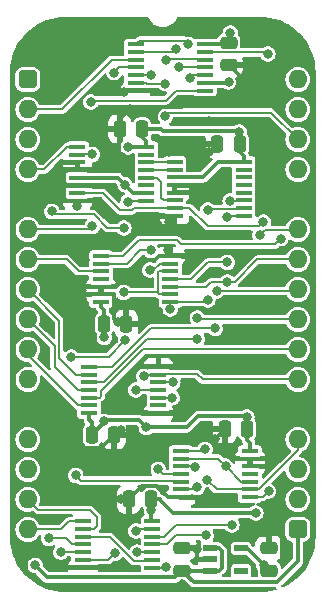
<source format=gtl>
%TF.GenerationSoftware,KiCad,Pcbnew,8.0.4*%
%TF.CreationDate,2024-08-13T15:28:21+02:00*%
%TF.ProjectId,SD Card Read Signals,53442043-6172-4642-9052-656164205369,V1*%
%TF.SameCoordinates,PX525bfc0PY43d3480*%
%TF.FileFunction,Copper,L1,Top*%
%TF.FilePolarity,Positive*%
%FSLAX46Y46*%
G04 Gerber Fmt 4.6, Leading zero omitted, Abs format (unit mm)*
G04 Created by KiCad (PCBNEW 8.0.4) date 2024-08-13 15:28:21*
%MOMM*%
%LPD*%
G01*
G04 APERTURE LIST*
G04 Aperture macros list*
%AMRoundRect*
0 Rectangle with rounded corners*
0 $1 Rounding radius*
0 $2 $3 $4 $5 $6 $7 $8 $9 X,Y pos of 4 corners*
0 Add a 4 corners polygon primitive as box body*
4,1,4,$2,$3,$4,$5,$6,$7,$8,$9,$2,$3,0*
0 Add four circle primitives for the rounded corners*
1,1,$1+$1,$2,$3*
1,1,$1+$1,$4,$5*
1,1,$1+$1,$6,$7*
1,1,$1+$1,$8,$9*
0 Add four rect primitives between the rounded corners*
20,1,$1+$1,$2,$3,$4,$5,0*
20,1,$1+$1,$4,$5,$6,$7,0*
20,1,$1+$1,$6,$7,$8,$9,0*
20,1,$1+$1,$8,$9,$2,$3,0*%
G04 Aperture macros list end*
%TA.AperFunction,SMDPad,CuDef*%
%ADD10RoundRect,0.250000X-0.250000X-0.475000X0.250000X-0.475000X0.250000X0.475000X-0.250000X0.475000X0*%
%TD*%
%TA.AperFunction,SMDPad,CuDef*%
%ADD11R,1.150000X0.600000*%
%TD*%
%TA.AperFunction,SMDPad,CuDef*%
%ADD12R,1.450000X0.450000*%
%TD*%
%TA.AperFunction,SMDPad,CuDef*%
%ADD13RoundRect,0.250000X0.250000X0.475000X-0.250000X0.475000X-0.250000X-0.475000X0.250000X-0.475000X0*%
%TD*%
%TA.AperFunction,SMDPad,CuDef*%
%ADD14RoundRect,0.250000X0.475000X-0.250000X0.475000X0.250000X-0.475000X0.250000X-0.475000X-0.250000X0*%
%TD*%
%TA.AperFunction,SMDPad,CuDef*%
%ADD15R,1.475000X0.450000*%
%TD*%
%TA.AperFunction,ComponentPad*%
%ADD16RoundRect,0.400000X-0.400000X-0.400000X0.400000X-0.400000X0.400000X0.400000X-0.400000X0.400000X0*%
%TD*%
%TA.AperFunction,ComponentPad*%
%ADD17O,1.600000X1.600000*%
%TD*%
%TA.AperFunction,ComponentPad*%
%ADD18R,1.600000X1.600000*%
%TD*%
%TA.AperFunction,SMDPad,CuDef*%
%ADD19RoundRect,0.250000X-0.475000X0.250000X-0.475000X-0.250000X0.475000X-0.250000X0.475000X0.250000X0*%
%TD*%
%TA.AperFunction,ViaPad*%
%ADD20C,0.800000*%
%TD*%
%TA.AperFunction,Conductor*%
%ADD21C,0.380000*%
%TD*%
%TA.AperFunction,Conductor*%
%ADD22C,0.200000*%
%TD*%
G04 APERTURE END LIST*
D10*
%TO.P,C4,1*%
%TO.N,/3.3V*%
X5416000Y-30099000D03*
%TO.P,C4,2*%
%TO.N,GND*%
X7316000Y-30099000D03*
%TD*%
D11*
%TO.P,IC45,1,6VIn*%
%TO.N,5V*%
X15464000Y-39690000D03*
%TO.P,IC45,2,GND*%
%TO.N,GND*%
X15464000Y-40640000D03*
%TO.P,IC45,3,EN*%
%TO.N,5V*%
X15464000Y-41590000D03*
%TO.P,IC45,4,ADJ*%
%TO.N,unconnected-(IC45-ADJ-Pad4)*%
X18064000Y-41590000D03*
%TO.P,IC45,5,3.3VOut*%
%TO.N,/3.3V*%
X18064000Y-39690000D03*
%TD*%
D12*
%TO.P,IC4,1,A0*%
%TO.N,/Funk0*%
X12442000Y-6996000D03*
%TO.P,IC4,2,A1*%
%TO.N,/Funk1*%
X12442000Y-7646000D03*
%TO.P,IC4,3,A2*%
%TO.N,/3.3V*%
X12442000Y-8296000D03*
%TO.P,IC4,4,~{E1}*%
%TO.N,GND*%
X12442000Y-8946000D03*
%TO.P,IC4,5,~{E2}*%
X12442000Y-9596000D03*
%TO.P,IC4,6,E3*%
%TO.N,/Funk2*%
X12442000Y-10246000D03*
%TO.P,IC4,7,~{Y7}*%
%TO.N,~{Stop Read Funk}*%
X12442000Y-10896000D03*
%TO.P,IC4,8,GND*%
%TO.N,GND*%
X12442000Y-11546000D03*
%TO.P,IC4,9,~{Y6}*%
%TO.N,/~{Read CRC Wide}*%
X18292000Y-11546000D03*
%TO.P,IC4,10,~{Y5}*%
%TO.N,/~{Read Data Wide}*%
X18292000Y-10896000D03*
%TO.P,IC4,11,~{Y4}*%
%TO.N,/~{Wait For Read Transmit}*%
X18292000Y-10246000D03*
%TO.P,IC4,12,~{Y3}*%
%TO.N,unconnected-(IC4-~{Y3}-Pad12)*%
X18292000Y-9596000D03*
%TO.P,IC4,13,~{Y2}*%
%TO.N,unconnected-(IC4-~{Y2}-Pad13)*%
X18292000Y-8946000D03*
%TO.P,IC4,14,~{Y1}*%
%TO.N,unconnected-(IC4-~{Y1}-Pad14)*%
X18292000Y-8296000D03*
%TO.P,IC4,15,~{Y0}*%
%TO.N,unconnected-(IC4-~{Y0}-Pad15)*%
X18292000Y-7646000D03*
%TO.P,IC4,16,3V*%
%TO.N,/3.3V*%
X18292000Y-6996000D03*
%TD*%
D10*
%TO.P,C5,1*%
%TO.N,/3.3V*%
X6432000Y-20701000D03*
%TO.P,C5,2*%
%TO.N,GND*%
X8332000Y-20701000D03*
%TD*%
D13*
%TO.P,C11,1*%
%TO.N,/3.3V*%
X17952000Y-5461000D03*
%TO.P,C11,2*%
%TO.N,GND*%
X16052000Y-5461000D03*
%TD*%
D14*
%TO.P,C3,1*%
%TO.N,5V*%
X13081000Y-41574000D03*
%TO.P,C3,2*%
%TO.N,GND*%
X13081000Y-39674000D03*
%TD*%
D15*
%TO.P,IC5,1,1A*%
%TO.N,DAT0*%
X4682000Y-37420000D03*
%TO.P,IC5,2,1B*%
%TO.N,DAT1*%
X4682000Y-38070000D03*
%TO.P,IC5,3,1Y*%
%TO.N,/DAT0+DAT1*%
X4682000Y-38720000D03*
%TO.P,IC5,4,2A*%
%TO.N,DAT2*%
X4682000Y-39370000D03*
%TO.P,IC5,5,2B*%
%TO.N,DAT3*%
X4682000Y-40020000D03*
%TO.P,IC5,6,2Y*%
%TO.N,/DAT2+DAT3*%
X4682000Y-40670000D03*
%TO.P,IC5,7,GND*%
%TO.N,GND*%
X4682000Y-41320000D03*
%TO.P,IC5,8,3Y*%
%TO.N,/DAT_{0..3} Zero*%
X10558000Y-41320000D03*
%TO.P,IC5,9,3A*%
%TO.N,/DAT0+DAT1*%
X10558000Y-40670000D03*
%TO.P,IC5,10,3B*%
%TO.N,/DAT2+DAT3*%
X10558000Y-40020000D03*
%TO.P,IC5,11,4Y*%
%TO.N,~{Read Transmit Started}*%
X10558000Y-39370000D03*
%TO.P,IC5,12,4A*%
%TO.N,/~{Wait For Read Transmit}*%
X10558000Y-38720000D03*
%TO.P,IC5,13,4B*%
%TO.N,/~{DAT_{0..3} Zero}*%
X10558000Y-38070000D03*
%TO.P,IC5,14,3V*%
%TO.N,/3.3V*%
X10558000Y-37420000D03*
%TD*%
D16*
%TO.P,J8,1,Pin_1*%
%TO.N,5V*%
X0Y0D03*
D17*
%TO.P,J8,2,Pin_2*%
%TO.N,Second Half CLK*%
X0Y-2540000D03*
%TO.P,J8,3,Pin_3*%
%TO.N,~{TCD}_{8..11}*%
X0Y-5080000D03*
%TO.P,J8,4,Pin_4*%
%TO.N,~{Reset}*%
X0Y-7620000D03*
D18*
%TO.P,J8,5,Pin_5*%
%TO.N,GND*%
X0Y-10160000D03*
D17*
%TO.P,J8,6,Pin_6*%
%TO.N,~{Second Half CLK}_{Dragged1}*%
X0Y-12700000D03*
%TO.P,J8,7,Pin_7*%
%TO.N,~{Second Half CLK}_{Dragged2}*%
X0Y-15240000D03*
%TO.P,J8,8,Pin_8*%
%TO.N,Write Count Bank Address*%
X0Y-17780000D03*
%TO.P,J8,9,Pin_9*%
%TO.N,Write Count High Address*%
X0Y-20320000D03*
%TO.P,J8,10,Pin_10*%
%TO.N,Write Count Low Address*%
X0Y-22860000D03*
%TO.P,J8,11,Pin_11*%
%TO.N,~{Write Read Start}*%
X0Y-25400000D03*
D18*
%TO.P,J8,12,Pin_12*%
%TO.N,GND*%
X0Y-27940000D03*
D17*
%TO.P,J8,13,Pin_13*%
%TO.N,DAT3*%
X0Y-30480000D03*
%TO.P,J8,14,Pin_14*%
%TO.N,DAT2*%
X0Y-33020000D03*
%TO.P,J8,15,Pin_15*%
%TO.N,DAT1*%
X0Y-35560000D03*
%TO.P,J8,16,Pin_16*%
%TO.N,DAT0*%
X0Y-38100000D03*
D16*
%TO.P,J8,17,Pin_17*%
%TO.N,5V*%
X22860000Y-38100000D03*
D17*
%TO.P,J8,18,Pin_18*%
%TO.N,unconnected-(J8-Pin_18-Pad18)*%
X22860000Y-35560000D03*
%TO.P,J8,19,Pin_19*%
%TO.N,~{Stop Read Funk}*%
X22860000Y-33020000D03*
%TO.P,J8,20,Pin_20*%
%TO.N,~{Read Transmit Started}*%
X22860000Y-30480000D03*
D18*
%TO.P,J8,21,Pin_21*%
%TO.N,GND*%
X22860000Y-27940000D03*
D17*
%TO.P,J8,22,Pin_22*%
%TO.N,Read Data Wide*%
X22860000Y-25400000D03*
%TO.P,J8,23,Pin_23*%
%TO.N,~{Write Count Low Address}*%
X22860000Y-22860000D03*
%TO.P,J8,24,Pin_24*%
%TO.N,~{Write Count High Address}*%
X22860000Y-20320000D03*
%TO.P,J8,25,Pin_25*%
%TO.N,~{Write Count Bank Address}*%
X22860000Y-17780000D03*
%TO.P,J8,26,Pin_26*%
%TO.N,~{Read CRC Started}*%
X22860000Y-15240000D03*
%TO.P,J8,27,Pin_27*%
%TO.N,~{Load Down Count}*%
X22860000Y-12700000D03*
D18*
%TO.P,J8,28,Pin_28*%
%TO.N,GND*%
X22860000Y-10160000D03*
D17*
%TO.P,J8,29,Pin_29*%
%TO.N,Address CLK*%
X22860000Y-7620000D03*
%TO.P,J8,30,Pin_30*%
%TO.N,~{Main}*%
X22860000Y-5080000D03*
%TO.P,J8,31,Pin_31*%
%TO.N,unconnected-(J8-Pin_31-Pad31)*%
X22860000Y-2540000D03*
%TO.P,J8,32,Pin_32*%
%TO.N,unconnected-(J8-Pin_32-Pad32)*%
X22860000Y0D03*
%TD*%
D15*
%TO.P,IC1,1,1A*%
%TO.N,~{Write Count Bank Address}*%
X9127000Y2966000D03*
%TO.P,IC1,2,1B*%
%TO.N,~{Write Count High Address}*%
X9127000Y2316000D03*
%TO.P,IC1,3,2A*%
%TO.N,Second Half CLK*%
X9127000Y1666000D03*
%TO.P,IC1,4,2B*%
%TO.N,~{Second Half CLK}_{Dragged1}*%
X9127000Y1016000D03*
%TO.P,IC1,5,2C*%
%TO.N,Read Data Wide*%
X9127000Y366000D03*
%TO.P,IC1,6,2Y*%
%TO.N,~{Main}*%
X9127000Y-284000D03*
%TO.P,IC1,7,GND*%
%TO.N,GND*%
X9127000Y-934000D03*
%TO.P,IC1,8,3Y*%
%TO.N,/Read Funk Clock*%
X15003000Y-934000D03*
%TO.P,IC1,9,3A*%
%TO.N,/3.3V*%
X15003000Y-284000D03*
%TO.P,IC1,10,3B*%
%TO.N,/~{RTS}\u2022~{RCRCS}*%
X15003000Y366000D03*
%TO.P,IC1,11,3C*%
%TO.N,/~{SRFS}\u2022~{WCSS}*%
X15003000Y1016000D03*
%TO.P,IC1,12,1Y*%
%TO.N,/Write Count Address*%
X15003000Y1666000D03*
%TO.P,IC1,13,1C*%
%TO.N,~{Write Count Low Address}*%
X15003000Y2316000D03*
%TO.P,IC1,14,3V*%
%TO.N,/3.3V*%
X15003000Y2966000D03*
%TD*%
D14*
%TO.P,C2,1*%
%TO.N,/3.3V*%
X20447000Y-41574000D03*
%TO.P,C2,2*%
%TO.N,GND*%
X20447000Y-39674000D03*
%TD*%
D15*
%TO.P,IC8,1,1A*%
%TO.N,GND*%
X11066000Y-28239000D03*
%TO.P,IC8,2,1Y*%
%TO.N,unconnected-(IC8-1Y-Pad2)*%
X11066000Y-27589000D03*
%TO.P,IC8,3,2A*%
%TO.N,/DAT_{0..3} Zero*%
X11066000Y-26939000D03*
%TO.P,IC8,4,2Y*%
%TO.N,/~{DAT_{0..3} Zero}*%
X11066000Y-26289000D03*
%TO.P,IC8,5,3A*%
%TO.N,/~{Read Data Wide}*%
X11066000Y-25639000D03*
%TO.P,IC8,6,3Y*%
%TO.N,Read Data Wide*%
X11066000Y-24989000D03*
%TO.P,IC8,7,GND*%
%TO.N,GND*%
X11066000Y-24339000D03*
%TO.P,IC8,8,4Y*%
%TO.N,~{Write Count Bank Address}*%
X5190000Y-24339000D03*
%TO.P,IC8,9,4A*%
%TO.N,Write Count Bank Address*%
X5190000Y-24989000D03*
%TO.P,IC8,10,5Y*%
%TO.N,~{Write Count High Address}*%
X5190000Y-25639000D03*
%TO.P,IC8,11,5A*%
%TO.N,Write Count High Address*%
X5190000Y-26289000D03*
%TO.P,IC8,12,6Y*%
%TO.N,~{Write Count Low Address}*%
X5190000Y-26939000D03*
%TO.P,IC8,13,6A*%
%TO.N,Write Count Low Address*%
X5190000Y-27589000D03*
%TO.P,IC8,14,3V*%
%TO.N,/3.3V*%
X5190000Y-28239000D03*
%TD*%
D19*
%TO.P,C10,1*%
%TO.N,/3.3V*%
X17018000Y3093000D03*
%TO.P,C10,2*%
%TO.N,GND*%
X17018000Y1193000D03*
%TD*%
D15*
%TO.P,IC2,1,1A*%
%TO.N,~{Read Transmit Started}*%
X12937000Y-31451000D03*
%TO.P,IC2,2,1B*%
%TO.N,~{Read CRC Started}*%
X12937000Y-32101000D03*
%TO.P,IC2,3,1Y*%
%TO.N,/~{RTS}\u2022~{RCRCS}*%
X12937000Y-32751000D03*
%TO.P,IC2,4,2A*%
%TO.N,/~{Stop Read Funk Started}*%
X12937000Y-33401000D03*
%TO.P,IC2,5,2B*%
%TO.N,~{Write Read Start}*%
X12937000Y-34051000D03*
%TO.P,IC2,6,2Y*%
%TO.N,/~{SRFS}\u2022~{WCSS}*%
X12937000Y-34701000D03*
%TO.P,IC2,7,GND*%
%TO.N,GND*%
X12937000Y-35351000D03*
%TO.P,IC2,8,3Y*%
%TO.N,~{Load Down Count}*%
X18813000Y-35351000D03*
%TO.P,IC2,9,3A*%
%TO.N,~{Read Transmit Started}*%
X18813000Y-34701000D03*
%TO.P,IC2,10,3B*%
%TO.N,~{Read CRC Started}*%
X18813000Y-34051000D03*
%TO.P,IC2,11,4Y*%
%TO.N,unconnected-(IC2-4Y-Pad11)*%
X18813000Y-33401000D03*
%TO.P,IC2,12,4A*%
%TO.N,GND*%
X18813000Y-32751000D03*
%TO.P,IC2,13,4B*%
X18813000Y-32101000D03*
%TO.P,IC2,14,3V*%
%TO.N,/3.3V*%
X18813000Y-31451000D03*
%TD*%
D13*
%TO.P,C9,1*%
%TO.N,/3.3V*%
X9697000Y-4191000D03*
%TO.P,C9,2*%
%TO.N,GND*%
X7797000Y-4191000D03*
%TD*%
D12*
%TO.P,IC6,1,~{MR}*%
%TO.N,~{Reset}*%
X4202000Y-5722000D03*
%TO.P,IC6,2,CP*%
%TO.N,/Read Funk Clock*%
X4202000Y-6372000D03*
%TO.P,IC6,3,D0*%
%TO.N,GND*%
X4202000Y-7022000D03*
%TO.P,IC6,4,D1*%
X4202000Y-7672000D03*
%TO.P,IC6,5,D2*%
%TO.N,/3.3V*%
X4202000Y-8322000D03*
%TO.P,IC6,6,D3*%
%TO.N,GND*%
X4202000Y-8972000D03*
%TO.P,IC6,7,CEP*%
%TO.N,~{Stop Read Funk}*%
X4202000Y-9622000D03*
%TO.P,IC6,8,GND*%
%TO.N,GND*%
X4202000Y-10272000D03*
%TO.P,IC6,9,~{PE}*%
%TO.N,~{Write Read Start}*%
X10052000Y-10272000D03*
%TO.P,IC6,10,CET*%
%TO.N,/3.3V*%
X10052000Y-9622000D03*
%TO.P,IC6,11,Q3*%
%TO.N,unconnected-(IC6-Q3-Pad11)*%
X10052000Y-8972000D03*
%TO.P,IC6,12,Q2*%
%TO.N,/Funk2*%
X10052000Y-8322000D03*
%TO.P,IC6,13,Q1*%
%TO.N,/Funk1*%
X10052000Y-7672000D03*
%TO.P,IC6,14,Q0*%
%TO.N,/Funk0*%
X10052000Y-7022000D03*
%TO.P,IC6,15,TC*%
%TO.N,unconnected-(IC6-TC-Pad15)*%
X10052000Y-6372000D03*
%TO.P,IC6,16,3V*%
%TO.N,/3.3V*%
X10052000Y-5722000D03*
%TD*%
D13*
%TO.P,C6,1*%
%TO.N,/3.3V*%
X18587000Y-29591000D03*
%TO.P,C6,2*%
%TO.N,GND*%
X16687000Y-29591000D03*
%TD*%
D15*
%TO.P,IC3,1,1A*%
%TO.N,/~{Read Data Wide}*%
X12082000Y-18841000D03*
%TO.P,IC3,2,1B*%
%TO.N,~{TCD}_{8..11}*%
X12082000Y-18191000D03*
%TO.P,IC3,3,1Y*%
%TO.N,~{Read CRC Started}*%
X12082000Y-17541000D03*
%TO.P,IC3,4,2A*%
%TO.N,/~{Read CRC Wide}*%
X12082000Y-16891000D03*
%TO.P,IC3,5,2B*%
%TO.N,~{TCD}_{8..11}*%
X12082000Y-16241000D03*
%TO.P,IC3,6,2Y*%
%TO.N,/~{Stop Read Funk Started}*%
X12082000Y-15591000D03*
%TO.P,IC3,7,GND*%
%TO.N,GND*%
X12082000Y-14941000D03*
%TO.P,IC3,8,3Y*%
%TO.N,Address CLK*%
X6206000Y-14941000D03*
%TO.P,IC3,9,3A*%
%TO.N,/Write Count Address*%
X6206000Y-15591000D03*
%TO.P,IC3,10,3B*%
%TO.N,~{Second Half CLK}_{Dragged2}*%
X6206000Y-16241000D03*
%TO.P,IC3,11,4Y*%
%TO.N,unconnected-(IC3-4Y-Pad11)*%
X6206000Y-16891000D03*
%TO.P,IC3,12,4A*%
%TO.N,GND*%
X6206000Y-17541000D03*
%TO.P,IC3,13,4B*%
X6206000Y-18191000D03*
%TO.P,IC3,14,3V*%
%TO.N,/3.3V*%
X6206000Y-18841000D03*
%TD*%
D13*
%TO.P,C1,1*%
%TO.N,/3.3V*%
X10459000Y-35560000D03*
%TO.P,C1,2*%
%TO.N,GND*%
X8559000Y-35560000D03*
%TD*%
D20*
%TO.N,Read Data Wide*%
X9800508Y-25129000D03*
X10414000Y381000D03*
%TO.N,/~{RTS}\u2022~{RCRCS}*%
X13697174Y133372D03*
X14179421Y-32851875D03*
%TO.N,/Read Funk Clock*%
X5334000Y-1905000D03*
X5461000Y-6350000D03*
%TO.N,/~{SRFS}\u2022~{WCSS}*%
X12827000Y1016000D03*
X14351000Y-34544000D03*
%TO.N,/Write Count Address*%
X10414000Y-14478000D03*
X11684000Y1616000D03*
%TO.N,5V*%
X635000Y-41148000D03*
%TO.N,GND*%
X11874498Y-14414502D03*
X6350000Y-4318000D03*
X15240008Y-9525000D03*
X11938000Y-12065000D03*
X4191000Y-10680000D03*
X8635999Y-2540001D03*
X15315014Y-6170990D03*
X6350000Y-7493000D03*
X21335998Y-31496000D03*
X15875000Y-30480000D03*
X11938000Y-6170998D03*
X14288998Y-39751000D03*
X18288000Y-38608000D03*
X20447000Y-37338000D03*
X15555562Y-24576439D03*
X7874000Y-27940000D03*
X7366000Y-41275000D03*
X7874000Y-35560000D03*
X7871304Y-29656750D03*
X15367000Y-2032000D03*
X8189301Y-1074617D03*
X7620000Y-20574000D03*
X21717000Y-1270000D03*
X15367000Y-3556000D03*
X15948036Y-35401000D03*
X4191000Y-18191000D03*
%TO.N,/~{Stop Read Funk Started}*%
X11049000Y-33020000D03*
X10328935Y-16141350D03*
%TO.N,~{TCD}_{8..11}*%
X8128000Y-12573000D03*
X8128000Y-18034000D03*
X2032000Y-11176008D03*
%TO.N,/~{Read CRC Wide}*%
X16891000Y-15494000D03*
X16891000Y-11667186D03*
%TO.N,/~{Read Data Wide}*%
X12065000Y-19431000D03*
X15240000Y-18669000D03*
X15240000Y-11049000D03*
X12277500Y-25654000D03*
%TO.N,/~{Wait For Read Transmit}*%
X17123226Y-10267186D03*
X17272000Y-37719000D03*
%TO.N,/DAT2+DAT3*%
X9271000Y-40020000D03*
X7366000Y-40132000D03*
%TO.N,/DAT_{0..3} Zero*%
X12227028Y-26938999D03*
X11724432Y-41314547D03*
%TO.N,/~{DAT_{0..3} Zero}*%
X9144000Y-26289000D03*
X9144000Y-38227000D03*
%TO.N,~{Write Count Bank Address}*%
X15875002Y-21082000D03*
X13589000Y2968900D03*
X16002000Y-17907000D03*
%TO.N,~{Write Count High Address}*%
X14350999Y-21970999D03*
X12573000Y2540000D03*
X14351000Y-20193000D03*
%TO.N,~{Write Count Low Address}*%
X20320000Y2159000D03*
%TO.N,~{Main}*%
X11657950Y-3125000D03*
X11657950Y-354950D03*
%TO.N,~{Read CRC Started}*%
X16891001Y-17145000D03*
X16743000Y-32734664D03*
%TO.N,~{Write Read Start}*%
X4064000Y-33528000D03*
X8255000Y-22098000D03*
X3683000Y-23495000D03*
X8503067Y-10335109D03*
%TO.N,~{Load Down Count}*%
X20386475Y-34864475D03*
X19639000Y-13208000D03*
%TO.N,~{Read Transmit Started}*%
X15010047Y-31320000D03*
X15113000Y-38608000D03*
X15170914Y-33888068D03*
%TO.N,~{Stop Read Funk}*%
X19939000Y-12065000D03*
%TO.N,DAT3*%
X2794000Y-40020000D03*
%TO.N,DAT2*%
X1778000Y-38862000D03*
%TO.N,~{Second Half CLK}_{Dragged1}*%
X5461000Y-12446000D03*
X7302500Y571500D03*
%TO.N,Address CLK*%
X21439000Y-13465000D03*
%TO.N,/3.3V*%
X19304000Y-36703000D03*
X19980000Y-41107000D03*
X10459000Y-36449000D03*
X8235000Y-8910000D03*
X17907000Y-4445000D03*
X16995530Y-231530D03*
X10033000Y-29464000D03*
X8509000Y-5715000D03*
X17145000Y3937000D03*
X18542000Y-28575000D03*
X6477000Y-21844000D03*
X6477000Y-28956000D03*
%TD*%
D21*
%TO.N,GND*%
X6206000Y-18191000D02*
X4191000Y-18191000D01*
D22*
%TO.N,~{TCD}_{8..11}*%
X6731000Y-12573000D02*
X8128000Y-12573000D01*
X5588000Y-11430000D02*
X6731000Y-12573000D01*
X2032000Y-11176008D02*
X2285992Y-11430000D01*
X2285992Y-11430000D02*
X5588000Y-11430000D01*
%TO.N,/~{Read CRC Wide}*%
X15240000Y-15494000D02*
X16891000Y-15494000D01*
X12082000Y-16891000D02*
X13843000Y-16891000D01*
X13843000Y-16891000D02*
X15240000Y-15494000D01*
%TO.N,~{Read CRC Started}*%
X17526000Y-17145000D02*
X16891001Y-17145000D01*
X19431000Y-15240000D02*
X17526000Y-17145000D01*
X22860000Y-15240000D02*
X19431000Y-15240000D01*
%TO.N,~{Write Count Bank Address}*%
X22733000Y-17907000D02*
X16002000Y-17907000D01*
%TO.N,~{Read CRC Started}*%
X15131530Y-17541000D02*
X15527530Y-17145000D01*
X15527530Y-17145000D02*
X16891001Y-17145000D01*
X12082000Y-17541000D02*
X15131530Y-17541000D01*
%TO.N,Read Data Wide*%
X10414000Y381000D02*
X9142000Y381000D01*
X9800508Y-25129000D02*
X9940508Y-24989000D01*
X11101000Y-24954000D02*
X14368339Y-24954000D01*
X14814339Y-25400000D02*
X22860000Y-25400000D01*
X14368339Y-24954000D02*
X14814339Y-25400000D01*
X9940508Y-24989000D02*
X11066000Y-24989000D01*
%TO.N,/~{RTS}\u2022~{RCRCS}*%
X14078546Y-32751000D02*
X12937000Y-32751000D01*
X13929802Y366000D02*
X13697174Y133372D01*
X15003000Y366000D02*
X13929802Y366000D01*
X14179421Y-32851875D02*
X14078546Y-32751000D01*
%TO.N,/Read Funk Clock*%
X5449000Y-1790000D02*
X5334000Y-1905000D01*
X11672000Y-1790000D02*
X5449000Y-1790000D01*
X5461000Y-6350000D02*
X4224000Y-6350000D01*
X12528000Y-934000D02*
X11672000Y-1790000D01*
X15003000Y-934000D02*
X12528000Y-934000D01*
%TO.N,/~{SRFS}\u2022~{WCSS}*%
X15003000Y1016000D02*
X12827000Y1016000D01*
X12937000Y-34701000D02*
X14194000Y-34701000D01*
X14194000Y-34701000D02*
X14351000Y-34544000D01*
%TO.N,/Write Count Address*%
X11834000Y1766000D02*
X14903000Y1766000D01*
X8412000Y-15591000D02*
X9525000Y-14478000D01*
X6206000Y-15591000D02*
X8412000Y-15591000D01*
X11684000Y1616000D02*
X11834000Y1766000D01*
X9525000Y-14478000D02*
X10414000Y-14478000D01*
D21*
%TO.N,5V*%
X15464000Y-39690000D02*
X16169000Y-39690000D01*
X14052000Y-42545000D02*
X13081000Y-41574000D01*
X13081000Y-41574000D02*
X12491000Y-42164000D01*
X13081000Y-41574000D02*
X15448000Y-41574000D01*
X22860000Y-40798024D02*
X21113024Y-42545000D01*
X16169000Y-39690000D02*
X16429000Y-39950000D01*
X16429000Y-41330000D02*
X16169000Y-41590000D01*
X1651000Y-42164000D02*
X12491000Y-42164000D01*
X1651000Y-42164000D02*
X635000Y-41148000D01*
X16169000Y-41590000D02*
X15464000Y-41590000D01*
X21113024Y-42545000D02*
X14052000Y-42545000D01*
X16429000Y-39950000D02*
X16429000Y-41330000D01*
X22860000Y-38100000D02*
X22860000Y-40798024D01*
%TO.N,GND*%
X9674000Y-34445000D02*
X8559000Y-35560000D01*
X23192915Y-14050000D02*
X24050000Y-13192915D01*
X4191000Y-10283000D02*
X4191000Y-10680000D01*
X19685000Y-6985000D02*
X19685000Y-4064000D01*
X16383000Y-2032000D02*
X15367000Y-2032000D01*
X9062000Y-24339000D02*
X7874000Y-25527000D01*
X112000Y-10272000D02*
X3302000Y-10272000D01*
X12937000Y-35351000D02*
X11887024Y-35351000D01*
X10981024Y-34445000D02*
X9674000Y-34445000D01*
X11066000Y-28239000D02*
X13417000Y-28239000D01*
X-1270000Y-8890000D02*
X0Y-10160000D01*
X24130000Y-26670000D02*
X22860000Y-27940000D01*
X11066000Y-28239000D02*
X8173000Y-28239000D01*
X15555562Y-24576439D02*
X15922001Y-24210000D01*
X6350000Y-4318000D02*
X7670000Y-4318000D01*
X9525000Y-30480000D02*
X9144000Y-30099000D01*
X9144000Y-30099000D02*
X7316000Y-30099000D01*
X8173000Y-28239000D02*
X7874000Y-27940000D01*
X9561000Y-15303500D02*
X10776440Y-15303500D01*
X18813000Y-32101000D02*
X17695500Y-32101000D01*
X7333500Y-20287500D02*
X7620000Y-20574000D01*
X22860000Y-10160000D02*
X19685000Y-6985000D01*
X3087000Y-8982000D02*
X3087000Y-10057000D01*
X7333500Y-18201000D02*
X7333500Y-20287500D01*
X3087000Y-10057000D02*
X3302000Y-10272000D01*
X11887024Y-35351000D02*
X10981024Y-34445000D01*
X7323500Y-18191000D02*
X7333500Y-18201000D01*
X15920000Y-14941000D02*
X16256000Y-14605000D01*
X6206000Y-18191000D02*
X7323500Y-18191000D01*
X-1270000Y-4667085D02*
X-1270000Y-8890000D01*
X6350000Y-4318000D02*
X5922000Y-3890000D01*
X19481000Y-1270000D02*
X21717000Y-1270000D01*
X24050000Y-13192915D02*
X24050000Y-11350000D01*
X11874498Y-14733498D02*
X12082000Y-14941000D01*
X12442000Y-11561000D02*
X11938000Y-12065000D01*
X-1190000Y-11350000D02*
X-1190000Y-26750000D01*
X24050000Y-11350000D02*
X22860000Y-10160000D01*
X14288998Y-40419998D02*
X14509000Y-40640000D01*
X-492915Y-3890000D02*
X-1270000Y-4667085D01*
X24130000Y-24987085D02*
X24130000Y-26670000D01*
X3097000Y-8972000D02*
X3087000Y-8982000D01*
X4202000Y-7672000D02*
X6171000Y-7672000D01*
X13365000Y-2032000D02*
X13081000Y-2316000D01*
X7316000Y-30099000D02*
X7758250Y-29656750D01*
X13970000Y-27686000D02*
X20955000Y-27686000D01*
X13081000Y-2316000D02*
X8860000Y-2316000D01*
X5922000Y-3890000D02*
X-492915Y-3890000D01*
X11066000Y-24339000D02*
X9062000Y-24339000D01*
X20447000Y-38608000D02*
X20447000Y-37338000D01*
X15315006Y-6170998D02*
X15315014Y-6170990D01*
X11066000Y-24339000D02*
X15318123Y-24339000D01*
X8559000Y-35560000D02*
X7874000Y-35560000D01*
X11138940Y-14941000D02*
X12082000Y-14941000D01*
X4202000Y-8972000D02*
X3302000Y-8972000D01*
X10776440Y-15303500D02*
X11138940Y-14941000D01*
X7321000Y-41320000D02*
X7366000Y-41275000D01*
X18813000Y-32101000D02*
X18813000Y-32751000D01*
X13417000Y-28239000D02*
X13970000Y-27686000D01*
X20447000Y-39674000D02*
X20447000Y-38608000D01*
X19177000Y-3556000D02*
X15367000Y-3556000D01*
X12082000Y-14941000D02*
X15920000Y-14941000D01*
X3123000Y-7672000D02*
X4202000Y-7672000D01*
X15342010Y-6170990D02*
X15315014Y-6170990D01*
X0Y-10160000D02*
X-1190000Y-11350000D01*
X17695500Y-32101000D02*
X16687000Y-31092500D01*
X18313000Y-102000D02*
X16383000Y-2032000D01*
X18813000Y-32101000D02*
X20730998Y-32101000D01*
X22367085Y-14050000D02*
X23192915Y-14050000D01*
X18288000Y-38608000D02*
X20447000Y-38608000D01*
X3274000Y-31214000D02*
X6201000Y-31214000D01*
X7874000Y-25527000D02*
X7874000Y-27940000D01*
X3087000Y-8757000D02*
X3087000Y-7708000D01*
X7747000Y-20701000D02*
X7620000Y-20574000D01*
X7797000Y-4191000D02*
X7797000Y-3379000D01*
X6171000Y-7672000D02*
X6350000Y-7493000D01*
X16687000Y-29591000D02*
X15875000Y-30403000D01*
X3302000Y-10272000D02*
X4202000Y-10272000D01*
X7797000Y-3379000D02*
X8635999Y-2540001D01*
X4682000Y-41320000D02*
X7321000Y-41320000D01*
X14288998Y-39751000D02*
X14288998Y-40419998D01*
X14288998Y-39751000D02*
X14211998Y-39674000D01*
X15875000Y-30480000D02*
X9525000Y-30480000D01*
X3302000Y-8972000D02*
X3097000Y-8972000D01*
X12442000Y-9596000D02*
X15169008Y-9596000D01*
X16052000Y-5461000D02*
X15342010Y-6170990D01*
X15898036Y-35351000D02*
X15948036Y-35401000D01*
X16687000Y-31092500D02*
X16687000Y-29591000D01*
X9127000Y-934000D02*
X8329918Y-934000D01*
X6201000Y-31214000D02*
X7316000Y-30099000D01*
X15922001Y-24210000D02*
X23352915Y-24210000D01*
X-1190000Y-26750000D02*
X0Y-27940000D01*
X20730998Y-32101000D02*
X21335998Y-31496000D01*
X6206000Y-17541000D02*
X6206000Y-18191000D01*
X8332000Y-20701000D02*
X7747000Y-20701000D01*
X23352915Y-24210000D02*
X24130000Y-24987085D01*
X17018000Y1193000D02*
X19481000Y-1270000D01*
X14211998Y-39674000D02*
X13081000Y-39674000D01*
X22860000Y-27940000D02*
X21209000Y-27940000D01*
X8329918Y-934000D02*
X8189301Y-1074617D01*
X0Y-27940000D02*
X3274000Y-31214000D01*
X12937000Y-35351000D02*
X15898036Y-35351000D01*
X12442000Y-8946000D02*
X12442000Y-9596000D01*
X7323500Y-17541000D02*
X9561000Y-15303500D01*
X3087000Y-7708000D02*
X3123000Y-7672000D01*
X16256000Y-14605000D02*
X21812085Y-14605000D01*
X15367000Y-2032000D02*
X13365000Y-2032000D01*
X15318123Y-24339000D02*
X15555562Y-24576439D01*
X11874498Y-14414502D02*
X11874498Y-14733498D01*
X14509000Y-40640000D02*
X15464000Y-40640000D01*
X4202000Y-7672000D02*
X4202000Y-7022000D01*
X3302000Y-8972000D02*
X3087000Y-8757000D01*
X8860000Y-2316000D02*
X8635999Y-2540001D01*
X15875000Y-30403000D02*
X15875000Y-30480000D01*
X7758250Y-29656750D02*
X7871304Y-29656750D01*
X19685000Y-4064000D02*
X19177000Y-3556000D01*
X21812085Y-14605000D02*
X22367085Y-14050000D01*
X21209000Y-27940000D02*
X20955000Y-27686000D01*
X11938000Y-6170998D02*
X15315006Y-6170998D01*
X6206000Y-17541000D02*
X7323500Y-17541000D01*
X15169008Y-9596000D02*
X15240008Y-9525000D01*
D22*
%TO.N,/~{Stop Read Funk Started}*%
X12937000Y-33401000D02*
X11430000Y-33401000D01*
X11430000Y-33401000D02*
X11049000Y-33020000D01*
X10631555Y-16141350D02*
X10328935Y-16141350D01*
X11181905Y-15591000D02*
X10631555Y-16141350D01*
X12082000Y-15591000D02*
X11181905Y-15591000D01*
%TO.N,~{TCD}_{8..11}*%
X11144500Y-18191000D02*
X12082000Y-18191000D01*
X11044500Y-18034000D02*
X11044500Y-18091000D01*
X12082000Y-16241000D02*
X11144500Y-16241000D01*
X11144500Y-16241000D02*
X11044500Y-16341000D01*
X11044500Y-18034000D02*
X8128000Y-18034000D01*
X11044500Y-16341000D02*
X11044500Y-18034000D01*
X11044500Y-18091000D02*
X11144500Y-18191000D01*
%TO.N,/~{Read CRC Wide}*%
X17012186Y-11546000D02*
X18292000Y-11546000D01*
X16891000Y-11667186D02*
X17012186Y-11546000D01*
%TO.N,/~{Read Data Wide}*%
X12082000Y-18841000D02*
X12082000Y-19414000D01*
X11066000Y-25639000D02*
X12262500Y-25639000D01*
X12262500Y-25639000D02*
X12277500Y-25654000D01*
X18220814Y-10967186D02*
X15321814Y-10967186D01*
X15068000Y-18841000D02*
X15240000Y-18669000D01*
X12082000Y-18841000D02*
X15068000Y-18841000D01*
X12082000Y-19414000D02*
X12065000Y-19431000D01*
X15321814Y-10967186D02*
X15240000Y-11049000D01*
%TO.N,/Funk2*%
X11303000Y-8648000D02*
X11303000Y-10032000D01*
X11303000Y-10032000D02*
X11517000Y-10246000D01*
X10052000Y-8322000D02*
X10977000Y-8322000D01*
X11517000Y-10246000D02*
X12442000Y-10246000D01*
X10977000Y-8322000D02*
X11303000Y-8648000D01*
%TO.N,/Funk0*%
X10052000Y-7022000D02*
X12416000Y-7022000D01*
%TO.N,/~{Wait For Read Transmit}*%
X10558000Y-38720000D02*
X11572000Y-38720000D01*
X16891000Y-37719000D02*
X17272000Y-37719000D01*
X17123226Y-10267186D02*
X18270814Y-10267186D01*
X11572000Y-38720000D02*
X12573000Y-37719000D01*
X12573000Y-37719000D02*
X16891000Y-37719000D01*
%TO.N,/Funk1*%
X10052000Y-7672000D02*
X12416000Y-7672000D01*
%TO.N,/DAT0+DAT1*%
X4682000Y-38720000D02*
X6947669Y-38720000D01*
X8982669Y-40755000D02*
X10473000Y-40755000D01*
X6947669Y-38720000D02*
X8982669Y-40755000D01*
%TO.N,/DAT2+DAT3*%
X6828000Y-40670000D02*
X7366000Y-40132000D01*
X10558000Y-40020000D02*
X9271000Y-40020000D01*
X4682000Y-40670000D02*
X6828000Y-40670000D01*
%TO.N,/DAT_{0..3} Zero*%
X11718979Y-41320000D02*
X11724432Y-41314547D01*
X12227028Y-26938999D02*
X11066001Y-26938999D01*
X10558000Y-41320000D02*
X11718979Y-41320000D01*
%TO.N,/~{DAT_{0..3} Zero}*%
X9144000Y-26289000D02*
X11066000Y-26289000D01*
X10558000Y-38070000D02*
X9301000Y-38070000D01*
X9301000Y-38070000D02*
X9144000Y-38227000D01*
%TO.N,~{Write Count Bank Address}*%
X9451000Y3290000D02*
X13267900Y3290000D01*
X10425628Y-21082000D02*
X15875002Y-21082000D01*
X7168628Y-24339000D02*
X10425628Y-21082000D01*
X9127000Y2966000D02*
X9451000Y3290000D01*
X13267900Y3290000D02*
X13589000Y2968900D01*
X5190000Y-24339000D02*
X7168628Y-24339000D01*
%TO.N,~{Write Count High Address}*%
X10102315Y-21970999D02*
X14350999Y-21970999D01*
X9127000Y2316000D02*
X12349000Y2316000D01*
X6434314Y-25639000D02*
X10102315Y-21970999D01*
X12349000Y2316000D02*
X12573000Y2540000D01*
X14478000Y-20320000D02*
X14351000Y-20193000D01*
X22860000Y-20320000D02*
X14478000Y-20320000D01*
X5190000Y-25639000D02*
X6434314Y-25639000D01*
%TO.N,~{Write Count Low Address}*%
X5190000Y-26939000D02*
X6102500Y-26939000D01*
X9779000Y-22860000D02*
X22860000Y-22860000D01*
X20193000Y2286000D02*
X20320000Y2159000D01*
X6227500Y-26814000D02*
X6227500Y-26411500D01*
X6227500Y-26411500D02*
X9779000Y-22860000D01*
X15033000Y2286000D02*
X20193000Y2286000D01*
X6102500Y-26939000D02*
X6227500Y-26814000D01*
%TO.N,~{Main}*%
X11657950Y-354950D02*
X10135450Y-354950D01*
X11657950Y-3125000D02*
X11976950Y-2806000D01*
X10064500Y-284000D02*
X9127000Y-284000D01*
X11976950Y-2806000D02*
X20586000Y-2806000D01*
X20586000Y-2806000D02*
X22860000Y-5080000D01*
X10135450Y-354950D02*
X10064500Y-284000D01*
%TO.N,~{Read CRC Started}*%
X18813000Y-34051000D02*
X18059336Y-34051000D01*
X16109336Y-32101000D02*
X16743000Y-32734664D01*
X18059336Y-34051000D02*
X16743000Y-32734664D01*
X12937000Y-32101000D02*
X16109336Y-32101000D01*
%TO.N,~{Write Read Start}*%
X8566176Y-10272000D02*
X8503067Y-10335109D01*
X4491000Y-33955000D02*
X12841000Y-33955000D01*
X6858000Y-23495000D02*
X8255000Y-22098000D01*
X3683000Y-23495000D02*
X6858000Y-23495000D01*
X10052000Y-10272000D02*
X8566176Y-10272000D01*
X4064000Y-33528000D02*
X4491000Y-33955000D01*
%TO.N,~{Load Down Count}*%
X19639000Y-13208000D02*
X20082000Y-12765000D01*
X19899950Y-35351000D02*
X18813000Y-35351000D01*
X20082000Y-12765000D02*
X22795000Y-12765000D01*
X20386475Y-34864475D02*
X19899950Y-35351000D01*
%TO.N,~{Read Transmit Started}*%
X18813000Y-34701000D02*
X15983846Y-34701000D01*
X22860000Y-31401000D02*
X19560000Y-34701000D01*
X14879047Y-31451000D02*
X15010047Y-31320000D01*
X10558000Y-39370000D02*
X11811000Y-39370000D01*
X12573000Y-38608000D02*
X15113000Y-38608000D01*
X15983846Y-34701000D02*
X15170914Y-33888068D01*
X11811000Y-39370000D02*
X12573000Y-38608000D01*
X12937000Y-31451000D02*
X14879047Y-31451000D01*
X22860000Y-30480000D02*
X22860000Y-31401000D01*
X19560000Y-34701000D02*
X18813000Y-34701000D01*
%TO.N,~{Second Half CLK}_{Dragged2}*%
X4303000Y-16241000D02*
X6206000Y-16241000D01*
X3302000Y-15240000D02*
X4303000Y-16241000D01*
X0Y-15240000D02*
X3302000Y-15240000D01*
%TO.N,~{Stop Read Funk}*%
X13690000Y-10896000D02*
X15228000Y-12434000D01*
X15228000Y-12434000D02*
X19570000Y-12434000D01*
X6377686Y-9622000D02*
X4202000Y-9622000D01*
X9002837Y-10896000D02*
X8813728Y-11085109D01*
X19570000Y-12434000D02*
X19939000Y-12065000D01*
X7840795Y-11085109D02*
X6377686Y-9622000D01*
X12442000Y-10896000D02*
X13690000Y-10896000D01*
X8813728Y-11085109D02*
X7840795Y-11085109D01*
X12442000Y-10896000D02*
X9002837Y-10896000D01*
%TO.N,~{Reset}*%
X1404000Y-7620000D02*
X0Y-7620000D01*
X4202000Y-5722000D02*
X3302000Y-5722000D01*
X3302000Y-5722000D02*
X1404000Y-7620000D01*
%TO.N,Write Count High Address*%
X4252500Y-26289000D02*
X5190000Y-26289000D01*
X0Y-20320000D02*
X2267000Y-22587000D01*
X2267000Y-24303500D02*
X4252500Y-26289000D01*
X2267000Y-22587000D02*
X2267000Y-24303500D01*
%TO.N,Write Count Bank Address*%
X4116339Y-24989000D02*
X2667000Y-23539661D01*
X5190000Y-24989000D02*
X4116339Y-24989000D01*
X2667000Y-23539661D02*
X2667000Y-20447000D01*
X2667000Y-20447000D02*
X0Y-17780000D01*
%TO.N,Write Count Low Address*%
X0Y-23336500D02*
X4252500Y-27589000D01*
X4252500Y-27589000D02*
X5190000Y-27589000D01*
%TO.N,DAT0*%
X0Y-38100000D02*
X2794000Y-38100000D01*
X2794000Y-38100000D02*
X3474000Y-37420000D01*
X3474000Y-37420000D02*
X4682000Y-37420000D01*
%TO.N,DAT3*%
X4682000Y-40020000D02*
X2794000Y-40020000D01*
%TO.N,DAT1*%
X889000Y-36449000D02*
X5273500Y-36449000D01*
X0Y-35560000D02*
X889000Y-36449000D01*
X5842000Y-37847500D02*
X5619500Y-38070000D01*
X5842000Y-37017500D02*
X5842000Y-37847500D01*
X5273500Y-36449000D02*
X5842000Y-37017500D01*
X5619500Y-38070000D02*
X4682000Y-38070000D01*
%TO.N,DAT2*%
X1778000Y-38862000D02*
X3236500Y-38862000D01*
X3744500Y-39370000D02*
X4682000Y-39370000D01*
X3236500Y-38862000D02*
X3744500Y-39370000D01*
%TO.N,~{Second Half CLK}_{Dragged1}*%
X0Y-12700000D02*
X5207000Y-12700000D01*
X7747000Y1016000D02*
X7302500Y571500D01*
X9127000Y1016000D02*
X7747000Y1016000D01*
X5207000Y-12700000D02*
X5461000Y-12446000D01*
%TO.N,Second Half CLK*%
X0Y-2540000D02*
X2921000Y-2540000D01*
X2921000Y-2540000D02*
X7127000Y1666000D01*
X7127000Y1666000D02*
X9127000Y1666000D01*
%TO.N,Address CLK*%
X12617667Y-13589000D02*
X9398000Y-13589000D01*
X8046000Y-14941000D02*
X6206000Y-14941000D01*
X9398000Y-13589000D02*
X8046000Y-14941000D01*
X20934000Y-13970000D02*
X12998667Y-13970000D01*
X21439000Y-13465000D02*
X20934000Y-13970000D01*
X12998667Y-13970000D02*
X12617667Y-13589000D01*
D21*
%TO.N,/3.3V*%
X17952000Y-6141000D02*
X18292000Y-6481000D01*
X6477000Y-29038000D02*
X6477000Y-28956000D01*
X9388000Y-28819000D02*
X10033000Y-29464000D01*
X6477000Y-28956000D02*
X6614000Y-28819000D01*
X16943060Y-284000D02*
X16995530Y-231530D01*
X18563000Y-39690000D02*
X19980000Y-41107000D01*
X18443000Y-28476000D02*
X14450000Y-28476000D01*
X8947000Y-9622000D02*
X8235000Y-8910000D01*
X6614000Y-28819000D02*
X9388000Y-28819000D01*
X11176000Y-35560000D02*
X11303000Y-35687000D01*
X17018000Y3093000D02*
X16338000Y3093000D01*
X17018000Y3810000D02*
X17145000Y3937000D01*
X15003000Y-284000D02*
X16943060Y-284000D01*
X11303000Y-4191000D02*
X9697000Y-4191000D01*
X17952000Y-5461000D02*
X17952000Y-6141000D01*
X18292000Y-6481000D02*
X18292000Y-6996000D01*
X10459000Y-35560000D02*
X11176000Y-35560000D01*
X10459000Y-35560000D02*
X10459000Y-36449000D01*
X16118000Y-6996000D02*
X18292000Y-6996000D01*
X5416000Y-29038000D02*
X5190000Y-28812000D01*
X18542000Y-28575000D02*
X18443000Y-28476000D01*
X11303000Y-35687000D02*
X12319000Y-36703000D01*
X18587000Y-30525000D02*
X18813000Y-30751000D01*
X16211000Y2966000D02*
X15003000Y2966000D01*
X8516000Y-5722000D02*
X8509000Y-5715000D01*
X5416000Y-30099000D02*
X6477000Y-29038000D01*
X9697000Y-4191000D02*
X9697000Y-4871000D01*
X18542000Y-28575000D02*
X18542000Y-29546000D01*
X11458000Y-4346000D02*
X11303000Y-4191000D01*
X10459000Y-35560000D02*
X10459000Y-37321000D01*
X18813000Y-30751000D02*
X18813000Y-31451000D01*
X14818000Y-8296000D02*
X16118000Y-6996000D01*
X10052000Y-5226000D02*
X10052000Y-5722000D01*
X6206000Y-18841000D02*
X6206000Y-19287000D01*
X10052000Y-9622000D02*
X8947000Y-9622000D01*
X17808000Y-4346000D02*
X11458000Y-4346000D01*
X5190000Y-28812000D02*
X5190000Y-28239000D01*
X7647000Y-8322000D02*
X4202000Y-8322000D01*
X13462000Y-29464000D02*
X10033000Y-29464000D01*
X10459000Y-37321000D02*
X10558000Y-37420000D01*
X6206000Y-19287000D02*
X6432000Y-19513000D01*
X17907000Y-4445000D02*
X17907000Y-5416000D01*
X17907000Y-4445000D02*
X17808000Y-4346000D01*
X18064000Y-39690000D02*
X18563000Y-39690000D01*
X8235000Y-8910000D02*
X7647000Y-8322000D01*
X17018000Y3093000D02*
X17018000Y3810000D01*
X12319000Y-36703000D02*
X19304000Y-36703000D01*
X10052000Y-5722000D02*
X8516000Y-5722000D01*
X19980000Y-41107000D02*
X20447000Y-41574000D01*
X6477000Y-21844000D02*
X6477000Y-20746000D01*
X9697000Y-4871000D02*
X10052000Y-5226000D01*
X12442000Y-8296000D02*
X14818000Y-8296000D01*
X14450000Y-28476000D02*
X13462000Y-29464000D01*
X6432000Y-19513000D02*
X6432000Y-20701000D01*
X18587000Y-29591000D02*
X18587000Y-30525000D01*
X16338000Y3093000D02*
X16211000Y2966000D01*
X5416000Y-30099000D02*
X5416000Y-29038000D01*
%TD*%
%TA.AperFunction,Conductor*%
%TO.N,GND*%
G36*
X13224214Y-42344184D02*
G01*
X13244856Y-42360818D01*
X13781526Y-42897488D01*
X13881973Y-42955481D01*
X13994006Y-42985500D01*
X13994007Y-42985500D01*
X13994008Y-42985500D01*
X20945407Y-42985500D01*
X21012446Y-43005185D01*
X21058201Y-43057989D01*
X21068145Y-43127147D01*
X21039120Y-43190703D01*
X20982693Y-43227761D01*
X20901310Y-43253420D01*
X20890863Y-43256220D01*
X20502866Y-43342237D01*
X20492212Y-43344115D01*
X20098214Y-43395986D01*
X20087438Y-43396929D01*
X19687703Y-43414382D01*
X19682294Y-43414500D01*
X3177706Y-43414500D01*
X3172297Y-43414382D01*
X2772561Y-43396929D01*
X2761785Y-43395986D01*
X2367787Y-43344115D01*
X2357133Y-43342237D01*
X1969136Y-43256220D01*
X1958688Y-43253420D01*
X1579682Y-43133920D01*
X1569516Y-43130220D01*
X1548804Y-43121641D01*
X1548421Y-42592553D01*
X1593007Y-42604500D01*
X1593009Y-42604500D01*
X12548991Y-42604500D01*
X12548993Y-42604500D01*
X12661027Y-42574481D01*
X12761473Y-42516488D01*
X12917143Y-42360816D01*
X12978464Y-42327333D01*
X13004823Y-42324499D01*
X13157175Y-42324499D01*
X13224214Y-42344184D01*
G37*
%TD.AperFunction*%
%TA.AperFunction,Conductor*%
G36*
X21336000Y-38798163D02*
G01*
X21241124Y-38739643D01*
X21241119Y-38739641D01*
X21074697Y-38684494D01*
X21074690Y-38684493D01*
X20971986Y-38674000D01*
X20697000Y-38674000D01*
X20697000Y-39800000D01*
X20677315Y-39867039D01*
X20624511Y-39912794D01*
X20573000Y-39924000D01*
X20321000Y-39924000D01*
X20253961Y-39904315D01*
X20208206Y-39851511D01*
X20197000Y-39800000D01*
X20197000Y-38674000D01*
X19922029Y-38674000D01*
X19922012Y-38674001D01*
X19819302Y-38684494D01*
X19652880Y-38739641D01*
X19652875Y-38739643D01*
X19503654Y-38831684D01*
X19379684Y-38955654D01*
X19287643Y-39104875D01*
X19287641Y-39104880D01*
X19232494Y-39271302D01*
X19232493Y-39271309D01*
X19222000Y-39374013D01*
X19222000Y-39426677D01*
X19202315Y-39493716D01*
X19149511Y-39539471D01*
X19080353Y-39549415D01*
X19016797Y-39520390D01*
X19010319Y-39514358D01*
X18923103Y-39427142D01*
X18889618Y-39365819D01*
X18889183Y-39363736D01*
X18874966Y-39292260D01*
X18819601Y-39209399D01*
X18764235Y-39172405D01*
X18736739Y-39154033D01*
X18736735Y-39154032D01*
X18663677Y-39139500D01*
X18663674Y-39139500D01*
X17464326Y-39139500D01*
X17464323Y-39139500D01*
X17391264Y-39154032D01*
X17391260Y-39154033D01*
X17308399Y-39209399D01*
X17253033Y-39292260D01*
X17253032Y-39292264D01*
X17238500Y-39365321D01*
X17238500Y-40014678D01*
X17253032Y-40087735D01*
X17253033Y-40087739D01*
X17253034Y-40087740D01*
X17308399Y-40170601D01*
X17345664Y-40195500D01*
X17391260Y-40225966D01*
X17391264Y-40225967D01*
X17464321Y-40240499D01*
X17464324Y-40240500D01*
X17464326Y-40240500D01*
X18439177Y-40240500D01*
X18506216Y-40260185D01*
X18526858Y-40276819D01*
X19289998Y-41039959D01*
X19323483Y-41101282D01*
X19325413Y-41112693D01*
X19343763Y-41263819D01*
X19399780Y-41411523D01*
X19399780Y-41411524D01*
X19428080Y-41452523D01*
X19449550Y-41483628D01*
X19471433Y-41549981D01*
X19471500Y-41554067D01*
X19471500Y-41871869D01*
X19471501Y-41871876D01*
X19477908Y-41931483D01*
X19480028Y-41937165D01*
X19485013Y-42006857D01*
X19451529Y-42068180D01*
X19390206Y-42101666D01*
X19363847Y-42104500D01*
X19002836Y-42104500D01*
X18935797Y-42084815D01*
X18890042Y-42032011D01*
X18880098Y-41962853D01*
X18881219Y-41956309D01*
X18889499Y-41914678D01*
X18889500Y-41914676D01*
X18889500Y-41265323D01*
X18889499Y-41265321D01*
X18874967Y-41192264D01*
X18874966Y-41192260D01*
X18819601Y-41109399D01*
X18753158Y-41065004D01*
X18736739Y-41054033D01*
X18736735Y-41054032D01*
X18663677Y-41039500D01*
X18663674Y-41039500D01*
X17464326Y-41039500D01*
X17464323Y-41039500D01*
X17391264Y-41054032D01*
X17391260Y-41054033D01*
X17308399Y-41109399D01*
X17253033Y-41192260D01*
X17253032Y-41192264D01*
X17238500Y-41265321D01*
X17238500Y-41914678D01*
X17246781Y-41956309D01*
X17240554Y-42025900D01*
X17197691Y-42081078D01*
X17131801Y-42104322D01*
X17125164Y-42104500D01*
X16576823Y-42104500D01*
X16509784Y-42084815D01*
X16464029Y-42032011D01*
X16454085Y-41962853D01*
X16483110Y-41899297D01*
X16489142Y-41892819D01*
X16621265Y-41760696D01*
X16781488Y-41600473D01*
X16804503Y-41560610D01*
X16839481Y-41500027D01*
X16869500Y-41387993D01*
X16869500Y-39892007D01*
X16839481Y-39779973D01*
X16836338Y-39774530D01*
X16816509Y-39740185D01*
X16781488Y-39679527D01*
X16699473Y-39597512D01*
X16439473Y-39337512D01*
X16339027Y-39279519D01*
X16295702Y-39267910D01*
X16236044Y-39231545D01*
X16224700Y-39217030D01*
X16219601Y-39209399D01*
X16164235Y-39172405D01*
X16136739Y-39154033D01*
X16136735Y-39154032D01*
X16063677Y-39139500D01*
X16063674Y-39139500D01*
X15772811Y-39139500D01*
X15705772Y-39119815D01*
X15660017Y-39067011D01*
X15650073Y-38997853D01*
X15670762Y-38945059D01*
X15693218Y-38912526D01*
X15693218Y-38912525D01*
X15693220Y-38912523D01*
X15749237Y-38764818D01*
X15768278Y-38608000D01*
X15762144Y-38557477D01*
X15749237Y-38451181D01*
X15723689Y-38383818D01*
X15693220Y-38303477D01*
X15665930Y-38263940D01*
X15644047Y-38197585D01*
X15661513Y-38129933D01*
X15712781Y-38082464D01*
X15767980Y-38069500D01*
X16658436Y-38069500D01*
X16725475Y-38089185D01*
X16760487Y-38123062D01*
X16781515Y-38153528D01*
X16781516Y-38153529D01*
X16781517Y-38153530D01*
X16899760Y-38258283D01*
X16899762Y-38258284D01*
X17039634Y-38331696D01*
X17193014Y-38369500D01*
X17193015Y-38369500D01*
X17350985Y-38369500D01*
X17504365Y-38331696D01*
X17527271Y-38319674D01*
X17644240Y-38258283D01*
X17762483Y-38153530D01*
X17852220Y-38023523D01*
X17908237Y-37875818D01*
X17927278Y-37719000D01*
X17926572Y-37713181D01*
X17908237Y-37562181D01*
X17861342Y-37438530D01*
X17852220Y-37414477D01*
X17822150Y-37370914D01*
X17799391Y-37337940D01*
X17777508Y-37271585D01*
X17794974Y-37203933D01*
X17846242Y-37156464D01*
X17901441Y-37143500D01*
X18773229Y-37143500D01*
X18840268Y-37163185D01*
X18855454Y-37174682D01*
X18931760Y-37242283D01*
X18931762Y-37242284D01*
X19071634Y-37315696D01*
X19225014Y-37353500D01*
X19225015Y-37353500D01*
X19382985Y-37353500D01*
X19536365Y-37315696D01*
X19676240Y-37242283D01*
X19794483Y-37137530D01*
X19884220Y-37007523D01*
X19940237Y-36859818D01*
X19959278Y-36703000D01*
X19940237Y-36546182D01*
X19884220Y-36398477D01*
X19794483Y-36268470D01*
X19676240Y-36163717D01*
X19676238Y-36163716D01*
X19676237Y-36163715D01*
X19536365Y-36090303D01*
X19457627Y-36070897D01*
X19397246Y-36035741D01*
X19365457Y-35973522D01*
X19372353Y-35903993D01*
X19415744Y-35849230D01*
X19481854Y-35826620D01*
X19487301Y-35826500D01*
X19575176Y-35826500D01*
X19575177Y-35826499D01*
X19648240Y-35811966D01*
X19731101Y-35756601D01*
X19731105Y-35756594D01*
X19739734Y-35747967D01*
X19740509Y-35748742D01*
X19784704Y-35711805D01*
X19834197Y-35701500D01*
X19946092Y-35701500D01*
X19946094Y-35701500D01*
X20035238Y-35677614D01*
X20041948Y-35673740D01*
X20115162Y-35631470D01*
X20197198Y-35549432D01*
X20258521Y-35515947D01*
X20299743Y-35516537D01*
X20300043Y-35514071D01*
X20307489Y-35514975D01*
X20307490Y-35514975D01*
X20465460Y-35514975D01*
X20618840Y-35477171D01*
X20758715Y-35403758D01*
X20876958Y-35299005D01*
X20966695Y-35168998D01*
X21022712Y-35021293D01*
X21041753Y-34864475D01*
X21029782Y-34765880D01*
X21022712Y-34707656D01*
X20999944Y-34647622D01*
X20966695Y-34559952D01*
X20876958Y-34429945D01*
X20758715Y-34325192D01*
X20758713Y-34325191D01*
X20758712Y-34325190D01*
X20693335Y-34290877D01*
X20643122Y-34242292D01*
X20627148Y-34174273D01*
X20650483Y-34108416D01*
X20663273Y-34093407D01*
X21336000Y-33420681D01*
X21336000Y-38798163D01*
G37*
%TD.AperFunction*%
%TA.AperFunction,Conductor*%
G36*
X2278042Y-39416071D02*
G01*
X2318986Y-39472686D01*
X2322823Y-39542451D01*
X2304158Y-39584540D01*
X2213780Y-39715476D01*
X2157762Y-39863181D01*
X2138722Y-40019999D01*
X2138722Y-40020000D01*
X2157762Y-40176818D01*
X2204526Y-40300122D01*
X2213780Y-40324523D01*
X2303517Y-40454530D01*
X2421760Y-40559283D01*
X2421762Y-40559284D01*
X2561634Y-40632696D01*
X2715014Y-40670500D01*
X2715015Y-40670500D01*
X2872985Y-40670500D01*
X3026365Y-40632696D01*
X3035318Y-40627997D01*
X3166240Y-40559283D01*
X3284483Y-40454530D01*
X3305513Y-40424061D01*
X3359795Y-40380070D01*
X3407564Y-40370500D01*
X3570000Y-40370500D01*
X3637039Y-40390185D01*
X3682794Y-40442989D01*
X3694000Y-40494500D01*
X3694000Y-40595873D01*
X3674315Y-40662912D01*
X3644312Y-40695139D01*
X3587314Y-40737807D01*
X3587308Y-40737814D01*
X3501149Y-40852906D01*
X3501145Y-40852913D01*
X3450903Y-40987620D01*
X3450901Y-40987627D01*
X3444500Y-41047155D01*
X3444500Y-41095000D01*
X3755317Y-41095000D01*
X3822356Y-41114685D01*
X3824206Y-41115897D01*
X3846759Y-41130966D01*
X3919823Y-41145500D01*
X3919826Y-41145500D01*
X5444176Y-41145500D01*
X5517240Y-41130966D01*
X5539794Y-41115897D01*
X5606472Y-41095020D01*
X5608683Y-41095000D01*
X5919500Y-41095000D01*
X5955819Y-41058681D01*
X5958158Y-41061020D01*
X5991989Y-41031706D01*
X6043500Y-41020500D01*
X6874142Y-41020500D01*
X6874144Y-41020500D01*
X6963288Y-40996614D01*
X6969998Y-40992740D01*
X7043212Y-40950470D01*
X7176727Y-40816954D01*
X7238045Y-40783472D01*
X7279271Y-40784039D01*
X7279568Y-40781596D01*
X7287014Y-40782500D01*
X7287015Y-40782500D01*
X7444985Y-40782500D01*
X7598365Y-40744696D01*
X7680000Y-40701850D01*
X7738240Y-40671283D01*
X7856483Y-40566530D01*
X7946220Y-40436523D01*
X7946219Y-40436523D01*
X7950481Y-40430350D01*
X7952426Y-40431692D01*
X7992957Y-40389772D01*
X8060970Y-40373770D01*
X8126837Y-40397080D01*
X8141892Y-40409905D01*
X8767457Y-41035470D01*
X8824662Y-41068497D01*
X8841436Y-41078182D01*
X8847381Y-41081614D01*
X8936525Y-41105500D01*
X8936526Y-41105500D01*
X9028813Y-41105500D01*
X9446000Y-41105500D01*
X9513039Y-41125185D01*
X9558794Y-41177989D01*
X9570000Y-41229500D01*
X9570000Y-41569674D01*
X9571121Y-41575311D01*
X9564892Y-41644902D01*
X9522028Y-41700079D01*
X9456138Y-41723322D01*
X9449503Y-41723500D01*
X6043321Y-41723500D01*
X5976282Y-41703815D01*
X5930527Y-41651011D01*
X5920117Y-41596149D01*
X5919500Y-41596149D01*
X5919500Y-41592896D01*
X5919498Y-41592886D01*
X5919500Y-41592848D01*
X5919500Y-41545000D01*
X3444500Y-41545000D01*
X3444500Y-41592848D01*
X3444502Y-41592886D01*
X3444500Y-41592894D01*
X3444500Y-41596149D01*
X3443730Y-41596149D01*
X3428422Y-41660880D01*
X3378134Y-41709386D01*
X3320679Y-41723500D01*
X1884823Y-41723500D01*
X1817784Y-41703815D01*
X1797142Y-41687181D01*
X1547583Y-41437622D01*
X1546160Y-39474825D01*
X1610405Y-39490660D01*
X1699014Y-39512500D01*
X1699015Y-39512500D01*
X1856985Y-39512500D01*
X2010365Y-39474696D01*
X2144483Y-39404304D01*
X2212988Y-39390579D01*
X2278042Y-39416071D01*
G37*
%TD.AperFunction*%
%TA.AperFunction,Conductor*%
G36*
X14344452Y-40344170D02*
G01*
X14351563Y-40354798D01*
X14352681Y-40353681D01*
X14389000Y-40390000D01*
X15590000Y-40390000D01*
X15657039Y-40409685D01*
X15702794Y-40462489D01*
X15714000Y-40514000D01*
X15714000Y-40766000D01*
X15694315Y-40833039D01*
X15641511Y-40878794D01*
X15590000Y-40890000D01*
X14389000Y-40890000D01*
X14389000Y-40987844D01*
X14389904Y-40996244D01*
X14377499Y-41065004D01*
X14329889Y-41116141D01*
X14266615Y-41133500D01*
X14100666Y-41133500D01*
X14033627Y-41113815D01*
X14001399Y-41083811D01*
X13999796Y-41081670D01*
X13999796Y-41081669D01*
X13913546Y-40966454D01*
X13890709Y-40949358D01*
X13798335Y-40880206D01*
X13798329Y-40880203D01*
X13778529Y-40872818D01*
X13722596Y-40830946D01*
X13698179Y-40765482D01*
X13713031Y-40697209D01*
X13762437Y-40647804D01*
X13782860Y-40638930D01*
X13875117Y-40608359D01*
X13875124Y-40608356D01*
X14024345Y-40516315D01*
X14148315Y-40392345D01*
X14159460Y-40374277D01*
X14211407Y-40327551D01*
X14280370Y-40316328D01*
X14344452Y-40344170D01*
G37*
%TD.AperFunction*%
%TA.AperFunction,Conductor*%
G36*
X21336000Y-41041866D02*
G01*
X21298057Y-40991182D01*
X21279546Y-40966454D01*
X21279544Y-40966453D01*
X21279544Y-40966452D01*
X21164335Y-40880206D01*
X21164329Y-40880203D01*
X21144529Y-40872818D01*
X21088596Y-40830946D01*
X21064179Y-40765482D01*
X21079031Y-40697209D01*
X21128437Y-40647804D01*
X21148860Y-40638930D01*
X21241117Y-40608359D01*
X21241124Y-40608356D01*
X21336000Y-40549836D01*
X21336000Y-41041866D01*
G37*
%TD.AperFunction*%
%TA.AperFunction,Conductor*%
G36*
X14566475Y-38978185D02*
G01*
X14601487Y-39012062D01*
X14622517Y-39042531D01*
X14665518Y-39080626D01*
X14702645Y-39139815D01*
X14701877Y-39209680D01*
X14686395Y-39242330D01*
X14653033Y-39292260D01*
X14653032Y-39292264D01*
X14638500Y-39365321D01*
X14638500Y-39840873D01*
X14618815Y-39907912D01*
X14588812Y-39940139D01*
X14531814Y-39982807D01*
X14531810Y-39982811D01*
X14529266Y-39986211D01*
X14525869Y-39988753D01*
X14525544Y-39989079D01*
X14525497Y-39989032D01*
X14473331Y-40028082D01*
X14403640Y-40033065D01*
X14342317Y-39999579D01*
X14308833Y-39938255D01*
X14307457Y-39925457D01*
X14306000Y-39924000D01*
X12955000Y-39924000D01*
X12887961Y-39904315D01*
X12842206Y-39851511D01*
X12831000Y-39800000D01*
X12831000Y-39548000D01*
X12850685Y-39480961D01*
X12903489Y-39435206D01*
X12955000Y-39424000D01*
X14305999Y-39424000D01*
X14305999Y-39374028D01*
X14305998Y-39374013D01*
X14295505Y-39271302D01*
X14245867Y-39121504D01*
X14243465Y-39051676D01*
X14279197Y-38991634D01*
X14341717Y-38960441D01*
X14363573Y-38958500D01*
X14499436Y-38958500D01*
X14566475Y-38978185D01*
G37*
%TD.AperFunction*%
%TA.AperFunction,Conductor*%
G36*
X21336000Y-25049500D02*
G01*
X15010882Y-25049500D01*
X14943843Y-25029815D01*
X14923201Y-25013181D01*
X14583552Y-24673531D01*
X14583547Y-24673527D01*
X14503629Y-24627387D01*
X14503628Y-24627386D01*
X14503627Y-24627386D01*
X14414483Y-24603500D01*
X14414482Y-24603500D01*
X12394362Y-24603500D01*
X12327323Y-24583815D01*
X12306681Y-24567181D01*
X12303500Y-24564000D01*
X11992683Y-24564000D01*
X11925644Y-24544315D01*
X11923794Y-24543103D01*
X11901240Y-24528033D01*
X11828176Y-24513500D01*
X11828174Y-24513500D01*
X10303826Y-24513500D01*
X10303824Y-24513500D01*
X10230760Y-24528033D01*
X10214802Y-24538696D01*
X10148125Y-24559572D01*
X10088288Y-24545388D01*
X10032873Y-24516303D01*
X9879494Y-24478500D01*
X9879493Y-24478500D01*
X9721523Y-24478500D01*
X9721522Y-24478500D01*
X9568142Y-24516303D01*
X9428270Y-24589715D01*
X9310024Y-24694471D01*
X9220289Y-24824475D01*
X9220288Y-24824476D01*
X9164270Y-24972181D01*
X9145230Y-25128999D01*
X9145230Y-25129000D01*
X9164270Y-25285818D01*
X9220288Y-25433523D01*
X9220289Y-25433524D01*
X9227561Y-25444060D01*
X9249444Y-25510415D01*
X9231978Y-25578066D01*
X9180710Y-25625536D01*
X9125511Y-25638500D01*
X9065014Y-25638500D01*
X8911634Y-25676303D01*
X8771762Y-25749715D01*
X8653516Y-25854471D01*
X8563781Y-25984475D01*
X8563780Y-25984476D01*
X8507762Y-26132181D01*
X8488722Y-26288999D01*
X8488722Y-26289000D01*
X8507762Y-26445818D01*
X8549808Y-26556682D01*
X8563780Y-26593523D01*
X8653517Y-26723530D01*
X8771760Y-26828283D01*
X8771762Y-26828284D01*
X8911634Y-26901696D01*
X9065014Y-26939500D01*
X9065015Y-26939500D01*
X9222985Y-26939500D01*
X9376365Y-26901696D01*
X9516240Y-26828283D01*
X9634483Y-26723530D01*
X9655513Y-26693061D01*
X9709795Y-26649070D01*
X9757564Y-26639500D01*
X9954000Y-26639500D01*
X10021039Y-26659185D01*
X10066794Y-26711989D01*
X10078000Y-26763500D01*
X10078000Y-27188673D01*
X10088171Y-27239810D01*
X10088171Y-27288190D01*
X10078000Y-27339326D01*
X10078000Y-27514873D01*
X10058315Y-27581912D01*
X10028312Y-27614139D01*
X9971314Y-27656807D01*
X9971308Y-27656814D01*
X9885149Y-27771906D01*
X9885145Y-27771913D01*
X9834903Y-27906620D01*
X9834901Y-27906627D01*
X9828500Y-27966155D01*
X9828500Y-28014000D01*
X10139317Y-28014000D01*
X10206356Y-28033685D01*
X10208206Y-28034897D01*
X10230759Y-28049966D01*
X10303823Y-28064500D01*
X10303826Y-28064500D01*
X11828176Y-28064500D01*
X11901240Y-28049966D01*
X11923794Y-28034897D01*
X11990472Y-28014020D01*
X11992683Y-28014000D01*
X12303500Y-28014000D01*
X12303500Y-27966172D01*
X12303499Y-27966155D01*
X12297098Y-27906627D01*
X12297096Y-27906620D01*
X12246852Y-27771909D01*
X12243237Y-27765288D01*
X12228383Y-27697016D01*
X12252798Y-27631550D01*
X12308730Y-27589677D01*
X12322380Y-27585464D01*
X12459393Y-27551695D01*
X12599268Y-27478282D01*
X12717511Y-27373529D01*
X12807248Y-27243522D01*
X12863265Y-27095817D01*
X12882306Y-26938999D01*
X12863265Y-26782181D01*
X12857832Y-26767856D01*
X12836645Y-26711989D01*
X12807248Y-26634476D01*
X12717511Y-26504469D01*
X12606183Y-26405842D01*
X12569057Y-26346653D01*
X12569825Y-26276788D01*
X12608242Y-26218428D01*
X12630781Y-26203233D01*
X12649740Y-26193283D01*
X12767983Y-26088530D01*
X12857720Y-25958523D01*
X12913737Y-25810818D01*
X12932778Y-25654000D01*
X12913737Y-25497182D01*
X12913736Y-25497179D01*
X12913736Y-25497178D01*
X12904366Y-25472470D01*
X12898999Y-25402807D01*
X12932147Y-25341301D01*
X12993286Y-25307480D01*
X13020308Y-25304500D01*
X14171795Y-25304500D01*
X14238834Y-25324185D01*
X14259476Y-25340819D01*
X14415836Y-25497178D01*
X14533870Y-25615212D01*
X14599127Y-25680469D01*
X14599130Y-25680470D01*
X14599133Y-25680473D01*
X14679045Y-25726611D01*
X14679046Y-25726611D01*
X14679051Y-25726614D01*
X14768195Y-25750500D01*
X14768197Y-25750500D01*
X21336000Y-25750500D01*
X21336000Y-32429317D01*
X20011786Y-33753531D01*
X19950463Y-33787016D01*
X19880771Y-33782032D01*
X19824838Y-33740160D01*
X19800421Y-33674696D01*
X19800702Y-33653692D01*
X19800998Y-33650680D01*
X19801000Y-33650674D01*
X19801000Y-33475125D01*
X19820685Y-33408086D01*
X19850689Y-33375858D01*
X19907689Y-33333187D01*
X19907690Y-33333186D01*
X19993852Y-33218088D01*
X19993854Y-33218086D01*
X20044096Y-33083379D01*
X20044098Y-33083372D01*
X20050499Y-33023844D01*
X20050500Y-33023827D01*
X20050500Y-32976000D01*
X19739683Y-32976000D01*
X19672644Y-32956315D01*
X19670794Y-32955103D01*
X19648240Y-32940033D01*
X19575176Y-32925500D01*
X19575174Y-32925500D01*
X18712000Y-32925500D01*
X18644961Y-32905815D01*
X18599206Y-32853011D01*
X18588000Y-32801500D01*
X18588000Y-32526000D01*
X19038000Y-32526000D01*
X20050500Y-32526000D01*
X20050500Y-32478179D01*
X20050499Y-32478168D01*
X20046315Y-32439258D01*
X20046315Y-32412742D01*
X20050499Y-32373831D01*
X20050500Y-32373821D01*
X20050500Y-32326000D01*
X19038000Y-32326000D01*
X19038000Y-32526000D01*
X18588000Y-32526000D01*
X18588000Y-32326000D01*
X17575500Y-32326000D01*
X17575500Y-32373835D01*
X17579683Y-32412748D01*
X17579684Y-32439238D01*
X17579215Y-32443606D01*
X17552486Y-32508161D01*
X17495099Y-32548017D01*
X17425275Y-32550520D01*
X17365181Y-32514876D01*
X17339982Y-32474339D01*
X17338786Y-32471185D01*
X17323220Y-32430141D01*
X17233483Y-32300134D01*
X17115240Y-32195381D01*
X17115238Y-32195380D01*
X17115237Y-32195379D01*
X16975365Y-32121967D01*
X16821986Y-32084164D01*
X16821985Y-32084164D01*
X16664015Y-32084164D01*
X16664013Y-32084164D01*
X16656572Y-32085068D01*
X16656184Y-32081873D01*
X16600662Y-32079140D01*
X16553724Y-32049706D01*
X16324549Y-31820531D01*
X16324544Y-31820527D01*
X16244626Y-31774387D01*
X16244619Y-31774384D01*
X16230122Y-31770499D01*
X16230122Y-31770500D01*
X16192800Y-31760500D01*
X16155480Y-31750500D01*
X16155479Y-31750500D01*
X15722135Y-31750500D01*
X15655096Y-31730815D01*
X15609341Y-31678011D01*
X15599397Y-31608853D01*
X15606193Y-31582529D01*
X15646284Y-31476818D01*
X15665325Y-31320000D01*
X15665325Y-31319999D01*
X15646284Y-31163181D01*
X15612651Y-31074499D01*
X15590267Y-31015477D01*
X15500530Y-30885470D01*
X15382287Y-30780717D01*
X15382285Y-30780716D01*
X15382284Y-30780715D01*
X15242412Y-30707303D01*
X15089033Y-30669500D01*
X15089032Y-30669500D01*
X14931062Y-30669500D01*
X14931061Y-30669500D01*
X14777681Y-30707303D01*
X14637809Y-30780715D01*
X14519563Y-30885471D01*
X14429828Y-31015475D01*
X14429827Y-31015476D01*
X14427932Y-31020474D01*
X14385753Y-31076176D01*
X14320155Y-31100231D01*
X14311991Y-31100500D01*
X13958197Y-31100500D01*
X13891158Y-31080815D01*
X13863813Y-31053953D01*
X13863734Y-31054033D01*
X13855103Y-31045402D01*
X13855101Y-31045399D01*
X13772240Y-30990034D01*
X13772238Y-30990033D01*
X13772235Y-30990032D01*
X13699177Y-30975500D01*
X13699174Y-30975500D01*
X12174826Y-30975500D01*
X12174823Y-30975500D01*
X12101764Y-30990032D01*
X12101760Y-30990033D01*
X12018899Y-31045399D01*
X11963533Y-31128260D01*
X11963532Y-31128264D01*
X11949000Y-31201321D01*
X11949000Y-31700673D01*
X11959171Y-31751810D01*
X11959171Y-31800190D01*
X11949000Y-31851326D01*
X11949000Y-32350673D01*
X11959171Y-32401810D01*
X11959171Y-32450190D01*
X11949000Y-32501326D01*
X11949000Y-32926500D01*
X11929315Y-32993539D01*
X11876511Y-33039294D01*
X11825000Y-33050500D01*
X11817836Y-33050500D01*
X11750797Y-33030815D01*
X11705042Y-32978011D01*
X11694740Y-32941446D01*
X11685237Y-32863181D01*
X11661844Y-32801500D01*
X11629220Y-32715477D01*
X11539483Y-32585470D01*
X11421240Y-32480717D01*
X11421238Y-32480716D01*
X11421237Y-32480715D01*
X11281365Y-32407303D01*
X11127986Y-32369500D01*
X11127985Y-32369500D01*
X10970015Y-32369500D01*
X10970014Y-32369500D01*
X10816634Y-32407303D01*
X10676762Y-32480715D01*
X10558516Y-32585471D01*
X10468781Y-32715475D01*
X10468780Y-32715476D01*
X10412762Y-32863181D01*
X10393722Y-33019999D01*
X10393722Y-33020000D01*
X10412762Y-33176818D01*
X10450140Y-33275373D01*
X10468780Y-33324523D01*
X10512322Y-33387605D01*
X10527822Y-33410060D01*
X10549705Y-33476414D01*
X10532240Y-33544066D01*
X10480972Y-33591536D01*
X10425772Y-33604500D01*
X4838421Y-33604500D01*
X4771382Y-33584815D01*
X4725627Y-33532011D01*
X4715325Y-33495446D01*
X4712858Y-33475125D01*
X4700237Y-33371182D01*
X4644220Y-33223477D01*
X4554483Y-33093470D01*
X4436240Y-32988717D01*
X4436238Y-32988716D01*
X4436237Y-32988715D01*
X4296365Y-32915303D01*
X4142986Y-32877500D01*
X4142985Y-32877500D01*
X3985015Y-32877500D01*
X3985014Y-32877500D01*
X3831634Y-32915303D01*
X3691762Y-32988715D01*
X3634789Y-33039188D01*
X3584916Y-33083372D01*
X3573516Y-33093471D01*
X3483781Y-33223475D01*
X3483780Y-33223476D01*
X3427762Y-33371181D01*
X3408722Y-33527999D01*
X3408722Y-33528000D01*
X3427762Y-33684818D01*
X3481993Y-33827810D01*
X3483780Y-33832523D01*
X3573517Y-33962530D01*
X3691760Y-34067283D01*
X3691762Y-34067284D01*
X3831634Y-34140696D01*
X3985014Y-34178500D01*
X3985015Y-34178500D01*
X4142986Y-34178500D01*
X4150431Y-34177596D01*
X4150837Y-34180941D01*
X4205459Y-34183221D01*
X4253275Y-34212957D01*
X4275788Y-34235470D01*
X4329035Y-34266212D01*
X4329037Y-34266213D01*
X4355709Y-34281613D01*
X4355711Y-34281613D01*
X4355712Y-34281614D01*
X4444856Y-34305500D01*
X7728477Y-34305500D01*
X7795516Y-34325185D01*
X7841271Y-34377989D01*
X7851215Y-34447147D01*
X7822190Y-34510703D01*
X7816158Y-34517181D01*
X7716684Y-34616654D01*
X7624643Y-34765875D01*
X7624641Y-34765880D01*
X7569494Y-34932302D01*
X7569493Y-34932309D01*
X7559000Y-35035013D01*
X7559000Y-35310000D01*
X8685000Y-35310000D01*
X8752039Y-35329685D01*
X8797794Y-35382489D01*
X8809000Y-35434000D01*
X8809000Y-36784999D01*
X8858972Y-36784999D01*
X8858986Y-36784998D01*
X8961697Y-36774505D01*
X9128119Y-36719358D01*
X9128124Y-36719356D01*
X9277345Y-36627315D01*
X9401315Y-36503345D01*
X9493356Y-36354124D01*
X9493359Y-36354117D01*
X9523930Y-36261860D01*
X9563702Y-36204415D01*
X9628218Y-36177591D01*
X9696994Y-36189906D01*
X9748194Y-36237448D01*
X9757818Y-36257529D01*
X9765203Y-36277329D01*
X9765206Y-36277334D01*
X9786452Y-36305716D01*
X9810869Y-36371180D01*
X9810281Y-36394970D01*
X9803722Y-36448997D01*
X9803722Y-36449000D01*
X9822762Y-36605818D01*
X9878780Y-36753523D01*
X9882267Y-36760167D01*
X9880597Y-36761043D01*
X9899391Y-36818045D01*
X9881921Y-36885695D01*
X9830650Y-36933161D01*
X9799651Y-36943738D01*
X9722762Y-36959032D01*
X9722760Y-36959033D01*
X9639899Y-37014399D01*
X9584533Y-37097260D01*
X9584532Y-37097264D01*
X9570000Y-37170321D01*
X9570000Y-37510810D01*
X9550315Y-37577849D01*
X9497511Y-37623604D01*
X9428353Y-37633548D01*
X9388376Y-37620607D01*
X9376366Y-37614304D01*
X9376365Y-37614303D01*
X9222986Y-37576500D01*
X9222985Y-37576500D01*
X9065015Y-37576500D01*
X9065014Y-37576500D01*
X8911634Y-37614303D01*
X8771762Y-37687715D01*
X8736448Y-37719000D01*
X8679791Y-37769194D01*
X8653516Y-37792471D01*
X8563781Y-37922475D01*
X8563780Y-37922476D01*
X8507762Y-38070181D01*
X8488722Y-38226999D01*
X8488722Y-38227000D01*
X8507762Y-38383818D01*
X8540571Y-38470326D01*
X8563780Y-38531523D01*
X8653517Y-38661530D01*
X8771760Y-38766283D01*
X8771762Y-38766284D01*
X8911634Y-38839696D01*
X9065014Y-38877500D01*
X9065015Y-38877500D01*
X9222985Y-38877500D01*
X9376365Y-38839696D01*
X9388373Y-38833393D01*
X9456879Y-38819667D01*
X9521933Y-38845157D01*
X9562879Y-38901772D01*
X9570000Y-38943189D01*
X9570000Y-38969673D01*
X9580171Y-39020810D01*
X9580171Y-39069190D01*
X9570000Y-39120326D01*
X9570000Y-39265454D01*
X9550315Y-39332493D01*
X9497511Y-39378248D01*
X9428353Y-39388192D01*
X9416326Y-39385851D01*
X9349986Y-39369500D01*
X9349985Y-39369500D01*
X9192015Y-39369500D01*
X9192014Y-39369500D01*
X9038634Y-39407303D01*
X8898762Y-39480715D01*
X8780516Y-39585471D01*
X8690781Y-39715475D01*
X8690779Y-39715478D01*
X8689509Y-39718828D01*
X8687920Y-39720925D01*
X8687296Y-39722116D01*
X8687097Y-39722012D01*
X8647330Y-39774530D01*
X8581732Y-39798586D01*
X8513542Y-39783358D01*
X8485887Y-39762536D01*
X7162882Y-38439531D01*
X7162877Y-38439527D01*
X7082956Y-38393385D01*
X7080550Y-38392741D01*
X7080547Y-38392739D01*
X7080547Y-38392740D01*
X7034750Y-38380469D01*
X6993813Y-38369500D01*
X6993812Y-38369500D01*
X6115044Y-38369500D01*
X6048005Y-38349815D01*
X6002250Y-38297011D01*
X5992306Y-38227853D01*
X6021331Y-38164297D01*
X6027363Y-38157819D01*
X6062120Y-38123062D01*
X6122470Y-38062712D01*
X6168614Y-37982788D01*
X6184774Y-37922477D01*
X6192500Y-37893644D01*
X6192500Y-36971356D01*
X6168614Y-36882212D01*
X6168611Y-36882206D01*
X6122473Y-36802294D01*
X6122470Y-36802291D01*
X6122469Y-36802288D01*
X6057212Y-36737031D01*
X5488712Y-36168530D01*
X5488711Y-36168529D01*
X5488708Y-36168527D01*
X5408790Y-36122387D01*
X5408789Y-36122386D01*
X5408788Y-36122386D01*
X5319644Y-36098500D01*
X1543712Y-36098500D01*
X1543702Y-36084986D01*
X7559001Y-36084986D01*
X7569494Y-36187697D01*
X7624641Y-36354119D01*
X7624643Y-36354124D01*
X7716684Y-36503345D01*
X7840654Y-36627315D01*
X7989875Y-36719356D01*
X7989880Y-36719358D01*
X8156302Y-36774505D01*
X8156309Y-36774506D01*
X8259019Y-36784999D01*
X8308999Y-36784998D01*
X8309000Y-36784998D01*
X8309000Y-35810000D01*
X7559001Y-35810000D01*
X7559001Y-36084986D01*
X1543702Y-36084986D01*
X1535930Y-25368112D01*
X4037288Y-27869470D01*
X4037290Y-27869471D01*
X4037294Y-27869474D01*
X4110501Y-27911740D01*
X4110502Y-27911740D01*
X4117212Y-27915614D01*
X4117217Y-27915615D01*
X4124719Y-27918723D01*
X4123428Y-27921838D01*
X4169739Y-27950055D01*
X4200279Y-28012896D01*
X4202000Y-28033481D01*
X4202000Y-28488678D01*
X4216532Y-28561735D01*
X4216533Y-28561739D01*
X4216534Y-28561740D01*
X4271899Y-28644601D01*
X4334725Y-28686579D01*
X4354760Y-28699966D01*
X4354764Y-28699967D01*
X4427821Y-28714499D01*
X4427824Y-28714500D01*
X4427826Y-28714500D01*
X4625500Y-28714500D01*
X4692539Y-28734185D01*
X4738294Y-28786989D01*
X4749500Y-28838500D01*
X4749500Y-28869992D01*
X4779519Y-28982028D01*
X4837512Y-29082473D01*
X4840186Y-29085957D01*
X4841527Y-29089427D01*
X4841576Y-29089511D01*
X4841562Y-29089518D01*
X4865382Y-29151126D01*
X4851345Y-29219571D01*
X4816126Y-29260710D01*
X4808455Y-29266452D01*
X4808452Y-29266455D01*
X4722206Y-29381664D01*
X4722202Y-29381671D01*
X4671908Y-29516517D01*
X4665501Y-29576116D01*
X4665500Y-29576135D01*
X4665500Y-30621870D01*
X4665501Y-30621876D01*
X4671908Y-30681483D01*
X4722202Y-30816328D01*
X4722206Y-30816335D01*
X4808452Y-30931544D01*
X4808455Y-30931547D01*
X4923664Y-31017793D01*
X4923671Y-31017797D01*
X4930849Y-31020474D01*
X5058517Y-31068091D01*
X5118127Y-31074500D01*
X5713872Y-31074499D01*
X5773483Y-31068091D01*
X5908331Y-31017796D01*
X6023546Y-30931546D01*
X6109796Y-30816331D01*
X6117180Y-30796532D01*
X6159050Y-30740598D01*
X6224514Y-30716179D01*
X6292787Y-30731029D01*
X6342194Y-30780433D01*
X6351069Y-30800859D01*
X6381641Y-30893119D01*
X6381643Y-30893124D01*
X6473684Y-31042345D01*
X6597654Y-31166315D01*
X6746875Y-31258356D01*
X6746880Y-31258358D01*
X6913302Y-31313505D01*
X6913309Y-31313506D01*
X7016019Y-31323999D01*
X7566000Y-31323999D01*
X7615972Y-31323999D01*
X7615986Y-31323998D01*
X7718697Y-31313505D01*
X7885119Y-31258358D01*
X7885124Y-31258356D01*
X8034345Y-31166315D01*
X8158315Y-31042345D01*
X8250356Y-30893124D01*
X8250358Y-30893119D01*
X8305505Y-30726697D01*
X8305506Y-30726690D01*
X8315999Y-30623986D01*
X8316000Y-30623973D01*
X8316000Y-30349000D01*
X7566000Y-30349000D01*
X7566000Y-31323999D01*
X7016019Y-31323999D01*
X7065999Y-31323998D01*
X7066000Y-31323998D01*
X7066000Y-30115986D01*
X15687001Y-30115986D01*
X15697494Y-30218697D01*
X15752641Y-30385119D01*
X15752643Y-30385124D01*
X15844684Y-30534345D01*
X15968654Y-30658315D01*
X16117875Y-30750356D01*
X16117880Y-30750358D01*
X16284302Y-30805505D01*
X16284309Y-30805506D01*
X16387019Y-30815999D01*
X16436999Y-30815998D01*
X16437000Y-30815998D01*
X16437000Y-29841000D01*
X15687001Y-29841000D01*
X15687001Y-30115986D01*
X7066000Y-30115986D01*
X7066000Y-29973000D01*
X7085685Y-29905961D01*
X7138489Y-29860206D01*
X7190000Y-29849000D01*
X8315999Y-29849000D01*
X8315999Y-29574028D01*
X8315998Y-29574013D01*
X8305506Y-29471304D01*
X8289335Y-29422505D01*
X8286933Y-29352677D01*
X8322664Y-29292634D01*
X8385184Y-29261441D01*
X8407041Y-29259500D01*
X9154177Y-29259500D01*
X9221216Y-29279185D01*
X9241858Y-29295819D01*
X9342998Y-29396959D01*
X9376483Y-29458282D01*
X9378413Y-29469693D01*
X9395024Y-29606500D01*
X9396763Y-29620818D01*
X9452780Y-29768523D01*
X9542517Y-29898530D01*
X9660760Y-30003283D01*
X9660762Y-30003284D01*
X9800634Y-30076696D01*
X9954014Y-30114500D01*
X9954015Y-30114500D01*
X10111985Y-30114500D01*
X10265365Y-30076696D01*
X10405240Y-30003283D01*
X10481544Y-29935683D01*
X10544778Y-29905963D01*
X10563771Y-29904500D01*
X13519991Y-29904500D01*
X13519993Y-29904500D01*
X13632027Y-29874481D01*
X13732473Y-29816488D01*
X14596142Y-28952819D01*
X14657465Y-28919334D01*
X14683823Y-28916500D01*
X15564962Y-28916500D01*
X15632001Y-28936185D01*
X15677756Y-28988989D01*
X15688320Y-29053105D01*
X15687000Y-29066019D01*
X15687000Y-29341000D01*
X16813000Y-29341000D01*
X16880039Y-29360685D01*
X16925794Y-29413489D01*
X16937000Y-29465000D01*
X16937000Y-30815999D01*
X16986972Y-30815999D01*
X16986986Y-30815998D01*
X17089697Y-30805505D01*
X17256119Y-30750358D01*
X17256124Y-30750356D01*
X17405345Y-30658315D01*
X17529315Y-30534345D01*
X17621356Y-30385124D01*
X17621359Y-30385117D01*
X17651930Y-30292860D01*
X17691702Y-30235415D01*
X17756218Y-30208591D01*
X17824994Y-30220906D01*
X17876194Y-30268448D01*
X17885818Y-30288529D01*
X17893203Y-30308329D01*
X17893206Y-30308335D01*
X17979452Y-30423544D01*
X17979455Y-30423547D01*
X18100615Y-30514248D01*
X18142486Y-30570181D01*
X18146079Y-30581421D01*
X18146500Y-30582992D01*
X18146500Y-30582993D01*
X18175977Y-30693006D01*
X18176520Y-30695029D01*
X18176520Y-30695030D01*
X18231063Y-30789500D01*
X18247536Y-30857400D01*
X18224684Y-30923427D01*
X18169763Y-30966617D01*
X18123676Y-30975500D01*
X18050823Y-30975500D01*
X17977764Y-30990032D01*
X17977760Y-30990033D01*
X17894899Y-31045399D01*
X17839533Y-31128260D01*
X17839532Y-31128264D01*
X17825000Y-31201321D01*
X17825000Y-31376873D01*
X17805315Y-31443912D01*
X17775312Y-31476139D01*
X17718314Y-31518807D01*
X17718308Y-31518814D01*
X17632149Y-31633906D01*
X17632145Y-31633913D01*
X17581903Y-31768620D01*
X17581901Y-31768627D01*
X17575500Y-31828155D01*
X17575500Y-31876000D01*
X17886317Y-31876000D01*
X17953356Y-31895685D01*
X17955206Y-31896897D01*
X17977759Y-31911966D01*
X18050823Y-31926500D01*
X18050826Y-31926500D01*
X19575176Y-31926500D01*
X19648240Y-31911966D01*
X19670794Y-31896897D01*
X19737472Y-31876020D01*
X19739683Y-31876000D01*
X20050500Y-31876000D01*
X20050500Y-31828172D01*
X20050499Y-31828155D01*
X20044098Y-31768627D01*
X20044096Y-31768620D01*
X19993854Y-31633913D01*
X19993850Y-31633906D01*
X19907691Y-31518814D01*
X19907685Y-31518807D01*
X19850688Y-31476139D01*
X19808818Y-31420205D01*
X19801000Y-31376873D01*
X19801000Y-31201323D01*
X19800999Y-31201321D01*
X19786467Y-31128264D01*
X19786466Y-31128260D01*
X19781301Y-31120530D01*
X19731101Y-31045399D01*
X19648240Y-30990034D01*
X19648239Y-30990033D01*
X19648235Y-30990032D01*
X19575177Y-30975500D01*
X19575174Y-30975500D01*
X19377500Y-30975500D01*
X19310461Y-30955815D01*
X19264706Y-30903011D01*
X19253500Y-30851500D01*
X19253500Y-30693008D01*
X19253500Y-30693007D01*
X19247201Y-30669500D01*
X19223481Y-30580973D01*
X19223478Y-30580968D01*
X19223477Y-30580965D01*
X19200464Y-30541106D01*
X19183990Y-30473206D01*
X19206842Y-30407179D01*
X19208584Y-30404794D01*
X19280793Y-30308335D01*
X19280792Y-30308335D01*
X19280796Y-30308331D01*
X19331091Y-30173483D01*
X19337500Y-30113873D01*
X19337499Y-29068128D01*
X19331091Y-29008517D01*
X19329337Y-29003815D01*
X19280797Y-28873671D01*
X19280795Y-28873668D01*
X19276532Y-28867973D01*
X19207558Y-28775836D01*
X19183141Y-28710373D01*
X19183728Y-28686588D01*
X19197278Y-28575000D01*
X19178237Y-28418182D01*
X19174572Y-28408519D01*
X19156992Y-28362164D01*
X19122220Y-28270477D01*
X19032483Y-28140470D01*
X18914240Y-28035717D01*
X18914238Y-28035716D01*
X18914237Y-28035715D01*
X18774365Y-27962303D01*
X18620986Y-27924500D01*
X18620985Y-27924500D01*
X18463015Y-27924500D01*
X18463014Y-27924500D01*
X18309636Y-27962303D01*
X18309635Y-27962303D01*
X18197236Y-28021296D01*
X18139610Y-28035500D01*
X14392007Y-28035500D01*
X14279971Y-28065519D01*
X14179527Y-28123512D01*
X14179524Y-28123514D01*
X13315858Y-28987181D01*
X13254535Y-29020666D01*
X13228177Y-29023500D01*
X12256961Y-29023500D01*
X12189922Y-29003815D01*
X12144167Y-28951011D01*
X12134223Y-28881853D01*
X12157695Y-28825189D01*
X12246850Y-28706093D01*
X12246854Y-28706086D01*
X12297096Y-28571379D01*
X12297098Y-28571372D01*
X12303499Y-28511844D01*
X12303500Y-28511827D01*
X12303500Y-28464000D01*
X9827326Y-28464000D01*
X9768586Y-28496074D01*
X9698895Y-28491088D01*
X9666052Y-28469981D01*
X9664919Y-28471459D01*
X9658476Y-28466515D01*
X9658473Y-28466512D01*
X9574764Y-28418182D01*
X9558028Y-28408519D01*
X9502010Y-28393509D01*
X9445993Y-28378500D01*
X9445992Y-28378500D01*
X6806988Y-28378500D01*
X6749365Y-28364297D01*
X6709365Y-28343304D01*
X6709362Y-28343303D01*
X6555985Y-28305500D01*
X6398015Y-28305500D01*
X6398014Y-28305500D01*
X6331674Y-28321851D01*
X6261872Y-28318782D01*
X6204810Y-28278462D01*
X6178605Y-28213692D01*
X6178000Y-28201454D01*
X6178000Y-27989326D01*
X6173394Y-27966172D01*
X6167828Y-27938188D01*
X6167828Y-27889811D01*
X6178000Y-27838674D01*
X6178000Y-27371723D01*
X6197685Y-27304684D01*
X6240014Y-27264328D01*
X6244498Y-27261740D01*
X6317712Y-27219470D01*
X6507970Y-27029212D01*
X6554114Y-26949288D01*
X6578000Y-26860143D01*
X6578000Y-26767856D01*
X6578000Y-26608044D01*
X6597685Y-26541005D01*
X6614319Y-26520363D01*
X9068527Y-24066155D01*
X9828500Y-24066155D01*
X9828500Y-24114000D01*
X10841000Y-24114000D01*
X11291000Y-24114000D01*
X12303500Y-24114000D01*
X12303500Y-24066172D01*
X12303499Y-24066155D01*
X12297098Y-24006627D01*
X12297096Y-24006620D01*
X12246854Y-23871913D01*
X12246850Y-23871906D01*
X12160690Y-23756812D01*
X12160687Y-23756809D01*
X12045593Y-23670649D01*
X12045586Y-23670645D01*
X11910879Y-23620403D01*
X11910872Y-23620401D01*
X11851344Y-23614000D01*
X11291000Y-23614000D01*
X11291000Y-24114000D01*
X10841000Y-24114000D01*
X10841000Y-23614000D01*
X10280655Y-23614000D01*
X10221127Y-23620401D01*
X10221120Y-23620403D01*
X10086413Y-23670645D01*
X10086406Y-23670649D01*
X9971312Y-23756809D01*
X9971309Y-23756812D01*
X9885149Y-23871906D01*
X9885145Y-23871913D01*
X9834903Y-24006620D01*
X9834901Y-24006627D01*
X9828500Y-24066155D01*
X9068527Y-24066155D01*
X9887863Y-23246819D01*
X9949186Y-23213334D01*
X9975544Y-23210500D01*
X21336000Y-23210500D01*
X21336000Y-25049500D01*
G37*
%TD.AperFunction*%
%TA.AperFunction,Conductor*%
G36*
X3746474Y-36819185D02*
G01*
X3792229Y-36871989D01*
X3802173Y-36941147D01*
X3773148Y-37004703D01*
X3767120Y-37011178D01*
X3755267Y-37023032D01*
X3754491Y-37022256D01*
X3710296Y-37059195D01*
X3660803Y-37069500D01*
X3427856Y-37069500D01*
X3338712Y-37093386D01*
X3338709Y-37093387D01*
X3258791Y-37139527D01*
X3258786Y-37139531D01*
X2685137Y-37713181D01*
X2623814Y-37746666D01*
X2597456Y-37749500D01*
X1544909Y-37749500D01*
X1544220Y-36799500D01*
X3679435Y-36799500D01*
X3746474Y-36819185D01*
G37*
%TD.AperFunction*%
%TA.AperFunction,Conductor*%
G36*
X15257751Y-34541009D02*
G01*
X15312373Y-34543289D01*
X15360189Y-34573025D01*
X15768633Y-34981469D01*
X15837610Y-35021293D01*
X15848558Y-35027614D01*
X15937702Y-35051500D01*
X17701000Y-35051500D01*
X17768039Y-35071185D01*
X17813794Y-35123989D01*
X17825000Y-35175500D01*
X17825000Y-35600678D01*
X17839532Y-35673735D01*
X17839533Y-35673739D01*
X17839534Y-35673740D01*
X17894899Y-35756601D01*
X17974818Y-35810000D01*
X17977760Y-35811966D01*
X17977764Y-35811967D01*
X18050821Y-35826499D01*
X18050824Y-35826500D01*
X19120699Y-35826500D01*
X19187738Y-35846185D01*
X19233493Y-35898989D01*
X19243437Y-35968147D01*
X19214412Y-36031703D01*
X19155634Y-36069477D01*
X19150373Y-36070897D01*
X19071634Y-36090303D01*
X18931762Y-36163715D01*
X18855456Y-36231316D01*
X18792222Y-36261037D01*
X18773229Y-36262500D01*
X13951974Y-36262500D01*
X13884935Y-36242815D01*
X13839180Y-36190011D01*
X13829236Y-36120853D01*
X13858261Y-36057297D01*
X13908640Y-36022318D01*
X13916587Y-36019353D01*
X13916593Y-36019350D01*
X14031687Y-35933190D01*
X14031690Y-35933187D01*
X14117850Y-35818093D01*
X14117854Y-35818086D01*
X14168096Y-35683379D01*
X14168098Y-35683372D01*
X14174499Y-35623844D01*
X14174500Y-35623827D01*
X14174500Y-35576000D01*
X12836000Y-35576000D01*
X12768961Y-35556315D01*
X12723206Y-35503511D01*
X12712000Y-35452000D01*
X12712000Y-35300500D01*
X12731685Y-35233461D01*
X12784489Y-35187706D01*
X12836000Y-35176500D01*
X13699176Y-35176500D01*
X13772240Y-35161966D01*
X13794794Y-35146897D01*
X13861472Y-35126020D01*
X13863683Y-35126000D01*
X14029586Y-35126000D01*
X14087209Y-35140202D01*
X14118635Y-35156696D01*
X14272015Y-35194500D01*
X14429985Y-35194500D01*
X14583365Y-35156696D01*
X14641812Y-35126020D01*
X14723240Y-35083283D01*
X14841483Y-34978530D01*
X14931220Y-34848523D01*
X14987237Y-34700818D01*
X14993696Y-34647621D01*
X15021318Y-34583444D01*
X15079251Y-34544387D01*
X15116792Y-34538568D01*
X15249900Y-34538568D01*
X15257345Y-34537664D01*
X15257751Y-34541009D01*
G37*
%TD.AperFunction*%
%TA.AperFunction,Conductor*%
G36*
X11893951Y-34325185D02*
G01*
X11939706Y-34377989D01*
X11949375Y-34445239D01*
X11949597Y-34445261D01*
X11949508Y-34446161D01*
X11949650Y-34447147D01*
X11949088Y-34450429D01*
X11949000Y-34451323D01*
X11949000Y-34626873D01*
X11929315Y-34693912D01*
X11899312Y-34726139D01*
X11842314Y-34768807D01*
X11842308Y-34768814D01*
X11756149Y-34883906D01*
X11756145Y-34883913D01*
X11705903Y-35018620D01*
X11705901Y-35018627D01*
X11699500Y-35078155D01*
X11699500Y-35161177D01*
X11679815Y-35228216D01*
X11627011Y-35273971D01*
X11557853Y-35283915D01*
X11494297Y-35254890D01*
X11487819Y-35248858D01*
X11446475Y-35207514D01*
X11446473Y-35207512D01*
X11379767Y-35168999D01*
X11346028Y-35149519D01*
X11329017Y-35144961D01*
X11299999Y-35137186D01*
X11240340Y-35100822D01*
X11209811Y-35037976D01*
X11208804Y-35030665D01*
X11207796Y-35021292D01*
X11203091Y-34977517D01*
X11193079Y-34950674D01*
X11152797Y-34842671D01*
X11152793Y-34842664D01*
X11066547Y-34727455D01*
X11066544Y-34727452D01*
X10951335Y-34641206D01*
X10951328Y-34641202D01*
X10816486Y-34590910D01*
X10816485Y-34590909D01*
X10816483Y-34590909D01*
X10756873Y-34584500D01*
X10756863Y-34584500D01*
X10161129Y-34584500D01*
X10161123Y-34584501D01*
X10101516Y-34590908D01*
X9966671Y-34641202D01*
X9966664Y-34641206D01*
X9851455Y-34727452D01*
X9851452Y-34727455D01*
X9765206Y-34842664D01*
X9765201Y-34842674D01*
X9757817Y-34862471D01*
X9715945Y-34918404D01*
X9650480Y-34942820D01*
X9582207Y-34927967D01*
X9532803Y-34878561D01*
X9523930Y-34858140D01*
X9493358Y-34765880D01*
X9493356Y-34765875D01*
X9401315Y-34616654D01*
X9301842Y-34517181D01*
X9268357Y-34455858D01*
X9273341Y-34386166D01*
X9315213Y-34330233D01*
X9380677Y-34305816D01*
X9389523Y-34305500D01*
X11826912Y-34305500D01*
X11893951Y-34325185D01*
G37*
%TD.AperFunction*%
%TA.AperFunction,Conductor*%
G36*
X1880181Y-22695863D02*
G01*
X1913666Y-22757186D01*
X1916500Y-22783544D01*
X1916500Y-24349643D01*
X1940386Y-24438787D01*
X1943497Y-24446298D01*
X1940649Y-24447477D01*
X1953669Y-24501193D01*
X1930804Y-24567215D01*
X1875873Y-24610394D01*
X1806319Y-24617021D01*
X1744223Y-24584992D01*
X1742130Y-24582948D01*
X1535211Y-24376029D01*
X1533741Y-22349423D01*
X1880181Y-22695863D01*
G37*
%TD.AperFunction*%
%TA.AperFunction,Conductor*%
G36*
X9867475Y-14848185D02*
G01*
X9902487Y-14882062D01*
X9923515Y-14912528D01*
X9923516Y-14912529D01*
X9923517Y-14912530D01*
X10041760Y-15017283D01*
X10041762Y-15017284D01*
X10181634Y-15090696D01*
X10335014Y-15128500D01*
X10335015Y-15128500D01*
X10492985Y-15128500D01*
X10646365Y-15090696D01*
X10662873Y-15082031D01*
X10731379Y-15068305D01*
X10796433Y-15093795D01*
X10837379Y-15150410D01*
X10844500Y-15191827D01*
X10844500Y-15213844D01*
X10850901Y-15273372D01*
X10850903Y-15273379D01*
X10864602Y-15310110D01*
X10869585Y-15379802D01*
X10836100Y-15441122D01*
X10748629Y-15528593D01*
X10687306Y-15562078D01*
X10617614Y-15557094D01*
X10603324Y-15550709D01*
X10561300Y-15528654D01*
X10561301Y-15528654D01*
X10407920Y-15490850D01*
X10249950Y-15490850D01*
X10249949Y-15490850D01*
X10096569Y-15528653D01*
X9956697Y-15602065D01*
X9838451Y-15706821D01*
X9748716Y-15836825D01*
X9748715Y-15836826D01*
X9692697Y-15984531D01*
X9673657Y-16141349D01*
X9673657Y-16141350D01*
X9692697Y-16298168D01*
X9737575Y-16416500D01*
X9748715Y-16445873D01*
X9838452Y-16575880D01*
X9956695Y-16680633D01*
X9956697Y-16680634D01*
X10096569Y-16754046D01*
X10249949Y-16791850D01*
X10249950Y-16791850D01*
X10407920Y-16791850D01*
X10540327Y-16759215D01*
X10610127Y-16762284D01*
X10667189Y-16802604D01*
X10693395Y-16867373D01*
X10694000Y-16879612D01*
X10694000Y-17559500D01*
X10674315Y-17626539D01*
X10621511Y-17672294D01*
X10570000Y-17683500D01*
X8741564Y-17683500D01*
X8674525Y-17663815D01*
X8639513Y-17629938D01*
X8637161Y-17626531D01*
X8618483Y-17599470D01*
X8500240Y-17494717D01*
X8500238Y-17494716D01*
X8500237Y-17494715D01*
X8360365Y-17421303D01*
X8206986Y-17383500D01*
X8206985Y-17383500D01*
X8049015Y-17383500D01*
X8049014Y-17383500D01*
X7895634Y-17421303D01*
X7755762Y-17494715D01*
X7637516Y-17599470D01*
X7559540Y-17712440D01*
X7505257Y-17756430D01*
X7457490Y-17766000D01*
X6431000Y-17766000D01*
X6431000Y-18241500D01*
X6411315Y-18308539D01*
X6358511Y-18354294D01*
X6307000Y-18365500D01*
X5443824Y-18365500D01*
X5370759Y-18380033D01*
X5348206Y-18395103D01*
X5281528Y-18415980D01*
X5279317Y-18416000D01*
X4968500Y-18416000D01*
X4968500Y-18463844D01*
X4974901Y-18523372D01*
X4974903Y-18523379D01*
X5025145Y-18658086D01*
X5025147Y-18658088D01*
X5111309Y-18773186D01*
X5111310Y-18773187D01*
X5168311Y-18815858D01*
X5210182Y-18871792D01*
X5218000Y-18915125D01*
X5218000Y-19090678D01*
X5232532Y-19163735D01*
X5232533Y-19163739D01*
X5232534Y-19163740D01*
X5287899Y-19246601D01*
X5370759Y-19301965D01*
X5370760Y-19301966D01*
X5370764Y-19301967D01*
X5443821Y-19316499D01*
X5443824Y-19316500D01*
X5443826Y-19316500D01*
X5662717Y-19316500D01*
X5729756Y-19336185D01*
X5775511Y-19388989D01*
X5782490Y-19408401D01*
X5786550Y-19423554D01*
X5795519Y-19457028D01*
X5812531Y-19486493D01*
X5853512Y-19557473D01*
X5853514Y-19557475D01*
X5917728Y-19621689D01*
X5951213Y-19683012D01*
X5946229Y-19752704D01*
X5904359Y-19808636D01*
X5824452Y-19868455D01*
X5738206Y-19983664D01*
X5738202Y-19983671D01*
X5687908Y-20118517D01*
X5681501Y-20178116D01*
X5681500Y-20178135D01*
X5681500Y-21223870D01*
X5681501Y-21223876D01*
X5687908Y-21283483D01*
X5738202Y-21418328D01*
X5738206Y-21418335D01*
X5829768Y-21540645D01*
X5827902Y-21542041D01*
X5855318Y-21592248D01*
X5850334Y-21661940D01*
X5850095Y-21662575D01*
X5840763Y-21687180D01*
X5840762Y-21687185D01*
X5821722Y-21843999D01*
X5821722Y-21844000D01*
X5840762Y-22000818D01*
X5877619Y-22098000D01*
X5896780Y-22148523D01*
X5986517Y-22278530D01*
X6104760Y-22383283D01*
X6104762Y-22383284D01*
X6244634Y-22456696D01*
X6398014Y-22494500D01*
X6398015Y-22494500D01*
X6555985Y-22494500D01*
X6709365Y-22456696D01*
X6806854Y-22405529D01*
X6849240Y-22383283D01*
X6967483Y-22278530D01*
X7057220Y-22148523D01*
X7113237Y-22000818D01*
X7132278Y-21844000D01*
X7126143Y-21793477D01*
X7113237Y-21687182D01*
X7113236Y-21687180D01*
X7073949Y-21583589D01*
X7068583Y-21513931D01*
X7090625Y-21465311D01*
X7125796Y-21418331D01*
X7133180Y-21398532D01*
X7175050Y-21342598D01*
X7240514Y-21318179D01*
X7308787Y-21333029D01*
X7358194Y-21382433D01*
X7367069Y-21402859D01*
X7397641Y-21495119D01*
X7397643Y-21495124D01*
X7489684Y-21644345D01*
X7608200Y-21762861D01*
X7641685Y-21824184D01*
X7636701Y-21893876D01*
X7636462Y-21894511D01*
X7618762Y-21941181D01*
X7599722Y-22097999D01*
X7599722Y-22098000D01*
X7609724Y-22180382D01*
X7598263Y-22249305D01*
X7574309Y-22283008D01*
X6749137Y-23108181D01*
X6687814Y-23141666D01*
X6661456Y-23144500D01*
X4296564Y-23144500D01*
X4229525Y-23124815D01*
X4194513Y-23090938D01*
X4173484Y-23060471D01*
X4142273Y-23032821D01*
X4055240Y-22955717D01*
X4055238Y-22955716D01*
X4055237Y-22955715D01*
X3915365Y-22882303D01*
X3761986Y-22844500D01*
X3761985Y-22844500D01*
X3604015Y-22844500D01*
X3604014Y-22844500D01*
X3450634Y-22882303D01*
X3310762Y-22955715D01*
X3223727Y-23032821D01*
X3160493Y-23062542D01*
X3091230Y-23053358D01*
X3037927Y-23008186D01*
X3017507Y-22941366D01*
X3017500Y-22940005D01*
X3017500Y-20400858D01*
X3017500Y-20400856D01*
X2993614Y-20311712D01*
X2947470Y-20231788D01*
X1531178Y-18815496D01*
X1530452Y-17813835D01*
X4968500Y-17813835D01*
X4972683Y-17852748D01*
X4972683Y-17879252D01*
X4968500Y-17918164D01*
X4968500Y-17966000D01*
X5981000Y-17966000D01*
X5981000Y-17766000D01*
X4968500Y-17766000D01*
X4968500Y-17813835D01*
X1530452Y-17813835D01*
X1528840Y-15590500D01*
X3105456Y-15590500D01*
X3172495Y-15610185D01*
X3193137Y-15626819D01*
X4087788Y-16521470D01*
X4167712Y-16567614D01*
X4256856Y-16591500D01*
X4349144Y-16591500D01*
X5094000Y-16591500D01*
X5161039Y-16611185D01*
X5206794Y-16663989D01*
X5218000Y-16715500D01*
X5218000Y-16816873D01*
X5198315Y-16883912D01*
X5168312Y-16916139D01*
X5111314Y-16958807D01*
X5111308Y-16958814D01*
X5025149Y-17073906D01*
X5025145Y-17073913D01*
X4974903Y-17208620D01*
X4974901Y-17208627D01*
X4968500Y-17268155D01*
X4968500Y-17316000D01*
X5279317Y-17316000D01*
X5346356Y-17335685D01*
X5348206Y-17336897D01*
X5370759Y-17351966D01*
X5443823Y-17366500D01*
X5443826Y-17366500D01*
X6968176Y-17366500D01*
X7041240Y-17351966D01*
X7063794Y-17336897D01*
X7130472Y-17316020D01*
X7132683Y-17316000D01*
X7443500Y-17316000D01*
X7443500Y-17268172D01*
X7443499Y-17268155D01*
X7437098Y-17208627D01*
X7437096Y-17208620D01*
X7386854Y-17073913D01*
X7386850Y-17073906D01*
X7300691Y-16958814D01*
X7300685Y-16958807D01*
X7243688Y-16916139D01*
X7201818Y-16860205D01*
X7194000Y-16816873D01*
X7194000Y-16641326D01*
X7188004Y-16611185D01*
X7183828Y-16590188D01*
X7183828Y-16541811D01*
X7194000Y-16490674D01*
X7194000Y-16065500D01*
X7213685Y-15998461D01*
X7266489Y-15952706D01*
X7318000Y-15941500D01*
X8458142Y-15941500D01*
X8458144Y-15941500D01*
X8547288Y-15917614D01*
X8563933Y-15908004D01*
X8627212Y-15871470D01*
X9633863Y-14864819D01*
X9695186Y-14831334D01*
X9721544Y-14828500D01*
X9800436Y-14828500D01*
X9867475Y-14848185D01*
G37*
%TD.AperFunction*%
%TA.AperFunction,Conductor*%
G36*
X21336000Y-22509500D02*
G01*
X15005978Y-22509500D01*
X14938939Y-22489815D01*
X14893184Y-22437011D01*
X14883240Y-22367853D01*
X14903928Y-22315060D01*
X14904002Y-22314951D01*
X14931219Y-22275522D01*
X14987236Y-22127817D01*
X15006277Y-21970999D01*
X15002657Y-21941181D01*
X14987236Y-21814180D01*
X14939073Y-21687185D01*
X14931219Y-21666476D01*
X14903928Y-21626938D01*
X14882046Y-21560586D01*
X14899511Y-21492934D01*
X14950779Y-21445464D01*
X15005979Y-21432500D01*
X15261438Y-21432500D01*
X15328477Y-21452185D01*
X15363488Y-21486061D01*
X15368232Y-21492934D01*
X15384517Y-21516528D01*
X15384518Y-21516529D01*
X15384519Y-21516530D01*
X15502762Y-21621283D01*
X15502764Y-21621284D01*
X15642636Y-21694696D01*
X15796016Y-21732500D01*
X15796017Y-21732500D01*
X15953987Y-21732500D01*
X16107367Y-21694696D01*
X16121678Y-21687185D01*
X16247242Y-21621283D01*
X16365485Y-21516530D01*
X16455222Y-21386523D01*
X16511239Y-21238818D01*
X16530280Y-21082000D01*
X16511239Y-20925182D01*
X16478354Y-20838471D01*
X16472987Y-20768808D01*
X16506134Y-20707302D01*
X16567273Y-20673480D01*
X16594296Y-20670500D01*
X21336000Y-20670500D01*
X21336000Y-22509500D01*
G37*
%TD.AperFunction*%
%TA.AperFunction,Conductor*%
G36*
X2280181Y-20555863D02*
G01*
X2313666Y-20617186D01*
X2316500Y-20643544D01*
X2316500Y-21841456D01*
X2296815Y-21908495D01*
X2244011Y-21954250D01*
X2174853Y-21964194D01*
X2111297Y-21935169D01*
X2104819Y-21929137D01*
X1533022Y-21357340D01*
X1531898Y-19807580D01*
X2280181Y-20555863D01*
G37*
%TD.AperFunction*%
%TA.AperFunction,Conductor*%
G36*
X21336000Y-19969500D02*
G01*
X15047539Y-19969500D01*
X14980500Y-19949815D01*
X14934745Y-19897011D01*
X14931599Y-19889475D01*
X14931222Y-19888481D01*
X14931220Y-19888479D01*
X14931220Y-19888477D01*
X14841483Y-19758470D01*
X14723240Y-19653717D01*
X14723238Y-19653716D01*
X14723237Y-19653715D01*
X14583365Y-19580303D01*
X14429986Y-19542500D01*
X14429985Y-19542500D01*
X14272015Y-19542500D01*
X14272014Y-19542500D01*
X14118634Y-19580303D01*
X13978762Y-19653715D01*
X13860516Y-19758471D01*
X13770781Y-19888475D01*
X13770780Y-19888476D01*
X13714762Y-20036181D01*
X13695722Y-20192999D01*
X13695722Y-20193000D01*
X13714762Y-20349818D01*
X13770780Y-20497523D01*
X13770781Y-20497524D01*
X13798070Y-20537060D01*
X13819953Y-20603415D01*
X13802487Y-20671067D01*
X13751219Y-20718536D01*
X13696020Y-20731500D01*
X10379484Y-20731500D01*
X10290340Y-20755386D01*
X10290337Y-20755387D01*
X10210419Y-20801527D01*
X10210414Y-20801531D01*
X9512187Y-21499757D01*
X9450864Y-21533242D01*
X9381172Y-21528258D01*
X9325239Y-21486386D01*
X9300822Y-21420922D01*
X9306801Y-21373070D01*
X9321504Y-21328699D01*
X9321506Y-21328690D01*
X9331999Y-21225986D01*
X9332000Y-21225973D01*
X9332000Y-20951000D01*
X8206000Y-20951000D01*
X8138961Y-20931315D01*
X8093206Y-20878511D01*
X8082000Y-20827000D01*
X8082000Y-20451000D01*
X8582000Y-20451000D01*
X9331999Y-20451000D01*
X9331999Y-20176028D01*
X9331998Y-20176013D01*
X9321505Y-20073302D01*
X9266358Y-19906880D01*
X9266356Y-19906875D01*
X9174315Y-19757654D01*
X9050345Y-19633684D01*
X8901124Y-19541643D01*
X8901119Y-19541641D01*
X8734697Y-19486494D01*
X8734690Y-19486493D01*
X8631986Y-19476000D01*
X8582000Y-19476000D01*
X8582000Y-20451000D01*
X8082000Y-20451000D01*
X8082000Y-19476000D01*
X8081999Y-19475999D01*
X8032029Y-19476000D01*
X8032011Y-19476001D01*
X7929302Y-19486494D01*
X7762880Y-19541641D01*
X7762875Y-19541643D01*
X7613654Y-19633684D01*
X7489684Y-19757654D01*
X7397643Y-19906875D01*
X7397642Y-19906878D01*
X7367069Y-19999141D01*
X7327296Y-20056585D01*
X7262780Y-20083408D01*
X7194004Y-20071093D01*
X7142804Y-20023549D01*
X7133181Y-20003468D01*
X7125798Y-19983673D01*
X7125793Y-19983664D01*
X7039547Y-19868455D01*
X6922188Y-19780599D01*
X6880318Y-19724665D01*
X6872500Y-19681333D01*
X6872500Y-19455012D01*
X6872500Y-19455007D01*
X6872498Y-19455002D01*
X6872331Y-19453729D01*
X6872500Y-19452645D01*
X6872500Y-19446879D01*
X6873399Y-19446879D01*
X6883095Y-19384693D01*
X6929473Y-19332436D01*
X6971075Y-19315922D01*
X7041240Y-19301966D01*
X7124101Y-19246601D01*
X7179466Y-19163740D01*
X7194000Y-19090674D01*
X7194000Y-18915125D01*
X7213685Y-18848086D01*
X7243689Y-18815858D01*
X7300689Y-18773187D01*
X7300690Y-18773186D01*
X7386852Y-18658088D01*
X7386855Y-18658084D01*
X7439100Y-18518007D01*
X7480971Y-18462073D01*
X7546435Y-18437655D01*
X7614708Y-18452506D01*
X7637508Y-18468523D01*
X7755759Y-18573282D01*
X7755761Y-18573284D01*
X7895634Y-18646696D01*
X8049014Y-18684500D01*
X8049015Y-18684500D01*
X8206985Y-18684500D01*
X8360365Y-18646696D01*
X8420954Y-18614896D01*
X8500240Y-18573283D01*
X8618483Y-18468530D01*
X8639513Y-18438061D01*
X8693795Y-18394070D01*
X8741564Y-18384500D01*
X10790957Y-18384500D01*
X10857996Y-18404185D01*
X10878638Y-18420819D01*
X10929288Y-18471469D01*
X10929291Y-18471470D01*
X10929294Y-18471473D01*
X11009206Y-18517611D01*
X11009208Y-18517612D01*
X11009212Y-18517614D01*
X11009215Y-18517614D01*
X11016716Y-18520722D01*
X11015425Y-18523837D01*
X11061739Y-18552055D01*
X11092279Y-18614896D01*
X11094000Y-18635481D01*
X11094000Y-19090678D01*
X11108532Y-19163735D01*
X11108533Y-19163739D01*
X11108534Y-19163740D01*
X11163899Y-19246601D01*
X11246760Y-19301966D01*
X11309914Y-19314528D01*
X11371823Y-19346912D01*
X11406398Y-19407627D01*
X11408262Y-19423621D01*
X11408818Y-19423554D01*
X11409722Y-19430999D01*
X11409722Y-19431000D01*
X11428763Y-19587818D01*
X11484780Y-19735523D01*
X11574517Y-19865530D01*
X11692760Y-19970283D01*
X11692762Y-19970284D01*
X11832634Y-20043696D01*
X11986014Y-20081500D01*
X11986015Y-20081500D01*
X12143985Y-20081500D01*
X12297365Y-20043696D01*
X12305301Y-20039531D01*
X12437240Y-19970283D01*
X12555483Y-19865530D01*
X12645220Y-19735523D01*
X12701237Y-19587818D01*
X12720278Y-19431000D01*
X12720277Y-19430998D01*
X12720939Y-19425554D01*
X12748561Y-19361376D01*
X12806495Y-19322319D01*
X12838145Y-19317412D01*
X12838114Y-19317097D01*
X12843788Y-19316538D01*
X12844035Y-19316500D01*
X12844176Y-19316500D01*
X12844177Y-19316499D01*
X12917240Y-19301966D01*
X13000101Y-19246601D01*
X13000105Y-19246594D01*
X13008734Y-19237967D01*
X13009509Y-19238742D01*
X13053704Y-19201805D01*
X13103197Y-19191500D01*
X14805218Y-19191500D01*
X14862844Y-19205704D01*
X15007634Y-19281696D01*
X15161014Y-19319500D01*
X15161015Y-19319500D01*
X15318985Y-19319500D01*
X15472365Y-19281696D01*
X15539232Y-19246601D01*
X15612240Y-19208283D01*
X15730483Y-19103530D01*
X15820220Y-18973523D01*
X15876237Y-18825818D01*
X15895278Y-18669000D01*
X15895575Y-18666554D01*
X15923197Y-18602376D01*
X15981131Y-18563319D01*
X16018671Y-18557500D01*
X16080985Y-18557500D01*
X16234365Y-18519696D01*
X16238338Y-18517611D01*
X16374240Y-18446283D01*
X16492483Y-18341530D01*
X16513513Y-18311061D01*
X16567795Y-18267070D01*
X16615564Y-18257500D01*
X21336000Y-18257500D01*
X21336000Y-19969500D01*
G37*
%TD.AperFunction*%
%TA.AperFunction,Conductor*%
G36*
X21336000Y-17556500D02*
G01*
X17909544Y-17556500D01*
X17842505Y-17536815D01*
X17796750Y-17484011D01*
X17786806Y-17414853D01*
X17815831Y-17351297D01*
X17821863Y-17344819D01*
X19539863Y-15626819D01*
X19601186Y-15593334D01*
X19627544Y-15590500D01*
X21336000Y-15590500D01*
X21336000Y-17556500D01*
G37*
%TD.AperFunction*%
%TA.AperFunction,Conductor*%
G36*
X12488162Y-13959185D02*
G01*
X12508804Y-13975819D01*
X12537304Y-14004319D01*
X12570789Y-14065642D01*
X12565805Y-14135334D01*
X12523933Y-14191267D01*
X12458469Y-14215684D01*
X12449623Y-14216000D01*
X12307000Y-14216000D01*
X12307000Y-14716000D01*
X13319500Y-14716000D01*
X13319500Y-14668172D01*
X13319499Y-14668155D01*
X13313098Y-14608627D01*
X13313096Y-14608620D01*
X13268046Y-14487833D01*
X13263062Y-14418141D01*
X13296547Y-14356818D01*
X13357870Y-14323334D01*
X13384228Y-14320500D01*
X20980142Y-14320500D01*
X20980144Y-14320500D01*
X21069288Y-14296614D01*
X21149212Y-14250470D01*
X21249723Y-14149957D01*
X21311046Y-14116472D01*
X21336000Y-14116829D01*
X21336000Y-14889500D01*
X19384856Y-14889500D01*
X19295712Y-14913386D01*
X19295709Y-14913387D01*
X19215791Y-14959527D01*
X19215786Y-14959531D01*
X17508224Y-16667092D01*
X17446901Y-16700577D01*
X17377209Y-16695593D01*
X17338317Y-16672227D01*
X17263241Y-16605717D01*
X17263239Y-16605715D01*
X17123366Y-16532303D01*
X16969987Y-16494500D01*
X16969986Y-16494500D01*
X16812016Y-16494500D01*
X16812015Y-16494500D01*
X16658635Y-16532303D01*
X16518763Y-16605715D01*
X16400516Y-16710471D01*
X16379488Y-16740938D01*
X16325206Y-16784930D01*
X16277437Y-16794500D01*
X15481386Y-16794500D01*
X15392242Y-16818386D01*
X15392239Y-16818387D01*
X15312321Y-16864527D01*
X15312316Y-16864531D01*
X15022667Y-17154181D01*
X14961344Y-17187666D01*
X14934986Y-17190500D01*
X14338544Y-17190500D01*
X14271505Y-17170815D01*
X14225750Y-17118011D01*
X14215806Y-17048853D01*
X14244831Y-16985297D01*
X14250863Y-16978819D01*
X15348862Y-15880819D01*
X15410185Y-15847334D01*
X15436543Y-15844500D01*
X16277436Y-15844500D01*
X16344475Y-15864185D01*
X16379487Y-15898062D01*
X16400515Y-15928528D01*
X16400516Y-15928529D01*
X16400517Y-15928530D01*
X16518760Y-16033283D01*
X16518762Y-16033284D01*
X16658634Y-16106696D01*
X16812014Y-16144500D01*
X16812015Y-16144500D01*
X16969985Y-16144500D01*
X17123365Y-16106696D01*
X17201856Y-16065500D01*
X17263240Y-16033283D01*
X17381483Y-15928530D01*
X17471220Y-15798523D01*
X17527237Y-15650818D01*
X17546278Y-15494000D01*
X17539858Y-15441122D01*
X17527237Y-15337181D01*
X17480461Y-15213844D01*
X17471220Y-15189477D01*
X17381483Y-15059470D01*
X17263240Y-14954717D01*
X17263238Y-14954716D01*
X17263237Y-14954715D01*
X17123365Y-14881303D01*
X16969986Y-14843500D01*
X16969985Y-14843500D01*
X16812015Y-14843500D01*
X16812014Y-14843500D01*
X16658634Y-14881303D01*
X16518762Y-14954715D01*
X16400515Y-15059471D01*
X16379487Y-15089938D01*
X16325205Y-15133930D01*
X16277436Y-15143500D01*
X15193856Y-15143500D01*
X15104712Y-15167386D01*
X15104711Y-15167386D01*
X15104709Y-15167387D01*
X15104706Y-15167388D01*
X15024794Y-15213526D01*
X15024785Y-15213533D01*
X13734137Y-16504181D01*
X13672814Y-16537666D01*
X13646456Y-16540500D01*
X13194000Y-16540500D01*
X13126961Y-16520815D01*
X13081206Y-16468011D01*
X13070000Y-16416500D01*
X13070000Y-15991326D01*
X13059828Y-15940188D01*
X13059828Y-15891811D01*
X13070000Y-15840674D01*
X13070000Y-15665125D01*
X13089685Y-15598086D01*
X13119689Y-15565858D01*
X13176689Y-15523187D01*
X13176690Y-15523186D01*
X13262852Y-15408088D01*
X13262854Y-15408086D01*
X13313096Y-15273379D01*
X13313098Y-15273372D01*
X13319499Y-15213844D01*
X13319500Y-15213827D01*
X13319500Y-15166000D01*
X13008683Y-15166000D01*
X12941644Y-15146315D01*
X12939794Y-15145103D01*
X12917240Y-15130033D01*
X12844176Y-15115500D01*
X12844174Y-15115500D01*
X11981000Y-15115500D01*
X11913961Y-15095815D01*
X11868206Y-15043011D01*
X11857000Y-14991500D01*
X11857000Y-14216000D01*
X11296655Y-14216000D01*
X11237127Y-14222401D01*
X11237116Y-14222404D01*
X11156120Y-14252613D01*
X11086428Y-14257597D01*
X11025106Y-14224111D01*
X10996846Y-14180402D01*
X10994220Y-14173477D01*
X10966930Y-14133940D01*
X10945047Y-14067585D01*
X10962513Y-13999933D01*
X11013781Y-13952464D01*
X11068980Y-13939500D01*
X12421123Y-13939500D01*
X12488162Y-13959185D01*
G37*
%TD.AperFunction*%
%TA.AperFunction,Conductor*%
G36*
X10182626Y5294815D02*
G01*
X10228381Y5242011D01*
X10232862Y5230780D01*
X10244694Y5196313D01*
X10245064Y5195236D01*
X10245066Y5195233D01*
X10346770Y5007299D01*
X10346772Y5007296D01*
X10346774Y5007293D01*
X10478033Y4838653D01*
X10635259Y4693916D01*
X10724711Y4635474D01*
X10798140Y4587500D01*
X10814163Y4577032D01*
X11009865Y4491189D01*
X11217028Y4438728D01*
X11288018Y4432846D01*
X11429994Y4421081D01*
X11430000Y4421081D01*
X11430006Y4421081D01*
X11557783Y4431670D01*
X11642972Y4438728D01*
X11850135Y4491189D01*
X12045837Y4577032D01*
X12224741Y4693916D01*
X12381967Y4838653D01*
X12513226Y5007293D01*
X12614937Y5195239D01*
X12627132Y5230765D01*
X12667516Y5287778D01*
X12732316Y5313908D01*
X12744413Y5314500D01*
X19627417Y5314500D01*
X19682294Y5314500D01*
X19687702Y5314383D01*
X20087459Y5296929D01*
X20098195Y5295989D01*
X20492220Y5244115D01*
X20502858Y5242240D01*
X20890867Y5156220D01*
X20901307Y5153422D01*
X21280327Y5033918D01*
X21290474Y5030225D01*
X21336000Y5011368D01*
X21336000Y-3060318D01*
X20801212Y-2525530D01*
X20801211Y-2525529D01*
X20801208Y-2525527D01*
X20721290Y-2479387D01*
X20721289Y-2479386D01*
X20721288Y-2479386D01*
X20632144Y-2455500D01*
X11930806Y-2455500D01*
X11833812Y-2481489D01*
X11833011Y-2478502D01*
X11778083Y-2484389D01*
X11770468Y-2482764D01*
X11736938Y-2474500D01*
X11736935Y-2474500D01*
X11578965Y-2474500D01*
X11578964Y-2474500D01*
X11425584Y-2512303D01*
X11285712Y-2585715D01*
X11167466Y-2690471D01*
X11077731Y-2820475D01*
X11077730Y-2820476D01*
X11021712Y-2968181D01*
X11002672Y-3124999D01*
X11002672Y-3125000D01*
X11021712Y-3281818D01*
X11065348Y-3396875D01*
X11077730Y-3429523D01*
X11121870Y-3493471D01*
X11165072Y-3556060D01*
X11186955Y-3622415D01*
X11169490Y-3690066D01*
X11118222Y-3737536D01*
X11063022Y-3750500D01*
X10567739Y-3750500D01*
X10500700Y-3730815D01*
X10454945Y-3678011D01*
X10444449Y-3639754D01*
X10442585Y-3622415D01*
X10441091Y-3608517D01*
X10390796Y-3473669D01*
X10390795Y-3473668D01*
X10390793Y-3473664D01*
X10304547Y-3358455D01*
X10304544Y-3358452D01*
X10189335Y-3272206D01*
X10189328Y-3272202D01*
X10054486Y-3221910D01*
X10054485Y-3221909D01*
X10054483Y-3221909D01*
X9994873Y-3215500D01*
X9994863Y-3215500D01*
X9399129Y-3215500D01*
X9399123Y-3215501D01*
X9339516Y-3221908D01*
X9204671Y-3272202D01*
X9204664Y-3272206D01*
X9089455Y-3358452D01*
X9089452Y-3358455D01*
X9003206Y-3473664D01*
X9003201Y-3473674D01*
X8995817Y-3493471D01*
X8953945Y-3549404D01*
X8888480Y-3573820D01*
X8820207Y-3558967D01*
X8770803Y-3509561D01*
X8761930Y-3489140D01*
X8731358Y-3396880D01*
X8731356Y-3396875D01*
X8639315Y-3247654D01*
X8515345Y-3123684D01*
X8366124Y-3031643D01*
X8366119Y-3031641D01*
X8199697Y-2976494D01*
X8199690Y-2976493D01*
X8096986Y-2966000D01*
X8047000Y-2966000D01*
X8047000Y-5201292D01*
X8027315Y-5268331D01*
X8022570Y-5274596D01*
X7928781Y-5410475D01*
X7928780Y-5410476D01*
X7872762Y-5558181D01*
X7853722Y-5714999D01*
X7853722Y-5715000D01*
X7872762Y-5871818D01*
X7916061Y-5985986D01*
X7928780Y-6019523D01*
X8018517Y-6149530D01*
X8136760Y-6254283D01*
X8138349Y-6255117D01*
X8276634Y-6327696D01*
X8430014Y-6365500D01*
X8430015Y-6365500D01*
X8587985Y-6365500D01*
X8741365Y-6327696D01*
X8881240Y-6254283D01*
X8881251Y-6254272D01*
X8882049Y-6253723D01*
X8882746Y-6253493D01*
X8887881Y-6250798D01*
X8888328Y-6251651D01*
X8948402Y-6231834D01*
X9016055Y-6249292D01*
X9063530Y-6300555D01*
X9076500Y-6355766D01*
X9076500Y-6621673D01*
X9086671Y-6672810D01*
X9086671Y-6721190D01*
X9076500Y-6772326D01*
X9076500Y-7271673D01*
X9086671Y-7322810D01*
X9086671Y-7371190D01*
X9076500Y-7422326D01*
X9076500Y-7921674D01*
X9078585Y-7932159D01*
X9086671Y-7972810D01*
X9086671Y-8021190D01*
X9076500Y-8072326D01*
X9076500Y-8571673D01*
X9086671Y-8622810D01*
X9086671Y-8671189D01*
X9086166Y-8673728D01*
X9053782Y-8735640D01*
X8993066Y-8770215D01*
X8923297Y-8766476D01*
X8866624Y-8725611D01*
X8848606Y-8693510D01*
X8831824Y-8649260D01*
X8815220Y-8605477D01*
X8725483Y-8475470D01*
X8607240Y-8370717D01*
X8607238Y-8370716D01*
X8607237Y-8370715D01*
X8467365Y-8297303D01*
X8313986Y-8259500D01*
X8313985Y-8259500D01*
X8258823Y-8259500D01*
X8191784Y-8239815D01*
X8171142Y-8223181D01*
X7917475Y-7969514D01*
X7917473Y-7969512D01*
X7867250Y-7940515D01*
X7817028Y-7911519D01*
X7757888Y-7895673D01*
X7704993Y-7881500D01*
X7704992Y-7881500D01*
X5092985Y-7881500D01*
X5036368Y-7864875D01*
X5036024Y-7865707D01*
X5028288Y-7862502D01*
X5025946Y-7861815D01*
X5024772Y-7861046D01*
X5024740Y-7861033D01*
X4951677Y-7846500D01*
X4951674Y-7846500D01*
X3452326Y-7846500D01*
X3452324Y-7846500D01*
X3379259Y-7861033D01*
X3356706Y-7876103D01*
X3290028Y-7896980D01*
X3287817Y-7897000D01*
X2977000Y-7897000D01*
X2977000Y-7944844D01*
X2983401Y-8004372D01*
X2983403Y-8004379D01*
X3033645Y-8139086D01*
X3033647Y-8139088D01*
X3114945Y-8247689D01*
X3139362Y-8313153D01*
X3124511Y-8381426D01*
X3114945Y-8396311D01*
X3033647Y-8504911D01*
X3033645Y-8504913D01*
X2983403Y-8639620D01*
X2983401Y-8639627D01*
X2977000Y-8699155D01*
X2977000Y-8747000D01*
X3287817Y-8747000D01*
X3354856Y-8766685D01*
X3356706Y-8767897D01*
X3379259Y-8782966D01*
X3452323Y-8797500D01*
X3452326Y-8797500D01*
X4951676Y-8797500D01*
X4951677Y-8797499D01*
X5024740Y-8782966D01*
X5036024Y-8778293D01*
X5036526Y-8779505D01*
X5090769Y-8762520D01*
X5092985Y-8762500D01*
X7413177Y-8762500D01*
X7480216Y-8782185D01*
X7500858Y-8798819D01*
X7544998Y-8842959D01*
X7578483Y-8904282D01*
X7580413Y-8915693D01*
X7598763Y-9066819D01*
X7648127Y-9196980D01*
X7654780Y-9214523D01*
X7744517Y-9344530D01*
X7862760Y-9449283D01*
X7862762Y-9449284D01*
X8002634Y-9522696D01*
X8039883Y-9531876D01*
X8126510Y-9553227D01*
X8186890Y-9588382D01*
X8218679Y-9650601D01*
X8211784Y-9720130D01*
X8168393Y-9774893D01*
X8154465Y-9783418D01*
X8130830Y-9795823D01*
X8012583Y-9900580D01*
X7922848Y-10030584D01*
X7922847Y-10030585D01*
X7866830Y-10178289D01*
X7850192Y-10315313D01*
X7822570Y-10379491D01*
X7764636Y-10418547D01*
X7694783Y-10420082D01*
X7639415Y-10388047D01*
X6592899Y-9341531D01*
X6592894Y-9341527D01*
X6512973Y-9295385D01*
X6510567Y-9294741D01*
X6510564Y-9294739D01*
X6510564Y-9294740D01*
X6430398Y-9273260D01*
X6423830Y-9271500D01*
X6423829Y-9271500D01*
X5551000Y-9271500D01*
X5483961Y-9251815D01*
X5465791Y-9230846D01*
X5463319Y-9233319D01*
X5427000Y-9197000D01*
X5116183Y-9197000D01*
X5049144Y-9177315D01*
X5047294Y-9176103D01*
X5024740Y-9161033D01*
X4951676Y-9146500D01*
X4951674Y-9146500D01*
X3452326Y-9146500D01*
X3452324Y-9146500D01*
X3379259Y-9161033D01*
X3356706Y-9176103D01*
X3290028Y-9196980D01*
X3287817Y-9197000D01*
X2977000Y-9197000D01*
X2977000Y-9244844D01*
X2983401Y-9304372D01*
X2983403Y-9304379D01*
X3033645Y-9439086D01*
X3033647Y-9439088D01*
X3114945Y-9547689D01*
X3139362Y-9613153D01*
X3124511Y-9681426D01*
X3114945Y-9696311D01*
X3033647Y-9804911D01*
X3033645Y-9804913D01*
X2983403Y-9939620D01*
X2983401Y-9939627D01*
X2977000Y-9999155D01*
X2977000Y-10047000D01*
X3287817Y-10047000D01*
X3354856Y-10066685D01*
X3356706Y-10067897D01*
X3379259Y-10082966D01*
X3452323Y-10097500D01*
X3452326Y-10097500D01*
X4951676Y-10097500D01*
X5024740Y-10082966D01*
X5047294Y-10067897D01*
X5113972Y-10047020D01*
X5116183Y-10047000D01*
X5427000Y-10047000D01*
X5463319Y-10010681D01*
X5465658Y-10013020D01*
X5499489Y-9983706D01*
X5551000Y-9972500D01*
X6181142Y-9972500D01*
X6248181Y-9992185D01*
X6268823Y-10008819D01*
X7625583Y-11365579D01*
X7703756Y-11410712D01*
X7705507Y-11411723D01*
X7794651Y-11435609D01*
X7794652Y-11435609D01*
X7794653Y-11435609D01*
X8859870Y-11435609D01*
X8859872Y-11435609D01*
X8949016Y-11411723D01*
X8950767Y-11410712D01*
X9028940Y-11365579D01*
X9111700Y-11282819D01*
X9173023Y-11249334D01*
X9199381Y-11246500D01*
X11093000Y-11246500D01*
X11160039Y-11266185D01*
X11178208Y-11287153D01*
X11180681Y-11284681D01*
X11217000Y-11321000D01*
X11527817Y-11321000D01*
X11594856Y-11340685D01*
X11596706Y-11341897D01*
X11619259Y-11356966D01*
X11692323Y-11371500D01*
X12543000Y-11371500D01*
X12610039Y-11391185D01*
X12655794Y-11443989D01*
X12667000Y-11495500D01*
X12667000Y-12271000D01*
X13214828Y-12271000D01*
X13214844Y-12270999D01*
X13274372Y-12264598D01*
X13274379Y-12264596D01*
X13409086Y-12214354D01*
X13409093Y-12214350D01*
X13524187Y-12128190D01*
X13524190Y-12128187D01*
X13610350Y-12013093D01*
X13610354Y-12013086D01*
X13660596Y-11878379D01*
X13660598Y-11878372D01*
X13666999Y-11818844D01*
X13667000Y-11818827D01*
X13667000Y-11668044D01*
X13686685Y-11601005D01*
X13739489Y-11555250D01*
X13808647Y-11545306D01*
X13872203Y-11574331D01*
X13878681Y-11580363D01*
X15012787Y-12714469D01*
X15075234Y-12750523D01*
X15092712Y-12760614D01*
X15181856Y-12784500D01*
X18924257Y-12784500D01*
X18991296Y-12804185D01*
X19037051Y-12856989D01*
X19046995Y-12926147D01*
X19040199Y-12952471D01*
X19002763Y-13051181D01*
X18983722Y-13207999D01*
X18983722Y-13208000D01*
X19002763Y-13364818D01*
X19035648Y-13451529D01*
X19041015Y-13521192D01*
X19007868Y-13582698D01*
X18946729Y-13616520D01*
X18919706Y-13619500D01*
X13195210Y-13619500D01*
X13128171Y-13599815D01*
X13107529Y-13583181D01*
X12975877Y-13451529D01*
X12832879Y-13308530D01*
X12832878Y-13308529D01*
X12832875Y-13308527D01*
X12752957Y-13262387D01*
X12752956Y-13262386D01*
X12752955Y-13262386D01*
X12663811Y-13238500D01*
X9351856Y-13238500D01*
X9293471Y-13254144D01*
X9293470Y-13254143D01*
X9262716Y-13262384D01*
X9262709Y-13262387D01*
X9182791Y-13308527D01*
X9182786Y-13308531D01*
X7937137Y-14554181D01*
X7875814Y-14587666D01*
X7849456Y-14590500D01*
X7227197Y-14590500D01*
X7160158Y-14570815D01*
X7132813Y-14543953D01*
X7132734Y-14544033D01*
X7124103Y-14535402D01*
X7124101Y-14535399D01*
X7041240Y-14480034D01*
X7041238Y-14480033D01*
X7041235Y-14480032D01*
X6968177Y-14465500D01*
X6968174Y-14465500D01*
X5443826Y-14465500D01*
X5443823Y-14465500D01*
X5370764Y-14480032D01*
X5370760Y-14480033D01*
X5287899Y-14535399D01*
X5232533Y-14618260D01*
X5232532Y-14618264D01*
X5218000Y-14691321D01*
X5218000Y-14691326D01*
X5218000Y-15190674D01*
X5218633Y-15193856D01*
X5228171Y-15241810D01*
X5228171Y-15290190D01*
X5218000Y-15341326D01*
X5218000Y-15766500D01*
X5198315Y-15833539D01*
X5145511Y-15879294D01*
X5094000Y-15890500D01*
X4499544Y-15890500D01*
X4432505Y-15870815D01*
X4411863Y-15854181D01*
X3517213Y-14959531D01*
X3517208Y-14959527D01*
X3437288Y-14913386D01*
X3437285Y-14913385D01*
X3434090Y-14912528D01*
X3434090Y-14912529D01*
X3397764Y-14902795D01*
X3348144Y-14889500D01*
X1528332Y-14889500D01*
X1526998Y-13050500D01*
X5184300Y-13050500D01*
X5221259Y-13057273D01*
X5221351Y-13056901D01*
X5227506Y-13058418D01*
X5228275Y-13058559D01*
X5228628Y-13058692D01*
X5228635Y-13058696D01*
X5303067Y-13077041D01*
X5382014Y-13096500D01*
X5382015Y-13096500D01*
X5539985Y-13096500D01*
X5693365Y-13058696D01*
X5696785Y-13056901D01*
X5833240Y-12985283D01*
X5951483Y-12880530D01*
X6041220Y-12750523D01*
X6075395Y-12660409D01*
X6117573Y-12604707D01*
X6183170Y-12580650D01*
X6251361Y-12595877D01*
X6279018Y-12616700D01*
X6515788Y-12853470D01*
X6590318Y-12896500D01*
X6595712Y-12899614D01*
X6595714Y-12899614D01*
X6595715Y-12899615D01*
X6598227Y-12900288D01*
X6684856Y-12923500D01*
X7514436Y-12923500D01*
X7581475Y-12943185D01*
X7616486Y-12977061D01*
X7622161Y-12985283D01*
X7637515Y-13007528D01*
X7637516Y-13007529D01*
X7637517Y-13007530D01*
X7755760Y-13112283D01*
X7755762Y-13112284D01*
X7895634Y-13185696D01*
X8049014Y-13223500D01*
X8049015Y-13223500D01*
X8206985Y-13223500D01*
X8360365Y-13185696D01*
X8408415Y-13160477D01*
X8500240Y-13112283D01*
X8618483Y-13007530D01*
X8708220Y-12877523D01*
X8764237Y-12729818D01*
X8783278Y-12573000D01*
X8764237Y-12416182D01*
X8708220Y-12268477D01*
X8618483Y-12138470D01*
X8500240Y-12033717D01*
X8500238Y-12033716D01*
X8500237Y-12033715D01*
X8360365Y-11960303D01*
X8206986Y-11922500D01*
X8206985Y-11922500D01*
X8049015Y-11922500D01*
X8049014Y-11922500D01*
X7895634Y-11960303D01*
X7755762Y-12033715D01*
X7637515Y-12138471D01*
X7616487Y-12168938D01*
X7562205Y-12212930D01*
X7514436Y-12222500D01*
X6927544Y-12222500D01*
X6860505Y-12202815D01*
X6839863Y-12186181D01*
X6472526Y-11818844D01*
X11217000Y-11818844D01*
X11223401Y-11878372D01*
X11223403Y-11878379D01*
X11273645Y-12013086D01*
X11273649Y-12013093D01*
X11359809Y-12128187D01*
X11359812Y-12128190D01*
X11474906Y-12214350D01*
X11474913Y-12214354D01*
X11609620Y-12264596D01*
X11609627Y-12264598D01*
X11669155Y-12270999D01*
X11669172Y-12271000D01*
X12217000Y-12271000D01*
X12217000Y-11771000D01*
X11217000Y-11771000D01*
X11217000Y-11818844D01*
X6472526Y-11818844D01*
X5803213Y-11149531D01*
X5803208Y-11149527D01*
X5723287Y-11103385D01*
X5719881Y-11102473D01*
X5683644Y-11092763D01*
X5634144Y-11079500D01*
X5634143Y-11079500D01*
X5355769Y-11079500D01*
X5288730Y-11059815D01*
X5242975Y-11007011D01*
X5233031Y-10937853D01*
X5262056Y-10874297D01*
X5281456Y-10856235D01*
X5284188Y-10854189D01*
X5284190Y-10854187D01*
X5370350Y-10739093D01*
X5370354Y-10739086D01*
X5420596Y-10604379D01*
X5420598Y-10604372D01*
X5426999Y-10544844D01*
X5427000Y-10544827D01*
X5427000Y-10497000D01*
X2977000Y-10497000D01*
X2977000Y-10544844D01*
X2983401Y-10604372D01*
X2983403Y-10604379D01*
X3033645Y-10739086D01*
X3033649Y-10739093D01*
X3119809Y-10854187D01*
X3119811Y-10854189D01*
X3122544Y-10856235D01*
X3124589Y-10858967D01*
X3126082Y-10860460D01*
X3125867Y-10860674D01*
X3164414Y-10912169D01*
X3169397Y-10981861D01*
X3135910Y-11043183D01*
X3074586Y-11076667D01*
X3048231Y-11079500D01*
X2776701Y-11079500D01*
X2709662Y-11059815D01*
X2663907Y-11007011D01*
X2660759Y-10999471D01*
X2620069Y-10892182D01*
X2612220Y-10871485D01*
X2522483Y-10741478D01*
X2404240Y-10636725D01*
X2404238Y-10636724D01*
X2404237Y-10636723D01*
X2264365Y-10563311D01*
X2110986Y-10525508D01*
X2110985Y-10525508D01*
X1953015Y-10525508D01*
X1953014Y-10525508D01*
X1799634Y-10563311D01*
X1659762Y-10636723D01*
X1541517Y-10741477D01*
X1525340Y-10764912D01*
X1523300Y-7950897D01*
X1539288Y-7946614D01*
X1582485Y-7921674D01*
X1619212Y-7900470D01*
X2224846Y-7294835D01*
X2977000Y-7294835D01*
X2981183Y-7333748D01*
X2981183Y-7360252D01*
X2977000Y-7399164D01*
X2977000Y-7447000D01*
X3977000Y-7447000D01*
X3977000Y-7247000D01*
X2977000Y-7247000D01*
X2977000Y-7294835D01*
X2224846Y-7294835D01*
X2765319Y-6754361D01*
X2826642Y-6720877D01*
X2896334Y-6725861D01*
X2952267Y-6767733D01*
X2954964Y-6774964D01*
X2977000Y-6797000D01*
X3287817Y-6797000D01*
X3354856Y-6816685D01*
X3356706Y-6817897D01*
X3379259Y-6832966D01*
X3452323Y-6847500D01*
X4303000Y-6847500D01*
X4370039Y-6867185D01*
X4415794Y-6919989D01*
X4427000Y-6971500D01*
X4427000Y-7447000D01*
X5427000Y-7447000D01*
X5427000Y-7399179D01*
X5426999Y-7399168D01*
X5422815Y-7360258D01*
X5422815Y-7333742D01*
X5426999Y-7294831D01*
X5427000Y-7294821D01*
X5427000Y-7124073D01*
X5446685Y-7057034D01*
X5499489Y-7011279D01*
X5536058Y-7000977D01*
X5539983Y-7000500D01*
X5539985Y-7000500D01*
X5693365Y-6962696D01*
X5833240Y-6889283D01*
X5951483Y-6784530D01*
X6041220Y-6654523D01*
X6097237Y-6506818D01*
X6116278Y-6350000D01*
X6104758Y-6255119D01*
X6097237Y-6193181D01*
X6050973Y-6071194D01*
X6041220Y-6045477D01*
X5951483Y-5915470D01*
X5833240Y-5810717D01*
X5833238Y-5810716D01*
X5833237Y-5810715D01*
X5693365Y-5737303D01*
X5539986Y-5699500D01*
X5539985Y-5699500D01*
X5382015Y-5699500D01*
X5382011Y-5699500D01*
X5331173Y-5712030D01*
X5261371Y-5708960D01*
X5204309Y-5668639D01*
X5178105Y-5603870D01*
X5177500Y-5591633D01*
X5177500Y-5472323D01*
X5177499Y-5472321D01*
X5162967Y-5399264D01*
X5162966Y-5399260D01*
X5160379Y-5395388D01*
X5107601Y-5316399D01*
X5024740Y-5261034D01*
X5024739Y-5261033D01*
X5024735Y-5261032D01*
X4951677Y-5246500D01*
X4951674Y-5246500D01*
X3452326Y-5246500D01*
X3452323Y-5246500D01*
X3379264Y-5261032D01*
X3379260Y-5261034D01*
X3296401Y-5316397D01*
X3296397Y-5316400D01*
X3286320Y-5331482D01*
X3232706Y-5376285D01*
X3215315Y-5382362D01*
X3166713Y-5395385D01*
X3166706Y-5395388D01*
X3086794Y-5441526D01*
X3086785Y-5441533D01*
X1522614Y-7005702D01*
X1520953Y-4715986D01*
X6797001Y-4715986D01*
X6807494Y-4818697D01*
X6862641Y-4985119D01*
X6862643Y-4985124D01*
X6954684Y-5134345D01*
X7078654Y-5258315D01*
X7227875Y-5350356D01*
X7227880Y-5350358D01*
X7394302Y-5405505D01*
X7394309Y-5405506D01*
X7497019Y-5415999D01*
X7546999Y-5415998D01*
X7547000Y-5415998D01*
X7547000Y-4441000D01*
X6797001Y-4441000D01*
X6797001Y-4715986D01*
X1520953Y-4715986D01*
X1520192Y-3666013D01*
X6797000Y-3666013D01*
X6797000Y-3941000D01*
X7547000Y-3941000D01*
X7547000Y-2966000D01*
X7546999Y-2965999D01*
X7497029Y-2966000D01*
X7497011Y-2966001D01*
X7394302Y-2976494D01*
X7227880Y-3031641D01*
X7227875Y-3031643D01*
X7078654Y-3123684D01*
X6954684Y-3247654D01*
X6862643Y-3396875D01*
X6862641Y-3396880D01*
X6807494Y-3563302D01*
X6807493Y-3563309D01*
X6797000Y-3666013D01*
X1520192Y-3666013D01*
X1519630Y-2890500D01*
X2967142Y-2890500D01*
X2967144Y-2890500D01*
X3056288Y-2866614D01*
X3136212Y-2820470D01*
X6454254Y497575D01*
X6515575Y531058D01*
X6585267Y526074D01*
X6641200Y484202D01*
X6665028Y424844D01*
X6666261Y414686D01*
X6666262Y414682D01*
X6711444Y295550D01*
X6722280Y266977D01*
X6812017Y136970D01*
X6930260Y32217D01*
X6930262Y32216D01*
X7070134Y-41196D01*
X7223514Y-79000D01*
X7223515Y-79000D01*
X7381485Y-79000D01*
X7534865Y-41196D01*
X7674740Y32217D01*
X7792983Y136970D01*
X7882720Y266977D01*
X7899058Y310060D01*
X7941236Y365761D01*
X8006833Y389818D01*
X8075023Y374591D01*
X8124157Y324916D01*
X8139000Y266087D01*
X8139000Y116327D01*
X8149171Y65190D01*
X8149171Y16810D01*
X8139000Y-34326D01*
X8139000Y-209873D01*
X8119315Y-276912D01*
X8089312Y-309139D01*
X8032314Y-351807D01*
X8032308Y-351814D01*
X7946149Y-466906D01*
X7946145Y-466913D01*
X7895903Y-601620D01*
X7895901Y-601627D01*
X7889500Y-661155D01*
X7889500Y-709000D01*
X8200317Y-709000D01*
X8267356Y-728685D01*
X8269206Y-729897D01*
X8291759Y-744966D01*
X8364823Y-759500D01*
X8364826Y-759500D01*
X9889176Y-759500D01*
X9889177Y-759499D01*
X9962240Y-744966D01*
X9984793Y-729896D01*
X10051470Y-709020D01*
X10053682Y-709000D01*
X10391743Y-709000D01*
X10393054Y-708284D01*
X10419412Y-705450D01*
X11044386Y-705450D01*
X11111425Y-725135D01*
X11146437Y-759012D01*
X11167465Y-789478D01*
X11167466Y-789479D01*
X11167467Y-789480D01*
X11285710Y-894233D01*
X11285712Y-894234D01*
X11425584Y-967646D01*
X11578964Y-1005450D01*
X11661506Y-1005450D01*
X11728545Y-1025135D01*
X11774300Y-1077939D01*
X11784244Y-1147097D01*
X11755219Y-1210653D01*
X11749187Y-1217131D01*
X11563137Y-1403181D01*
X11501814Y-1436666D01*
X11475456Y-1439500D01*
X10472120Y-1439500D01*
X10405081Y-1419815D01*
X10359326Y-1367011D01*
X10349382Y-1297853D01*
X10355939Y-1272165D01*
X10358096Y-1266380D01*
X10358098Y-1266372D01*
X10364499Y-1206844D01*
X10364500Y-1206827D01*
X10364500Y-1159000D01*
X7889500Y-1159000D01*
X7889500Y-1206844D01*
X7895901Y-1266372D01*
X7895903Y-1266380D01*
X7898061Y-1272165D01*
X7903047Y-1341856D01*
X7869563Y-1403180D01*
X7808240Y-1436666D01*
X7781880Y-1439500D01*
X5836552Y-1439500D01*
X5769513Y-1419815D01*
X5754326Y-1408316D01*
X5706240Y-1365717D01*
X5706238Y-1365715D01*
X5566365Y-1292303D01*
X5412986Y-1254500D01*
X5412985Y-1254500D01*
X5255015Y-1254500D01*
X5255014Y-1254500D01*
X5101634Y-1292303D01*
X4961762Y-1365715D01*
X4843516Y-1470471D01*
X4753781Y-1600475D01*
X4753780Y-1600476D01*
X4697762Y-1748181D01*
X4678722Y-1904999D01*
X4678722Y-1905000D01*
X4697762Y-2061818D01*
X4746186Y-2189500D01*
X4753780Y-2209523D01*
X4843517Y-2339530D01*
X4961760Y-2444283D01*
X4961762Y-2444284D01*
X5101634Y-2517696D01*
X5255014Y-2555500D01*
X5255015Y-2555500D01*
X5412985Y-2555500D01*
X5566365Y-2517696D01*
X5611416Y-2494051D01*
X5706240Y-2444283D01*
X5824483Y-2339530D01*
X5914220Y-2209523D01*
X5914223Y-2209513D01*
X5915606Y-2206881D01*
X5917133Y-2205301D01*
X5918481Y-2203350D01*
X5918805Y-2203573D01*
X5964187Y-2156666D01*
X6025406Y-2140500D01*
X11718142Y-2140500D01*
X11718144Y-2140500D01*
X11807288Y-2116614D01*
X11887212Y-2070470D01*
X12636863Y-1320819D01*
X12698186Y-1287334D01*
X12724544Y-1284500D01*
X13981803Y-1284500D01*
X14048842Y-1304185D01*
X14076186Y-1331046D01*
X14076266Y-1330967D01*
X14084896Y-1339597D01*
X14084899Y-1339601D01*
X14167760Y-1394966D01*
X14167763Y-1394966D01*
X14167764Y-1394967D01*
X14240821Y-1409499D01*
X14240824Y-1409500D01*
X14240826Y-1409500D01*
X15765176Y-1409500D01*
X15765177Y-1409499D01*
X15838240Y-1394966D01*
X15921101Y-1339601D01*
X15976466Y-1256740D01*
X15991000Y-1183674D01*
X15991000Y-848500D01*
X16010685Y-781461D01*
X16063489Y-735706D01*
X16115000Y-724500D01*
X16523986Y-724500D01*
X16591025Y-744185D01*
X16606212Y-755684D01*
X16623289Y-770812D01*
X16623291Y-770814D01*
X16763164Y-844226D01*
X16916544Y-882030D01*
X16916545Y-882030D01*
X17074515Y-882030D01*
X17227895Y-844226D01*
X17332203Y-789480D01*
X17367770Y-770813D01*
X17486013Y-666060D01*
X17575750Y-536053D01*
X17631767Y-388348D01*
X17650808Y-231530D01*
X17631767Y-74712D01*
X17585471Y47359D01*
X17580105Y117018D01*
X17613252Y178525D01*
X17662410Y209033D01*
X17812119Y258642D01*
X17812124Y258644D01*
X17961345Y350685D01*
X18085315Y474655D01*
X18177356Y623876D01*
X18177358Y623881D01*
X18232505Y790303D01*
X18232506Y790310D01*
X18242999Y893014D01*
X18243000Y893027D01*
X18243000Y943000D01*
X16892000Y943000D01*
X16824961Y962685D01*
X16779206Y1015489D01*
X16768000Y1067000D01*
X16768000Y1319000D01*
X16787685Y1386039D01*
X16840489Y1431794D01*
X16892000Y1443000D01*
X18242999Y1443000D01*
X18242999Y1492972D01*
X18242998Y1492987D01*
X18232505Y1595698D01*
X18175086Y1768977D01*
X18177164Y1769666D01*
X18168277Y1828171D01*
X18196796Y1891955D01*
X18255272Y1930196D01*
X18291151Y1935500D01*
X19623461Y1935500D01*
X19690500Y1915815D01*
X19736255Y1863011D01*
X19739401Y1855475D01*
X19739777Y1854482D01*
X19739779Y1854479D01*
X19739780Y1854477D01*
X19829517Y1724470D01*
X19947760Y1619717D01*
X19947762Y1619716D01*
X20087634Y1546304D01*
X20241014Y1508500D01*
X20241015Y1508500D01*
X20398985Y1508500D01*
X20552365Y1546304D01*
X20692240Y1619717D01*
X20810483Y1724470D01*
X20900220Y1854477D01*
X20956237Y2002182D01*
X20975278Y2159000D01*
X20956237Y2315818D01*
X20900220Y2463523D01*
X20810483Y2593530D01*
X20692240Y2698283D01*
X20692238Y2698284D01*
X20692237Y2698285D01*
X20552365Y2771697D01*
X20398986Y2809500D01*
X20398985Y2809500D01*
X20241015Y2809500D01*
X20241014Y2809500D01*
X20087634Y2771697D01*
X19947762Y2698285D01*
X19913221Y2667684D01*
X19849987Y2637963D01*
X19830994Y2636500D01*
X18114491Y2636500D01*
X18047452Y2656185D01*
X18001697Y2708989D01*
X17991202Y2773756D01*
X17993003Y2790500D01*
X17993500Y2795127D01*
X17993499Y3390872D01*
X17987091Y3450483D01*
X17976895Y3477819D01*
X17936797Y3585329D01*
X17936793Y3585336D01*
X17850548Y3700543D01*
X17850546Y3700546D01*
X17835581Y3711749D01*
X17793710Y3767681D01*
X17786795Y3825960D01*
X17800278Y3937000D01*
X17781237Y4093818D01*
X17725220Y4241523D01*
X17635483Y4371530D01*
X17517240Y4476283D01*
X17517238Y4476284D01*
X17517237Y4476285D01*
X17377365Y4549697D01*
X17223986Y4587500D01*
X17223985Y4587500D01*
X17066015Y4587500D01*
X17066014Y4587500D01*
X16912634Y4549697D01*
X16772762Y4476285D01*
X16654516Y4371529D01*
X16564781Y4241525D01*
X16564780Y4241524D01*
X16508762Y4093819D01*
X16488818Y3929555D01*
X16485764Y3929926D01*
X16470037Y3876365D01*
X16417233Y3830610D01*
X16409055Y3827222D01*
X16300671Y3786798D01*
X16300664Y3786794D01*
X16185455Y3700548D01*
X16185452Y3700545D01*
X16099206Y3585336D01*
X16099202Y3585329D01*
X16062591Y3487167D01*
X16020720Y3431233D01*
X15955256Y3406816D01*
X15946409Y3406500D01*
X15906485Y3406500D01*
X15849868Y3423125D01*
X15849524Y3422293D01*
X15841788Y3425498D01*
X15839446Y3426185D01*
X15838272Y3426954D01*
X15838240Y3426967D01*
X15765177Y3441500D01*
X15765174Y3441500D01*
X14240826Y3441500D01*
X14240824Y3441500D01*
X14167759Y3426967D01*
X14161138Y3424224D01*
X14091669Y3416758D01*
X14031464Y3445971D01*
X13961240Y3508183D01*
X13961237Y3508186D01*
X13821365Y3581597D01*
X13667986Y3619400D01*
X13667985Y3619400D01*
X13510015Y3619400D01*
X13498715Y3616615D01*
X13478342Y3611594D01*
X13411052Y3614555D01*
X13411041Y3614510D01*
X13410840Y3614564D01*
X13408540Y3614665D01*
X13403850Y3616437D01*
X13396599Y3618380D01*
X13392792Y3619400D01*
X13392791Y3619400D01*
X13353417Y3629950D01*
X13314044Y3640500D01*
X9404856Y3640500D01*
X9326109Y3619400D01*
X9326108Y3619400D01*
X9315714Y3616616D01*
X9315713Y3616615D01*
X9235791Y3570473D01*
X9235786Y3570469D01*
X9143137Y3477819D01*
X9081814Y3444334D01*
X9055456Y3441500D01*
X8364823Y3441500D01*
X8291764Y3426968D01*
X8291760Y3426967D01*
X8208899Y3371601D01*
X8153533Y3288740D01*
X8153532Y3288736D01*
X8139000Y3215679D01*
X8139000Y3215674D01*
X8139000Y2716326D01*
X8141085Y2705841D01*
X8149171Y2665190D01*
X8149171Y2616810D01*
X8139000Y2565674D01*
X8139000Y2140500D01*
X8119315Y2073461D01*
X8066511Y2027706D01*
X8015000Y2016500D01*
X7080856Y2016500D01*
X6994122Y1993260D01*
X6994121Y1993260D01*
X6991710Y1992615D01*
X6911794Y1946474D01*
X6911785Y1946467D01*
X2812137Y-2153181D01*
X2750814Y-2186666D01*
X2724456Y-2189500D01*
X1519122Y-2189500D01*
X1513903Y5007185D01*
X1569525Y5030225D01*
X1579672Y5033918D01*
X1958697Y5153424D01*
X1969126Y5156219D01*
X2357145Y5242241D01*
X2367775Y5244115D01*
X2761806Y5295989D01*
X2772538Y5296929D01*
X3172297Y5314383D01*
X3177706Y5314500D01*
X3232583Y5314500D01*
X10115587Y5314500D01*
X10182626Y5294815D01*
G37*
%TD.AperFunction*%
%TA.AperFunction,Conductor*%
G36*
X20456495Y-3176185D02*
G01*
X20477137Y-3192819D01*
X21336000Y-4051682D01*
X21336000Y-12414500D01*
X20681808Y-12414500D01*
X20614769Y-12394815D01*
X20569014Y-12342011D01*
X20559070Y-12272853D01*
X20565866Y-12246530D01*
X20575236Y-12221821D01*
X20575236Y-12221820D01*
X20575237Y-12221818D01*
X20594278Y-12065000D01*
X20592115Y-12047181D01*
X20575237Y-11908181D01*
X20553118Y-11849858D01*
X20519220Y-11760477D01*
X20429483Y-11630470D01*
X20311240Y-11525717D01*
X20311238Y-11525716D01*
X20311237Y-11525715D01*
X20171365Y-11452303D01*
X20017986Y-11414500D01*
X20017985Y-11414500D01*
X19860015Y-11414500D01*
X19860014Y-11414500D01*
X19706634Y-11452303D01*
X19566761Y-11525715D01*
X19566759Y-11525717D01*
X19473726Y-11608136D01*
X19410493Y-11637857D01*
X19341230Y-11628673D01*
X19287927Y-11583500D01*
X19267507Y-11516681D01*
X19267500Y-11515320D01*
X19267500Y-11296326D01*
X19265675Y-11287153D01*
X19257328Y-11245188D01*
X19257328Y-11196811D01*
X19267500Y-11145674D01*
X19267500Y-10646326D01*
X19257328Y-10595188D01*
X19257328Y-10546811D01*
X19267500Y-10495674D01*
X19267500Y-9996326D01*
X19257328Y-9945188D01*
X19257328Y-9896811D01*
X19267500Y-9845674D01*
X19267500Y-9346326D01*
X19257328Y-9295188D01*
X19257328Y-9246810D01*
X19267500Y-9195674D01*
X19267500Y-8696326D01*
X19257328Y-8645188D01*
X19257328Y-8596810D01*
X19267500Y-8545674D01*
X19267500Y-8046326D01*
X19257328Y-7995188D01*
X19257328Y-7946810D01*
X19267500Y-7895674D01*
X19267500Y-7396326D01*
X19257328Y-7345188D01*
X19257328Y-7296811D01*
X19267500Y-7245674D01*
X19267500Y-6746326D01*
X19267500Y-6746323D01*
X19267499Y-6746321D01*
X19252967Y-6673264D01*
X19252966Y-6673260D01*
X19240447Y-6654524D01*
X19197601Y-6590399D01*
X19114740Y-6535034D01*
X19114739Y-6535033D01*
X19114735Y-6535032D01*
X19041677Y-6520500D01*
X19041674Y-6520500D01*
X18853771Y-6520500D01*
X18786732Y-6500815D01*
X18740977Y-6448011D01*
X18733996Y-6428593D01*
X18732500Y-6423009D01*
X18732500Y-6423007D01*
X18702481Y-6310973D01*
X18667197Y-6249861D01*
X18650725Y-6181962D01*
X18658401Y-6144533D01*
X18696091Y-6043483D01*
X18702500Y-5983873D01*
X18702499Y-4938128D01*
X18696091Y-4878517D01*
X18690970Y-4864788D01*
X18645797Y-4743671D01*
X18645795Y-4743668D01*
X18625072Y-4715986D01*
X18572558Y-4645836D01*
X18548141Y-4580373D01*
X18548728Y-4556588D01*
X18562278Y-4445000D01*
X18543237Y-4288182D01*
X18487220Y-4140477D01*
X18397483Y-4010470D01*
X18279240Y-3905717D01*
X18279238Y-3905716D01*
X18279237Y-3905715D01*
X18139365Y-3832303D01*
X17985986Y-3794500D01*
X17985985Y-3794500D01*
X17828015Y-3794500D01*
X17828014Y-3794500D01*
X17674636Y-3832303D01*
X17674635Y-3832303D01*
X17562236Y-3891296D01*
X17504610Y-3905500D01*
X12073678Y-3905500D01*
X12006639Y-3885815D01*
X11960884Y-3833011D01*
X11950940Y-3763853D01*
X11979965Y-3700297D01*
X12016051Y-3671704D01*
X12018175Y-3670588D01*
X12030190Y-3664283D01*
X12148433Y-3559530D01*
X12238170Y-3429523D01*
X12294187Y-3281818D01*
X12296162Y-3265553D01*
X12323784Y-3201375D01*
X12381718Y-3162319D01*
X12419258Y-3156500D01*
X20389456Y-3156500D01*
X20456495Y-3176185D01*
G37*
%TD.AperFunction*%
%TA.AperFunction,Conductor*%
G36*
X1541515Y-11610536D02*
G01*
X1541516Y-11610537D01*
X1541517Y-11610538D01*
X1659760Y-11715291D01*
X1659762Y-11715292D01*
X1799634Y-11788704D01*
X1953014Y-11826508D01*
X1953015Y-11826508D01*
X2110985Y-11826508D01*
X2264365Y-11788704D01*
X2264369Y-11788701D01*
X2264746Y-11788560D01*
X2265543Y-11788413D01*
X2271649Y-11786909D01*
X2271739Y-11787278D01*
X2308721Y-11780500D01*
X4904267Y-11780500D01*
X4971306Y-11800185D01*
X5017061Y-11852989D01*
X5027005Y-11922147D01*
X4997980Y-11985703D01*
X4986494Y-11997315D01*
X4970518Y-12011468D01*
X4880781Y-12141475D01*
X4880780Y-12141476D01*
X4832238Y-12269471D01*
X4790060Y-12325174D01*
X4724462Y-12349231D01*
X4716296Y-12349500D01*
X1526490Y-12349500D01*
X1525937Y-11587968D01*
X1541515Y-11610536D01*
G37*
%TD.AperFunction*%
%TA.AperFunction,Conductor*%
G36*
X17259539Y-7456185D02*
G01*
X17305294Y-7508989D01*
X17316500Y-7560500D01*
X17316500Y-7895673D01*
X17326671Y-7946810D01*
X17326671Y-7995190D01*
X17316500Y-8046326D01*
X17316500Y-8545673D01*
X17326671Y-8596810D01*
X17326671Y-8645190D01*
X17316500Y-8696326D01*
X17316500Y-9195673D01*
X17326671Y-9246810D01*
X17326671Y-9295190D01*
X17316500Y-9346326D01*
X17316500Y-9492686D01*
X17296815Y-9559725D01*
X17244011Y-9605480D01*
X17192500Y-9616686D01*
X17044240Y-9616686D01*
X16890860Y-9654489D01*
X16750988Y-9727901D01*
X16632742Y-9832657D01*
X16543007Y-9962661D01*
X16543006Y-9962662D01*
X16486988Y-10110367D01*
X16467948Y-10267185D01*
X16467948Y-10267186D01*
X16486989Y-10424005D01*
X16486989Y-10424007D01*
X16496360Y-10448716D01*
X16501727Y-10518379D01*
X16468579Y-10579885D01*
X16407440Y-10613706D01*
X16380418Y-10616686D01*
X15780010Y-10616686D01*
X15712971Y-10597001D01*
X15697783Y-10585501D01*
X15651890Y-10544844D01*
X15612240Y-10509717D01*
X15612238Y-10509715D01*
X15472365Y-10436303D01*
X15318986Y-10398500D01*
X15318985Y-10398500D01*
X15161015Y-10398500D01*
X15161014Y-10398500D01*
X15007634Y-10436303D01*
X14867762Y-10509715D01*
X14828109Y-10544844D01*
X14750380Y-10613706D01*
X14749516Y-10614471D01*
X14659781Y-10744475D01*
X14659780Y-10744476D01*
X14603763Y-10892180D01*
X14588779Y-11015586D01*
X14561157Y-11079764D01*
X14503223Y-11118820D01*
X14433370Y-11120355D01*
X14378002Y-11088320D01*
X13905213Y-10615531D01*
X13905208Y-10615527D01*
X13825290Y-10569387D01*
X13825285Y-10569385D01*
X13802620Y-10563311D01*
X13802620Y-10563312D01*
X13769381Y-10554406D01*
X13736144Y-10545500D01*
X13736143Y-10545500D01*
X13541500Y-10545500D01*
X13474461Y-10525815D01*
X13428706Y-10473011D01*
X13417500Y-10421500D01*
X13417500Y-10320125D01*
X13437185Y-10253086D01*
X13467189Y-10220858D01*
X13524189Y-10178187D01*
X13524190Y-10178186D01*
X13610352Y-10063088D01*
X13610354Y-10063086D01*
X13660596Y-9928379D01*
X13660598Y-9928372D01*
X13666999Y-9868844D01*
X13667000Y-9868827D01*
X13667000Y-9821000D01*
X13356183Y-9821000D01*
X13289144Y-9801315D01*
X13287294Y-9800103D01*
X13264740Y-9785033D01*
X13191676Y-9770500D01*
X13191674Y-9770500D01*
X12341000Y-9770500D01*
X12273961Y-9750815D01*
X12228206Y-9698011D01*
X12217000Y-9646500D01*
X12217000Y-9371000D01*
X12667000Y-9371000D01*
X13667000Y-9371000D01*
X13667000Y-9323179D01*
X13666999Y-9323168D01*
X13662815Y-9284258D01*
X13662815Y-9257742D01*
X13666999Y-9218831D01*
X13667000Y-9218821D01*
X13667000Y-9171000D01*
X12667000Y-9171000D01*
X12667000Y-9371000D01*
X12217000Y-9371000D01*
X12217000Y-8895500D01*
X12236685Y-8828461D01*
X12289489Y-8782706D01*
X12341000Y-8771500D01*
X13191676Y-8771500D01*
X13191677Y-8771499D01*
X13264740Y-8756966D01*
X13276024Y-8752293D01*
X13276526Y-8753505D01*
X13330769Y-8736520D01*
X13332985Y-8736500D01*
X14875991Y-8736500D01*
X14875993Y-8736500D01*
X14988027Y-8706481D01*
X15088473Y-8648488D01*
X16264142Y-7472819D01*
X16325465Y-7439334D01*
X16351823Y-7436500D01*
X17192500Y-7436500D01*
X17259539Y-7456185D01*
G37*
%TD.AperFunction*%
%TA.AperFunction,Conductor*%
G36*
X11136216Y-4651185D02*
G01*
X11156858Y-4667819D01*
X11187527Y-4698488D01*
X11287973Y-4756481D01*
X11400007Y-4786500D01*
X14929962Y-4786500D01*
X14997001Y-4806185D01*
X15042756Y-4858989D01*
X15053320Y-4923105D01*
X15052000Y-4936019D01*
X15052000Y-5211000D01*
X16178000Y-5211000D01*
X16245039Y-5230685D01*
X16290794Y-5283489D01*
X16302000Y-5335000D01*
X16302000Y-5587000D01*
X16282315Y-5654039D01*
X16229511Y-5699794D01*
X16178000Y-5711000D01*
X15052001Y-5711000D01*
X15052001Y-5985986D01*
X15062494Y-6088697D01*
X15117641Y-6255119D01*
X15117643Y-6255124D01*
X15209684Y-6404345D01*
X15333654Y-6528315D01*
X15482875Y-6620356D01*
X15482880Y-6620358D01*
X15583330Y-6653644D01*
X15640775Y-6693417D01*
X15667598Y-6757932D01*
X15655283Y-6826708D01*
X15632007Y-6859031D01*
X14671858Y-7819181D01*
X14610535Y-7852666D01*
X14584177Y-7855500D01*
X13541500Y-7855500D01*
X13474461Y-7835815D01*
X13428706Y-7783011D01*
X13417500Y-7731500D01*
X13417500Y-7396326D01*
X13410324Y-7360252D01*
X13407328Y-7345188D01*
X13407328Y-7296811D01*
X13417500Y-7245674D01*
X13417500Y-6746326D01*
X13417500Y-6746323D01*
X13417499Y-6746321D01*
X13402967Y-6673264D01*
X13402966Y-6673260D01*
X13390447Y-6654524D01*
X13347601Y-6590399D01*
X13264740Y-6535034D01*
X13264739Y-6535033D01*
X13264735Y-6535032D01*
X13191677Y-6520500D01*
X13191674Y-6520500D01*
X11692326Y-6520500D01*
X11692323Y-6520500D01*
X11619264Y-6535032D01*
X11619260Y-6535033D01*
X11536398Y-6590399D01*
X11519032Y-6616391D01*
X11465420Y-6661196D01*
X11415930Y-6671500D01*
X11151500Y-6671500D01*
X11084461Y-6651815D01*
X11038706Y-6599011D01*
X11027500Y-6547500D01*
X11027500Y-6122326D01*
X11024136Y-6105415D01*
X11017328Y-6071188D01*
X11017328Y-6022811D01*
X11027500Y-5971674D01*
X11027500Y-5472326D01*
X11027500Y-5472323D01*
X11027499Y-5472321D01*
X11012967Y-5399264D01*
X11012966Y-5399260D01*
X11010379Y-5395388D01*
X10957601Y-5316399D01*
X10874740Y-5261034D01*
X10874739Y-5261033D01*
X10874735Y-5261032D01*
X10801677Y-5246500D01*
X10801674Y-5246500D01*
X10608680Y-5246500D01*
X10541641Y-5226815D01*
X10495886Y-5174011D01*
X10488908Y-5154601D01*
X10462481Y-5055973D01*
X10414685Y-4973189D01*
X10398213Y-4905291D01*
X10405889Y-4867863D01*
X10441091Y-4773483D01*
X10442919Y-4756480D01*
X10444450Y-4742244D01*
X10471188Y-4677693D01*
X10528581Y-4637845D01*
X10567739Y-4631500D01*
X11069177Y-4631500D01*
X11136216Y-4651185D01*
G37*
%TD.AperFunction*%
%TD*%
%TA.AperFunction,Conductor*%
%TO.N,GND*%
G36*
X21657649Y4878135D02*
G01*
X21667441Y4873569D01*
X21769082Y4820658D01*
X22019942Y4690069D01*
X22029310Y4684661D01*
X22364488Y4471129D01*
X22373349Y4464924D01*
X22688632Y4222999D01*
X22696919Y4216045D01*
X22989914Y3947564D01*
X22997563Y3939915D01*
X23266044Y3646920D01*
X23272998Y3638633D01*
X23514923Y3323350D01*
X23521128Y3314489D01*
X23734660Y2979311D01*
X23740068Y2969943D01*
X23923565Y2617448D01*
X23928137Y2607644D01*
X24080220Y2240484D01*
X24083920Y2230318D01*
X24203420Y1851312D01*
X24206220Y1840864D01*
X24292237Y1452867D01*
X24294115Y1442213D01*
X24345986Y1048215D01*
X24346929Y1037439D01*
X24364382Y637703D01*
X24364500Y632294D01*
X24364500Y-38732293D01*
X24364382Y-38737702D01*
X24346929Y-39137438D01*
X24345986Y-39148214D01*
X24294115Y-39542212D01*
X24292237Y-39552866D01*
X24206220Y-39940863D01*
X24203420Y-39951311D01*
X24083920Y-40330317D01*
X24080220Y-40340483D01*
X23928137Y-40707643D01*
X23923565Y-40717447D01*
X23740068Y-41069942D01*
X23734660Y-41079310D01*
X23521128Y-41414488D01*
X23514923Y-41423349D01*
X23272998Y-41738632D01*
X23266044Y-41746919D01*
X22997563Y-42039914D01*
X22989914Y-42047563D01*
X22696919Y-42316044D01*
X22688632Y-42322998D01*
X22373349Y-42564923D01*
X22364488Y-42571128D01*
X22029310Y-42784660D01*
X22019942Y-42790068D01*
X21667447Y-42973565D01*
X21657643Y-42978137D01*
X21627905Y-42990455D01*
X21558436Y-42997924D01*
X21495956Y-42966649D01*
X21460304Y-42906560D01*
X21462797Y-42836735D01*
X21492769Y-42788215D01*
X23212488Y-41068497D01*
X23270481Y-40968051D01*
X23300500Y-40856017D01*
X23300500Y-40740031D01*
X23300500Y-39258732D01*
X23320185Y-39191693D01*
X23372989Y-39145938D01*
X23389905Y-39139656D01*
X23520398Y-39101744D01*
X23661865Y-39018081D01*
X23778081Y-38901865D01*
X23861744Y-38760398D01*
X23907598Y-38602569D01*
X23910500Y-38565694D01*
X23910500Y-37634306D01*
X23907598Y-37597431D01*
X23861744Y-37439602D01*
X23778081Y-37298135D01*
X23778079Y-37298133D01*
X23778076Y-37298129D01*
X23661870Y-37181923D01*
X23661862Y-37181917D01*
X23520396Y-37098255D01*
X23520393Y-37098254D01*
X23362573Y-37052402D01*
X23362567Y-37052401D01*
X23325701Y-37049500D01*
X23325694Y-37049500D01*
X22394306Y-37049500D01*
X22394298Y-37049500D01*
X22357432Y-37052401D01*
X22357426Y-37052402D01*
X22199606Y-37098254D01*
X22199603Y-37098255D01*
X22058137Y-37181917D01*
X22058129Y-37181923D01*
X21941923Y-37298129D01*
X21941917Y-37298137D01*
X21858255Y-37439603D01*
X21858254Y-37439606D01*
X21812402Y-37597426D01*
X21812401Y-37597432D01*
X21809500Y-37634298D01*
X21809500Y-38565701D01*
X21812401Y-38602567D01*
X21812402Y-38602573D01*
X21858254Y-38760393D01*
X21858255Y-38760396D01*
X21941917Y-38901862D01*
X21941923Y-38901870D01*
X22058129Y-39018076D01*
X22058133Y-39018079D01*
X22058135Y-39018081D01*
X22199602Y-39101744D01*
X22330095Y-39139656D01*
X22388980Y-39177262D01*
X22418187Y-39240734D01*
X22419500Y-39258732D01*
X22419500Y-40564200D01*
X22399815Y-40631239D01*
X22383181Y-40651881D01*
X21634180Y-41400882D01*
X21572857Y-41434367D01*
X21503165Y-41429383D01*
X21447232Y-41387511D01*
X21422815Y-41322047D01*
X21422499Y-41313201D01*
X21422499Y-41276129D01*
X21422498Y-41276123D01*
X21416091Y-41216516D01*
X21365797Y-41081671D01*
X21365793Y-41081664D01*
X21336000Y-41041865D01*
X21336000Y-35560000D01*
X21804417Y-35560000D01*
X21824699Y-35765932D01*
X21824700Y-35765934D01*
X21884768Y-35963954D01*
X21982315Y-36146450D01*
X21982317Y-36146452D01*
X22113589Y-36306410D01*
X22210209Y-36385702D01*
X22273550Y-36437685D01*
X22456046Y-36535232D01*
X22654066Y-36595300D01*
X22654065Y-36595300D01*
X22672529Y-36597118D01*
X22860000Y-36615583D01*
X23065934Y-36595300D01*
X23263954Y-36535232D01*
X23446450Y-36437685D01*
X23606410Y-36306410D01*
X23737685Y-36146450D01*
X23835232Y-35963954D01*
X23895300Y-35765934D01*
X23915583Y-35560000D01*
X23895300Y-35354066D01*
X23835232Y-35156046D01*
X23737685Y-34973550D01*
X23625038Y-34836288D01*
X23606410Y-34813589D01*
X23446452Y-34682317D01*
X23446453Y-34682317D01*
X23446450Y-34682315D01*
X23263954Y-34584768D01*
X23065934Y-34524700D01*
X23065932Y-34524699D01*
X23065934Y-34524699D01*
X22860000Y-34504417D01*
X22654067Y-34524699D01*
X22456043Y-34584769D01*
X22345898Y-34643643D01*
X22273550Y-34682315D01*
X22273548Y-34682316D01*
X22273547Y-34682317D01*
X22113589Y-34813589D01*
X21982317Y-34973547D01*
X21884769Y-35156043D01*
X21824699Y-35354067D01*
X21804417Y-35560000D01*
X21336000Y-35560000D01*
X21336000Y-33420681D01*
X21612959Y-33143721D01*
X21674280Y-33110238D01*
X21743971Y-33115222D01*
X21799905Y-33157093D01*
X21824040Y-33219245D01*
X21824698Y-33225926D01*
X21824699Y-33225930D01*
X21824699Y-33225932D01*
X21824700Y-33225934D01*
X21884768Y-33423954D01*
X21982315Y-33606450D01*
X21982317Y-33606452D01*
X22113589Y-33766410D01*
X22210209Y-33845702D01*
X22273550Y-33897685D01*
X22456046Y-33995232D01*
X22654066Y-34055300D01*
X22654065Y-34055300D01*
X22672529Y-34057118D01*
X22860000Y-34075583D01*
X23065934Y-34055300D01*
X23263954Y-33995232D01*
X23446450Y-33897685D01*
X23606410Y-33766410D01*
X23737685Y-33606450D01*
X23835232Y-33423954D01*
X23895300Y-33225934D01*
X23915583Y-33020000D01*
X23895300Y-32814066D01*
X23835232Y-32616046D01*
X23737685Y-32433550D01*
X23685702Y-32370209D01*
X23606410Y-32273589D01*
X23446452Y-32142317D01*
X23446453Y-32142317D01*
X23446450Y-32142315D01*
X23263954Y-32044768D01*
X23065934Y-31984700D01*
X23065932Y-31984699D01*
X23065930Y-31984699D01*
X23065926Y-31984698D01*
X23059245Y-31984040D01*
X22994459Y-31957877D01*
X22954102Y-31900841D01*
X22950988Y-31831041D01*
X22983719Y-31772961D01*
X23140470Y-31616212D01*
X23186614Y-31536288D01*
X23186615Y-31536282D01*
X23189726Y-31528776D01*
X23191956Y-31529700D01*
X23221922Y-31480517D01*
X23259109Y-31459436D01*
X23258332Y-31457560D01*
X23263943Y-31455235D01*
X23263954Y-31455232D01*
X23446450Y-31357685D01*
X23606410Y-31226410D01*
X23737685Y-31066450D01*
X23835232Y-30883954D01*
X23895300Y-30685934D01*
X23915583Y-30480000D01*
X23895300Y-30274066D01*
X23835232Y-30076046D01*
X23737685Y-29893550D01*
X23685702Y-29830209D01*
X23606410Y-29733589D01*
X23446452Y-29602317D01*
X23446453Y-29602317D01*
X23446450Y-29602315D01*
X23263954Y-29504768D01*
X23065934Y-29444700D01*
X23065932Y-29444699D01*
X23065934Y-29444699D01*
X22860000Y-29424417D01*
X22654067Y-29444699D01*
X22456043Y-29504769D01*
X22345898Y-29563643D01*
X22273550Y-29602315D01*
X22273548Y-29602316D01*
X22273547Y-29602317D01*
X22113589Y-29733589D01*
X21982317Y-29893547D01*
X21884769Y-30076043D01*
X21824699Y-30274067D01*
X21804417Y-30480000D01*
X21824699Y-30685932D01*
X21824700Y-30685934D01*
X21884768Y-30883954D01*
X21982315Y-31066450D01*
X21982317Y-31066452D01*
X22113589Y-31226410D01*
X22241435Y-31331329D01*
X22280770Y-31389075D01*
X22282641Y-31458920D01*
X22250452Y-31514864D01*
X21336000Y-32429316D01*
X21336000Y-25750500D01*
X21781873Y-25750500D01*
X21848912Y-25770185D01*
X21891231Y-25816046D01*
X21982315Y-25986450D01*
X21982317Y-25986452D01*
X22113589Y-26146410D01*
X22210209Y-26225702D01*
X22273550Y-26277685D01*
X22456046Y-26375232D01*
X22654066Y-26435300D01*
X22654065Y-26435300D01*
X22672529Y-26437118D01*
X22860000Y-26455583D01*
X23065934Y-26435300D01*
X23263954Y-26375232D01*
X23446450Y-26277685D01*
X23606410Y-26146410D01*
X23737685Y-25986450D01*
X23835232Y-25803954D01*
X23895300Y-25605934D01*
X23915583Y-25400000D01*
X23895300Y-25194066D01*
X23835232Y-24996046D01*
X23737685Y-24813550D01*
X23685702Y-24750209D01*
X23606410Y-24653589D01*
X23446452Y-24522317D01*
X23446453Y-24522317D01*
X23446450Y-24522315D01*
X23263954Y-24424768D01*
X23065934Y-24364700D01*
X23065932Y-24364699D01*
X23065934Y-24364699D01*
X22860000Y-24344417D01*
X22654067Y-24364699D01*
X22456043Y-24424769D01*
X22345898Y-24483643D01*
X22273550Y-24522315D01*
X22273548Y-24522316D01*
X22273547Y-24522317D01*
X22113589Y-24653589D01*
X21982317Y-24813547D01*
X21891231Y-24983954D01*
X21842268Y-25033798D01*
X21781873Y-25049500D01*
X21336000Y-25049500D01*
X21336000Y-23210500D01*
X21781873Y-23210500D01*
X21848912Y-23230185D01*
X21891231Y-23276046D01*
X21982315Y-23446450D01*
X21982317Y-23446452D01*
X22113589Y-23606410D01*
X22210209Y-23685702D01*
X22273550Y-23737685D01*
X22456046Y-23835232D01*
X22654066Y-23895300D01*
X22654065Y-23895300D01*
X22672529Y-23897118D01*
X22860000Y-23915583D01*
X23065934Y-23895300D01*
X23263954Y-23835232D01*
X23446450Y-23737685D01*
X23606410Y-23606410D01*
X23737685Y-23446450D01*
X23835232Y-23263954D01*
X23895300Y-23065934D01*
X23915583Y-22860000D01*
X23895300Y-22654066D01*
X23835232Y-22456046D01*
X23737685Y-22273550D01*
X23685702Y-22210209D01*
X23606410Y-22113589D01*
X23446452Y-21982317D01*
X23446453Y-21982317D01*
X23446450Y-21982315D01*
X23263954Y-21884768D01*
X23065934Y-21824700D01*
X23065932Y-21824699D01*
X23065934Y-21824699D01*
X22860000Y-21804417D01*
X22654067Y-21824699D01*
X22456043Y-21884769D01*
X22345898Y-21943643D01*
X22273550Y-21982315D01*
X22273548Y-21982316D01*
X22273547Y-21982317D01*
X22113589Y-22113589D01*
X21982317Y-22273547D01*
X21891231Y-22443954D01*
X21842268Y-22493798D01*
X21781873Y-22509500D01*
X21336000Y-22509500D01*
X21336000Y-20670500D01*
X21781873Y-20670500D01*
X21848912Y-20690185D01*
X21891231Y-20736046D01*
X21982315Y-20906450D01*
X21982317Y-20906452D01*
X22113589Y-21066410D01*
X22210209Y-21145702D01*
X22273550Y-21197685D01*
X22456046Y-21295232D01*
X22654066Y-21355300D01*
X22654065Y-21355300D01*
X22672529Y-21357118D01*
X22860000Y-21375583D01*
X23065934Y-21355300D01*
X23263954Y-21295232D01*
X23446450Y-21197685D01*
X23606410Y-21066410D01*
X23737685Y-20906450D01*
X23835232Y-20723954D01*
X23895300Y-20525934D01*
X23915583Y-20320000D01*
X23895300Y-20114066D01*
X23835232Y-19916046D01*
X23737685Y-19733550D01*
X23685702Y-19670209D01*
X23606410Y-19573589D01*
X23446452Y-19442317D01*
X23446453Y-19442317D01*
X23446450Y-19442315D01*
X23263954Y-19344768D01*
X23065934Y-19284700D01*
X23065932Y-19284699D01*
X23065934Y-19284699D01*
X22860000Y-19264417D01*
X22654067Y-19284699D01*
X22456043Y-19344769D01*
X22345898Y-19403643D01*
X22273550Y-19442315D01*
X22273548Y-19442316D01*
X22273547Y-19442317D01*
X22113589Y-19573589D01*
X21982317Y-19733547D01*
X21891231Y-19903954D01*
X21842268Y-19953798D01*
X21781873Y-19969500D01*
X21336000Y-19969500D01*
X21336000Y-18257500D01*
X21849757Y-18257500D01*
X21916796Y-18277185D01*
X21959116Y-18323047D01*
X21982315Y-18366451D01*
X22113589Y-18526410D01*
X22210209Y-18605702D01*
X22273550Y-18657685D01*
X22456046Y-18755232D01*
X22654066Y-18815300D01*
X22654065Y-18815300D01*
X22672529Y-18817118D01*
X22860000Y-18835583D01*
X23065934Y-18815300D01*
X23263954Y-18755232D01*
X23446450Y-18657685D01*
X23606410Y-18526410D01*
X23737685Y-18366450D01*
X23835232Y-18183954D01*
X23895300Y-17985934D01*
X23915583Y-17780000D01*
X23895300Y-17574066D01*
X23835232Y-17376046D01*
X23737685Y-17193550D01*
X23685702Y-17130209D01*
X23606410Y-17033589D01*
X23446452Y-16902317D01*
X23446453Y-16902317D01*
X23446450Y-16902315D01*
X23263954Y-16804768D01*
X23065934Y-16744700D01*
X23065932Y-16744699D01*
X23065934Y-16744699D01*
X22860000Y-16724417D01*
X22654067Y-16744699D01*
X22456043Y-16804769D01*
X22345898Y-16863643D01*
X22273550Y-16902315D01*
X22273548Y-16902316D01*
X22273547Y-16902317D01*
X22113589Y-17033589D01*
X21982317Y-17193547D01*
X21884769Y-17376042D01*
X21884768Y-17376046D01*
X21856724Y-17468496D01*
X21818427Y-17526934D01*
X21754615Y-17555390D01*
X21738064Y-17556500D01*
X21336000Y-17556500D01*
X21336000Y-15590500D01*
X21781873Y-15590500D01*
X21848912Y-15610185D01*
X21891231Y-15656046D01*
X21982315Y-15826450D01*
X21982317Y-15826452D01*
X22113589Y-15986410D01*
X22210209Y-16065702D01*
X22273550Y-16117685D01*
X22456046Y-16215232D01*
X22654066Y-16275300D01*
X22654065Y-16275300D01*
X22672529Y-16277118D01*
X22860000Y-16295583D01*
X23065934Y-16275300D01*
X23263954Y-16215232D01*
X23446450Y-16117685D01*
X23606410Y-15986410D01*
X23737685Y-15826450D01*
X23835232Y-15643954D01*
X23895300Y-15445934D01*
X23915583Y-15240000D01*
X23895300Y-15034066D01*
X23835232Y-14836046D01*
X23737685Y-14653550D01*
X23685702Y-14590209D01*
X23606410Y-14493589D01*
X23446452Y-14362317D01*
X23446453Y-14362317D01*
X23446450Y-14362315D01*
X23263954Y-14264768D01*
X23065934Y-14204700D01*
X23065932Y-14204699D01*
X23065934Y-14204699D01*
X22860000Y-14184417D01*
X22654067Y-14204699D01*
X22456043Y-14264769D01*
X22351780Y-14320500D01*
X22273550Y-14362315D01*
X22273548Y-14362316D01*
X22273547Y-14362317D01*
X22113589Y-14493589D01*
X21982317Y-14653547D01*
X21891231Y-14823954D01*
X21842268Y-14873798D01*
X21781873Y-14889500D01*
X21336000Y-14889500D01*
X21336000Y-14116829D01*
X21352268Y-14117062D01*
X21352568Y-14114596D01*
X21360014Y-14115500D01*
X21360015Y-14115500D01*
X21517985Y-14115500D01*
X21671365Y-14077696D01*
X21811240Y-14004283D01*
X21929483Y-13899530D01*
X22019220Y-13769523D01*
X22073875Y-13625406D01*
X22116053Y-13569705D01*
X22181650Y-13545648D01*
X22249841Y-13560875D01*
X22268483Y-13573527D01*
X22273550Y-13577685D01*
X22456046Y-13675232D01*
X22654066Y-13735300D01*
X22654065Y-13735300D01*
X22672529Y-13737118D01*
X22860000Y-13755583D01*
X23065934Y-13735300D01*
X23263954Y-13675232D01*
X23446450Y-13577685D01*
X23606410Y-13446410D01*
X23737685Y-13286450D01*
X23835232Y-13103954D01*
X23895300Y-12905934D01*
X23915583Y-12700000D01*
X23895300Y-12494066D01*
X23835232Y-12296046D01*
X23737685Y-12113550D01*
X23685702Y-12050209D01*
X23606410Y-11953589D01*
X23446452Y-11822317D01*
X23446453Y-11822317D01*
X23446450Y-11822315D01*
X23263954Y-11724768D01*
X23065934Y-11664700D01*
X23065932Y-11664699D01*
X23065934Y-11664699D01*
X22860000Y-11644417D01*
X22654067Y-11664699D01*
X22456043Y-11724769D01*
X22345898Y-11783643D01*
X22273550Y-11822315D01*
X22273548Y-11822316D01*
X22273547Y-11822317D01*
X22113589Y-11953589D01*
X21982317Y-12113547D01*
X21884769Y-12296043D01*
X21884767Y-12296048D01*
X21875531Y-12326496D01*
X21837234Y-12384934D01*
X21773421Y-12413391D01*
X21756871Y-12414500D01*
X21336000Y-12414500D01*
X21336000Y-7620000D01*
X21804417Y-7620000D01*
X21824699Y-7825932D01*
X21824700Y-7825934D01*
X21884768Y-8023954D01*
X21982315Y-8206450D01*
X21982317Y-8206452D01*
X22113589Y-8366410D01*
X22210209Y-8445702D01*
X22273550Y-8497685D01*
X22456046Y-8595232D01*
X22654066Y-8655300D01*
X22654065Y-8655300D01*
X22672529Y-8657118D01*
X22860000Y-8675583D01*
X23065934Y-8655300D01*
X23263954Y-8595232D01*
X23446450Y-8497685D01*
X23606410Y-8366410D01*
X23737685Y-8206450D01*
X23835232Y-8023954D01*
X23895300Y-7825934D01*
X23915583Y-7620000D01*
X23895300Y-7414066D01*
X23835232Y-7216046D01*
X23737685Y-7033550D01*
X23685702Y-6970209D01*
X23606410Y-6873589D01*
X23446452Y-6742317D01*
X23446453Y-6742317D01*
X23446450Y-6742315D01*
X23263954Y-6644768D01*
X23065934Y-6584700D01*
X23065932Y-6584699D01*
X23065934Y-6584699D01*
X22860000Y-6564417D01*
X22654067Y-6584699D01*
X22456043Y-6644769D01*
X22345898Y-6703643D01*
X22273550Y-6742315D01*
X22273548Y-6742316D01*
X22273547Y-6742317D01*
X22113589Y-6873589D01*
X21982317Y-7033547D01*
X21884769Y-7216043D01*
X21824699Y-7414067D01*
X21804417Y-7620000D01*
X21336000Y-7620000D01*
X21336000Y-4051682D01*
X21849808Y-4565490D01*
X21883293Y-4626813D01*
X21880788Y-4689166D01*
X21824699Y-4874067D01*
X21804417Y-5080000D01*
X21824699Y-5285932D01*
X21824700Y-5285934D01*
X21884768Y-5483954D01*
X21982315Y-5666450D01*
X21982317Y-5666452D01*
X22113589Y-5826410D01*
X22210209Y-5905702D01*
X22273550Y-5957685D01*
X22456046Y-6055232D01*
X22654066Y-6115300D01*
X22654065Y-6115300D01*
X22672529Y-6117118D01*
X22860000Y-6135583D01*
X23065934Y-6115300D01*
X23263954Y-6055232D01*
X23446450Y-5957685D01*
X23606410Y-5826410D01*
X23737685Y-5666450D01*
X23835232Y-5483954D01*
X23895300Y-5285934D01*
X23915583Y-5080000D01*
X23895300Y-4874066D01*
X23835232Y-4676046D01*
X23737685Y-4493550D01*
X23685702Y-4430209D01*
X23606410Y-4333589D01*
X23446452Y-4202317D01*
X23446453Y-4202317D01*
X23446450Y-4202315D01*
X23263954Y-4104768D01*
X23065934Y-4044700D01*
X23065932Y-4044699D01*
X23065934Y-4044699D01*
X22860000Y-4024417D01*
X22654067Y-4044699D01*
X22469166Y-4100788D01*
X22399299Y-4101411D01*
X22345490Y-4069808D01*
X21336000Y-3060318D01*
X21336000Y-2540000D01*
X21804417Y-2540000D01*
X21824699Y-2745932D01*
X21824700Y-2745934D01*
X21884768Y-2943954D01*
X21982315Y-3126450D01*
X21982317Y-3126452D01*
X22113589Y-3286410D01*
X22210209Y-3365702D01*
X22273550Y-3417685D01*
X22456046Y-3515232D01*
X22654066Y-3575300D01*
X22654065Y-3575300D01*
X22672529Y-3577118D01*
X22860000Y-3595583D01*
X23065934Y-3575300D01*
X23263954Y-3515232D01*
X23446450Y-3417685D01*
X23606410Y-3286410D01*
X23737685Y-3126450D01*
X23835232Y-2943954D01*
X23895300Y-2745934D01*
X23915583Y-2540000D01*
X23895300Y-2334066D01*
X23835232Y-2136046D01*
X23737685Y-1953550D01*
X23685702Y-1890209D01*
X23606410Y-1793589D01*
X23446452Y-1662317D01*
X23446453Y-1662317D01*
X23446450Y-1662315D01*
X23263954Y-1564768D01*
X23065934Y-1504700D01*
X23065932Y-1504699D01*
X23065934Y-1504699D01*
X22860000Y-1484417D01*
X22654067Y-1504699D01*
X22456043Y-1564769D01*
X22345898Y-1623643D01*
X22273550Y-1662315D01*
X22273548Y-1662316D01*
X22273547Y-1662317D01*
X22113589Y-1793589D01*
X21982317Y-1953547D01*
X21884769Y-2136043D01*
X21824699Y-2334067D01*
X21804417Y-2540000D01*
X21336000Y-2540000D01*
X21336000Y0D01*
X21804417Y0D01*
X21824699Y-205932D01*
X21824700Y-205934D01*
X21884768Y-403954D01*
X21982315Y-586450D01*
X21982317Y-586452D01*
X22113589Y-746410D01*
X22210209Y-825702D01*
X22273550Y-877685D01*
X22456046Y-975232D01*
X22654066Y-1035300D01*
X22654065Y-1035300D01*
X22672529Y-1037118D01*
X22860000Y-1055583D01*
X23065934Y-1035300D01*
X23263954Y-975232D01*
X23446450Y-877685D01*
X23606410Y-746410D01*
X23737685Y-586450D01*
X23835232Y-403954D01*
X23895300Y-205934D01*
X23915583Y0D01*
X23895300Y205934D01*
X23835232Y403954D01*
X23737685Y586450D01*
X23654570Y687727D01*
X23606410Y746411D01*
X23446452Y877683D01*
X23446453Y877683D01*
X23446450Y877685D01*
X23263954Y975232D01*
X23065934Y1035300D01*
X23065932Y1035301D01*
X23065934Y1035301D01*
X22860000Y1055583D01*
X22654067Y1035301D01*
X22456043Y975231D01*
X22345898Y916357D01*
X22273550Y877685D01*
X22273548Y877684D01*
X22273547Y877683D01*
X22113589Y746411D01*
X21982317Y586453D01*
X21884769Y403957D01*
X21824699Y205933D01*
X21804417Y0D01*
X21336000Y0D01*
X21336000Y5011368D01*
X21657649Y4878135D01*
G37*
%TD.AperFunction*%
%TD*%
%TA.AperFunction,Conductor*%
%TO.N,GND*%
G36*
X1519122Y-2189500D02*
G01*
X1078127Y-2189500D01*
X1011088Y-2169815D01*
X968769Y-2123954D01*
X949879Y-2088615D01*
X877685Y-1953550D01*
X825702Y-1890209D01*
X746410Y-1793589D01*
X586452Y-1662317D01*
X586453Y-1662317D01*
X586450Y-1662315D01*
X403954Y-1564768D01*
X205934Y-1504700D01*
X205932Y-1504699D01*
X205934Y-1504699D01*
X0Y-1484417D01*
X-205933Y-1504699D01*
X-403957Y-1564769D01*
X-514102Y-1623643D01*
X-586450Y-1662315D01*
X-586452Y-1662316D01*
X-586453Y-1662317D01*
X-746411Y-1793589D01*
X-877683Y-1953547D01*
X-975231Y-2136043D01*
X-1035301Y-2334067D01*
X-1055583Y-2540000D01*
X-1035301Y-2745932D01*
X-1035300Y-2745934D01*
X-975232Y-2943954D01*
X-877685Y-3126450D01*
X-877683Y-3126452D01*
X-746411Y-3286410D01*
X-649791Y-3365702D01*
X-586450Y-3417685D01*
X-403954Y-3515232D01*
X-205934Y-3575300D01*
X-205935Y-3575300D01*
X-187471Y-3577118D01*
X0Y-3595583D01*
X205934Y-3575300D01*
X403954Y-3515232D01*
X586450Y-3417685D01*
X746410Y-3286410D01*
X877685Y-3126450D01*
X968769Y-2956046D01*
X1017732Y-2906202D01*
X1078127Y-2890500D01*
X1519630Y-2890500D01*
X1522614Y-7005702D01*
X1295137Y-7233181D01*
X1233814Y-7266666D01*
X1207456Y-7269500D01*
X1078127Y-7269500D01*
X1011088Y-7249815D01*
X968769Y-7203954D01*
X949879Y-7168615D01*
X877685Y-7033550D01*
X825702Y-6970209D01*
X746410Y-6873589D01*
X586452Y-6742317D01*
X586453Y-6742317D01*
X586450Y-6742315D01*
X403954Y-6644768D01*
X205934Y-6584700D01*
X205932Y-6584699D01*
X205934Y-6584699D01*
X0Y-6564417D01*
X-205933Y-6584699D01*
X-403957Y-6644769D01*
X-514102Y-6703643D01*
X-586450Y-6742315D01*
X-586452Y-6742316D01*
X-586453Y-6742317D01*
X-746411Y-6873589D01*
X-877683Y-7033547D01*
X-975231Y-7216043D01*
X-1035301Y-7414067D01*
X-1055583Y-7620000D01*
X-1035301Y-7825932D01*
X-1035300Y-7825934D01*
X-975232Y-8023954D01*
X-877685Y-8206450D01*
X-877683Y-8206452D01*
X-746411Y-8366410D01*
X-649791Y-8445702D01*
X-586450Y-8497685D01*
X-403954Y-8595232D01*
X-205934Y-8655300D01*
X-205935Y-8655300D01*
X-187471Y-8657118D01*
X0Y-8675583D01*
X205934Y-8655300D01*
X403954Y-8595232D01*
X586450Y-8497685D01*
X746410Y-8366410D01*
X877685Y-8206450D01*
X968769Y-8036046D01*
X1017732Y-7986202D01*
X1078127Y-7970500D01*
X1450142Y-7970500D01*
X1450144Y-7970500D01*
X1523300Y-7950897D01*
X1525340Y-10764912D01*
X1451781Y-10871483D01*
X1451780Y-10871484D01*
X1395762Y-11019189D01*
X1376722Y-11176007D01*
X1376722Y-11176008D01*
X1395762Y-11332826D01*
X1450116Y-11476144D01*
X1451780Y-11480531D01*
X1525937Y-11587966D01*
X1526490Y-12349500D01*
X1078127Y-12349500D01*
X1011088Y-12329815D01*
X968769Y-12283954D01*
X949879Y-12248615D01*
X877685Y-12113550D01*
X825702Y-12050209D01*
X746410Y-11953589D01*
X586452Y-11822317D01*
X586453Y-11822317D01*
X586450Y-11822315D01*
X403954Y-11724768D01*
X205934Y-11664700D01*
X205932Y-11664699D01*
X205934Y-11664699D01*
X0Y-11644417D01*
X-205933Y-11664699D01*
X-403957Y-11724769D01*
X-514102Y-11783643D01*
X-586450Y-11822315D01*
X-586452Y-11822316D01*
X-586453Y-11822317D01*
X-746411Y-11953589D01*
X-877683Y-12113547D01*
X-975231Y-12296043D01*
X-1035301Y-12494067D01*
X-1055583Y-12700000D01*
X-1035301Y-12905932D01*
X-1035300Y-12905934D01*
X-975232Y-13103954D01*
X-877685Y-13286450D01*
X-877683Y-13286452D01*
X-746411Y-13446410D01*
X-649791Y-13525702D01*
X-586450Y-13577685D01*
X-403954Y-13675232D01*
X-205934Y-13735300D01*
X-205935Y-13735300D01*
X-187471Y-13737118D01*
X0Y-13755583D01*
X205934Y-13735300D01*
X403954Y-13675232D01*
X586450Y-13577685D01*
X746410Y-13446410D01*
X877685Y-13286450D01*
X968769Y-13116046D01*
X1017732Y-13066202D01*
X1078127Y-13050500D01*
X1526998Y-13050500D01*
X1528332Y-14889500D01*
X1078127Y-14889500D01*
X1011088Y-14869815D01*
X968769Y-14823954D01*
X949879Y-14788615D01*
X877685Y-14653550D01*
X825702Y-14590209D01*
X746410Y-14493589D01*
X586452Y-14362317D01*
X586453Y-14362317D01*
X586450Y-14362315D01*
X403954Y-14264768D01*
X205934Y-14204700D01*
X205932Y-14204699D01*
X205934Y-14204699D01*
X0Y-14184417D01*
X-205933Y-14204699D01*
X-403957Y-14264769D01*
X-514102Y-14323643D01*
X-586450Y-14362315D01*
X-586452Y-14362316D01*
X-586453Y-14362317D01*
X-746411Y-14493589D01*
X-877683Y-14653547D01*
X-975231Y-14836043D01*
X-1035301Y-15034067D01*
X-1055583Y-15240000D01*
X-1035301Y-15445932D01*
X-1035300Y-15445934D01*
X-975232Y-15643954D01*
X-877685Y-15826450D01*
X-877683Y-15826452D01*
X-746411Y-15986410D01*
X-649791Y-16065702D01*
X-586450Y-16117685D01*
X-403954Y-16215232D01*
X-205934Y-16275300D01*
X-205935Y-16275300D01*
X-187471Y-16277118D01*
X0Y-16295583D01*
X205934Y-16275300D01*
X403954Y-16215232D01*
X586450Y-16117685D01*
X746410Y-15986410D01*
X877685Y-15826450D01*
X968769Y-15656046D01*
X1017732Y-15606202D01*
X1078127Y-15590500D01*
X1528840Y-15590500D01*
X1531178Y-18815496D01*
X1010191Y-18294509D01*
X976706Y-18233186D01*
X979210Y-18170837D01*
X1035300Y-17985934D01*
X1055583Y-17780000D01*
X1035300Y-17574066D01*
X975232Y-17376046D01*
X877685Y-17193550D01*
X825702Y-17130209D01*
X746410Y-17033589D01*
X586452Y-16902317D01*
X586453Y-16902317D01*
X586450Y-16902315D01*
X403954Y-16804768D01*
X205934Y-16744700D01*
X205932Y-16744699D01*
X205934Y-16744699D01*
X0Y-16724417D01*
X-205933Y-16744699D01*
X-403957Y-16804769D01*
X-514102Y-16863643D01*
X-586450Y-16902315D01*
X-586452Y-16902316D01*
X-586453Y-16902317D01*
X-746411Y-17033589D01*
X-877683Y-17193547D01*
X-975231Y-17376043D01*
X-1035301Y-17574067D01*
X-1055583Y-17780000D01*
X-1035301Y-17985932D01*
X-1035300Y-17985934D01*
X-975232Y-18183954D01*
X-877685Y-18366450D01*
X-877683Y-18366452D01*
X-746411Y-18526410D01*
X-649791Y-18605702D01*
X-586450Y-18657685D01*
X-403954Y-18755232D01*
X-205934Y-18815300D01*
X-205935Y-18815300D01*
X-187471Y-18817118D01*
X0Y-18835583D01*
X205934Y-18815300D01*
X390836Y-18759210D01*
X460699Y-18758588D01*
X514509Y-18790191D01*
X1531898Y-19807580D01*
X1533022Y-21357340D01*
X1010191Y-20834509D01*
X976706Y-20773186D01*
X979210Y-20710837D01*
X1035300Y-20525934D01*
X1055583Y-20320000D01*
X1035300Y-20114066D01*
X975232Y-19916046D01*
X877685Y-19733550D01*
X825702Y-19670209D01*
X746410Y-19573589D01*
X586452Y-19442317D01*
X586453Y-19442317D01*
X586450Y-19442315D01*
X403954Y-19344768D01*
X205934Y-19284700D01*
X205932Y-19284699D01*
X205934Y-19284699D01*
X0Y-19264417D01*
X-205933Y-19284699D01*
X-403957Y-19344769D01*
X-514102Y-19403643D01*
X-586450Y-19442315D01*
X-586452Y-19442316D01*
X-586453Y-19442317D01*
X-746411Y-19573589D01*
X-877683Y-19733547D01*
X-975231Y-19916043D01*
X-1035301Y-20114067D01*
X-1055583Y-20320000D01*
X-1035301Y-20525932D01*
X-1005266Y-20624944D01*
X-975232Y-20723954D01*
X-877685Y-20906450D01*
X-877683Y-20906452D01*
X-746411Y-21066410D01*
X-649791Y-21145702D01*
X-586450Y-21197685D01*
X-403954Y-21295232D01*
X-205934Y-21355300D01*
X-205935Y-21355300D01*
X-187471Y-21357118D01*
X0Y-21375583D01*
X205934Y-21355300D01*
X390836Y-21299210D01*
X460699Y-21298588D01*
X514509Y-21330191D01*
X1533741Y-22349423D01*
X1535211Y-24376029D01*
X834525Y-23675343D01*
X801040Y-23614020D01*
X806024Y-23544328D01*
X826351Y-23508999D01*
X877685Y-23446450D01*
X975232Y-23263954D01*
X1035300Y-23065934D01*
X1055583Y-22860000D01*
X1035300Y-22654066D01*
X975232Y-22456046D01*
X877685Y-22273550D01*
X825702Y-22210209D01*
X746410Y-22113589D01*
X586452Y-21982317D01*
X586453Y-21982317D01*
X586450Y-21982315D01*
X403954Y-21884768D01*
X205934Y-21824700D01*
X205932Y-21824699D01*
X205934Y-21824699D01*
X0Y-21804417D01*
X-205933Y-21824699D01*
X-403957Y-21884769D01*
X-514102Y-21943643D01*
X-586450Y-21982315D01*
X-586452Y-21982316D01*
X-586453Y-21982317D01*
X-746411Y-22113589D01*
X-877683Y-22273547D01*
X-975231Y-22456043D01*
X-1035301Y-22654067D01*
X-1055583Y-22860000D01*
X-1035301Y-23065932D01*
X-1035300Y-23065934D01*
X-975232Y-23263954D01*
X-877685Y-23446450D01*
X-843031Y-23488677D01*
X-746411Y-23606410D01*
X-649791Y-23685702D01*
X-586450Y-23737685D01*
X-403954Y-23835232D01*
X-205934Y-23895300D01*
X-205935Y-23895300D01*
X-180677Y-23897787D01*
X0Y-23915583D01*
X17558Y-23913853D01*
X86201Y-23926870D01*
X117393Y-23949575D01*
X324681Y-24156863D01*
X358166Y-24218186D01*
X353182Y-24287878D01*
X311310Y-24343811D01*
X245846Y-24368228D01*
X212191Y-24364458D01*
X211907Y-24365888D01*
X205934Y-24364699D01*
X0Y-24344417D01*
X-205933Y-24364699D01*
X-403957Y-24424769D01*
X-514102Y-24483643D01*
X-586450Y-24522315D01*
X-586452Y-24522316D01*
X-586453Y-24522317D01*
X-746411Y-24653589D01*
X-877683Y-24813547D01*
X-975231Y-24996043D01*
X-1035301Y-25194067D01*
X-1055583Y-25400000D01*
X-1035301Y-25605932D01*
X-1035300Y-25605934D01*
X-975232Y-25803954D01*
X-877685Y-25986450D01*
X-877683Y-25986452D01*
X-746411Y-26146410D01*
X-649791Y-26225702D01*
X-586450Y-26277685D01*
X-403954Y-26375232D01*
X-205934Y-26435300D01*
X-205935Y-26435300D01*
X-187471Y-26437118D01*
X0Y-26455583D01*
X205934Y-26435300D01*
X403954Y-26375232D01*
X586450Y-26277685D01*
X746410Y-26146410D01*
X877685Y-25986450D01*
X975232Y-25803954D01*
X1035300Y-25605934D01*
X1055583Y-25400000D01*
X1035300Y-25194066D01*
X1035300Y-25194065D01*
X1034112Y-25188093D01*
X1036708Y-25187576D01*
X1036147Y-25129210D01*
X1073354Y-25070072D01*
X1136628Y-25040437D01*
X1205879Y-25049714D01*
X1243136Y-25075318D01*
X1535930Y-25368112D01*
X1543712Y-36098500D01*
X1101612Y-36098500D01*
X1034573Y-36078815D01*
X988818Y-36026011D01*
X978874Y-35956853D01*
X982948Y-35938514D01*
X1035300Y-35765934D01*
X1055583Y-35560000D01*
X1035300Y-35354066D01*
X975232Y-35156046D01*
X877685Y-34973550D01*
X825702Y-34910209D01*
X746410Y-34813589D01*
X586452Y-34682317D01*
X586453Y-34682317D01*
X586450Y-34682315D01*
X403954Y-34584768D01*
X205934Y-34524700D01*
X205932Y-34524699D01*
X205934Y-34524699D01*
X0Y-34504417D01*
X-205933Y-34524699D01*
X-403957Y-34584769D01*
X-514102Y-34643643D01*
X-586450Y-34682315D01*
X-586452Y-34682316D01*
X-586453Y-34682317D01*
X-746411Y-34813589D01*
X-877683Y-34973547D01*
X-975231Y-35156043D01*
X-1035301Y-35354067D01*
X-1055583Y-35560000D01*
X-1035301Y-35765932D01*
X-1035300Y-35765934D01*
X-975232Y-35963954D01*
X-877685Y-36146450D01*
X-877683Y-36146452D01*
X-746411Y-36306410D01*
X-649791Y-36385702D01*
X-586450Y-36437685D01*
X-403954Y-36535232D01*
X-205934Y-36595300D01*
X-205935Y-36595300D01*
X-187471Y-36597118D01*
X0Y-36615583D01*
X205934Y-36595300D01*
X390836Y-36539210D01*
X460699Y-36538588D01*
X514509Y-36570191D01*
X673788Y-36729470D01*
X753712Y-36775614D01*
X842856Y-36799500D01*
X842858Y-36799500D01*
X1544220Y-36799500D01*
X1544909Y-37749500D01*
X1078127Y-37749500D01*
X1011088Y-37729815D01*
X968769Y-37683954D01*
X949879Y-37648615D01*
X877685Y-37513550D01*
X825702Y-37450209D01*
X746410Y-37353589D01*
X586452Y-37222317D01*
X586453Y-37222317D01*
X586450Y-37222315D01*
X403954Y-37124768D01*
X205934Y-37064700D01*
X205932Y-37064699D01*
X205934Y-37064699D01*
X0Y-37044417D01*
X-205933Y-37064699D01*
X-403957Y-37124769D01*
X-514102Y-37183643D01*
X-586450Y-37222315D01*
X-586452Y-37222316D01*
X-586453Y-37222317D01*
X-746411Y-37353589D01*
X-877683Y-37513547D01*
X-975231Y-37696043D01*
X-1035301Y-37894067D01*
X-1055583Y-38100000D01*
X-1035301Y-38305932D01*
X-1035300Y-38305934D01*
X-975232Y-38503954D01*
X-877685Y-38686450D01*
X-877684Y-38686451D01*
X-877683Y-38686452D01*
X-746411Y-38846410D01*
X-649791Y-38925702D01*
X-586450Y-38977685D01*
X-403954Y-39075232D01*
X-205934Y-39135300D01*
X-205935Y-39135300D01*
X-187471Y-39137118D01*
X0Y-39155583D01*
X205934Y-39135300D01*
X403954Y-39075232D01*
X586450Y-38977685D01*
X746410Y-38846410D01*
X877685Y-38686450D01*
X910015Y-38625964D01*
X958977Y-38576120D01*
X1027115Y-38560660D01*
X1092795Y-38584492D01*
X1135163Y-38640049D01*
X1142469Y-38699364D01*
X1122722Y-38861999D01*
X1122722Y-38862000D01*
X1141762Y-39018818D01*
X1188800Y-39142845D01*
X1197780Y-39166523D01*
X1287517Y-39296530D01*
X1405760Y-39401283D01*
X1405762Y-39401284D01*
X1545634Y-39474696D01*
X1545835Y-39474745D01*
X1546160Y-39474825D01*
X1547583Y-41437622D01*
X1325001Y-41215040D01*
X1291516Y-41153717D01*
X1289587Y-41142315D01*
X1271237Y-40991182D01*
X1215220Y-40843477D01*
X1125483Y-40713470D01*
X1007240Y-40608717D01*
X1007238Y-40608716D01*
X1007237Y-40608715D01*
X867365Y-40535303D01*
X713986Y-40497500D01*
X713985Y-40497500D01*
X556015Y-40497500D01*
X556014Y-40497500D01*
X402634Y-40535303D01*
X262762Y-40608715D01*
X262760Y-40608717D01*
X151095Y-40707643D01*
X144516Y-40713471D01*
X54781Y-40843475D01*
X54780Y-40843476D01*
X-1238Y-40991181D01*
X-20278Y-41147999D01*
X-20278Y-41148000D01*
X-1238Y-41304818D01*
X40355Y-41414488D01*
X54780Y-41452523D01*
X144517Y-41582530D01*
X262760Y-41687283D01*
X262762Y-41687284D01*
X402634Y-41760696D01*
X556014Y-41798500D01*
X556015Y-41798500D01*
X611177Y-41798500D01*
X678216Y-41818185D01*
X698858Y-41834819D01*
X1380527Y-42516488D01*
X1480973Y-42574481D01*
X1548421Y-42592553D01*
X1548804Y-43121641D01*
X1202356Y-42978137D01*
X1192552Y-42973565D01*
X840057Y-42790068D01*
X830689Y-42784660D01*
X495511Y-42571128D01*
X486650Y-42564923D01*
X171367Y-42322998D01*
X163080Y-42316044D01*
X-129915Y-42047563D01*
X-137564Y-42039914D01*
X-406045Y-41746919D01*
X-412999Y-41738632D01*
X-654924Y-41423349D01*
X-661129Y-41414488D01*
X-730997Y-41304818D01*
X-874662Y-41079309D01*
X-880069Y-41069942D01*
X-997959Y-40843477D01*
X-1063569Y-40717441D01*
X-1068138Y-40707643D01*
X-1109115Y-40608717D01*
X-1220222Y-40340481D01*
X-1223921Y-40330317D01*
X-1343421Y-39951311D01*
X-1346221Y-39940863D01*
X-1432238Y-39552866D01*
X-1434116Y-39542212D01*
X-1485989Y-39148195D01*
X-1486929Y-39137459D01*
X-1504382Y-38737702D01*
X-1504500Y-38732293D01*
X-1504500Y-33020000D01*
X-1055583Y-33020000D01*
X-1035301Y-33225932D01*
X-1035300Y-33225934D01*
X-975232Y-33423954D01*
X-877685Y-33606450D01*
X-877683Y-33606452D01*
X-746411Y-33766410D01*
X-649791Y-33845702D01*
X-586450Y-33897685D01*
X-403954Y-33995232D01*
X-205934Y-34055300D01*
X-205935Y-34055300D01*
X-187471Y-34057118D01*
X0Y-34075583D01*
X205934Y-34055300D01*
X403954Y-33995232D01*
X586450Y-33897685D01*
X746410Y-33766410D01*
X877685Y-33606450D01*
X975232Y-33423954D01*
X1035300Y-33225934D01*
X1055583Y-33020000D01*
X1035300Y-32814066D01*
X975232Y-32616046D01*
X877685Y-32433550D01*
X825702Y-32370209D01*
X746410Y-32273589D01*
X586452Y-32142317D01*
X586453Y-32142317D01*
X586450Y-32142315D01*
X403954Y-32044768D01*
X205934Y-31984700D01*
X205932Y-31984699D01*
X205934Y-31984699D01*
X0Y-31964417D01*
X-205933Y-31984699D01*
X-403957Y-32044769D01*
X-514102Y-32103643D01*
X-586450Y-32142315D01*
X-586452Y-32142316D01*
X-586453Y-32142317D01*
X-746411Y-32273589D01*
X-877683Y-32433547D01*
X-975231Y-32616043D01*
X-1035301Y-32814067D01*
X-1055583Y-33020000D01*
X-1504500Y-33020000D01*
X-1504500Y-30480000D01*
X-1055583Y-30480000D01*
X-1035301Y-30685932D01*
X-1035300Y-30685934D01*
X-975232Y-30883954D01*
X-877685Y-31066450D01*
X-877683Y-31066452D01*
X-746411Y-31226410D01*
X-649791Y-31305702D01*
X-586450Y-31357685D01*
X-403954Y-31455232D01*
X-205934Y-31515300D01*
X-205935Y-31515300D01*
X-187471Y-31517118D01*
X0Y-31535583D01*
X205934Y-31515300D01*
X403954Y-31455232D01*
X586450Y-31357685D01*
X746410Y-31226410D01*
X877685Y-31066450D01*
X975232Y-30883954D01*
X1035300Y-30685934D01*
X1055583Y-30480000D01*
X1035300Y-30274066D01*
X975232Y-30076046D01*
X877685Y-29893550D01*
X825702Y-29830209D01*
X746410Y-29733589D01*
X586452Y-29602317D01*
X586453Y-29602317D01*
X586450Y-29602315D01*
X403954Y-29504768D01*
X205934Y-29444700D01*
X205932Y-29444699D01*
X205934Y-29444699D01*
X0Y-29424417D01*
X-205933Y-29444699D01*
X-403957Y-29504769D01*
X-514102Y-29563643D01*
X-586450Y-29602315D01*
X-586452Y-29602316D01*
X-586453Y-29602317D01*
X-746411Y-29733589D01*
X-877683Y-29893547D01*
X-975231Y-30076043D01*
X-1035301Y-30274067D01*
X-1055583Y-30480000D01*
X-1504500Y-30480000D01*
X-1504500Y-5080000D01*
X-1055583Y-5080000D01*
X-1035301Y-5285932D01*
X-1035300Y-5285934D01*
X-975232Y-5483954D01*
X-877685Y-5666450D01*
X-877683Y-5666452D01*
X-746411Y-5826410D01*
X-708785Y-5857288D01*
X-586450Y-5957685D01*
X-403954Y-6055232D01*
X-205934Y-6115300D01*
X-205935Y-6115300D01*
X-187471Y-6117118D01*
X0Y-6135583D01*
X205934Y-6115300D01*
X403954Y-6055232D01*
X586450Y-5957685D01*
X746410Y-5826410D01*
X877685Y-5666450D01*
X975232Y-5483954D01*
X1035300Y-5285934D01*
X1055583Y-5080000D01*
X1035300Y-4874066D01*
X975232Y-4676046D01*
X877685Y-4493550D01*
X825702Y-4430209D01*
X746410Y-4333589D01*
X586452Y-4202317D01*
X586453Y-4202317D01*
X586450Y-4202315D01*
X403954Y-4104768D01*
X205934Y-4044700D01*
X205932Y-4044699D01*
X205934Y-4044699D01*
X0Y-4024417D01*
X-205933Y-4044699D01*
X-403957Y-4104769D01*
X-514102Y-4163643D01*
X-586450Y-4202315D01*
X-586452Y-4202316D01*
X-586453Y-4202317D01*
X-746411Y-4333589D01*
X-877683Y-4493547D01*
X-975231Y-4676043D01*
X-1035301Y-4874067D01*
X-1055583Y-5080000D01*
X-1504500Y-5080000D01*
X-1504500Y465702D01*
X-1050500Y465702D01*
X-1050500Y-465701D01*
X-1047599Y-502567D01*
X-1047598Y-502573D01*
X-1001746Y-660393D01*
X-1001745Y-660396D01*
X-918083Y-801862D01*
X-918077Y-801870D01*
X-801871Y-918076D01*
X-801867Y-918079D01*
X-801865Y-918081D01*
X-660398Y-1001744D01*
X-618776Y-1013836D01*
X-502574Y-1047597D01*
X-502571Y-1047597D01*
X-502569Y-1047598D01*
X-465694Y-1050500D01*
X-465686Y-1050500D01*
X465686Y-1050500D01*
X465694Y-1050500D01*
X502569Y-1047598D01*
X502571Y-1047597D01*
X502573Y-1047597D01*
X544191Y-1035505D01*
X660398Y-1001744D01*
X801865Y-918081D01*
X918081Y-801865D01*
X1001744Y-660398D01*
X1047598Y-502569D01*
X1050500Y-465694D01*
X1050500Y465694D01*
X1047598Y502569D01*
X1001744Y660398D01*
X918081Y801865D01*
X918079Y801867D01*
X918076Y801871D01*
X801870Y918077D01*
X801862Y918083D01*
X660396Y1001745D01*
X660393Y1001746D01*
X502573Y1047598D01*
X502567Y1047599D01*
X465701Y1050500D01*
X465694Y1050500D01*
X-465694Y1050500D01*
X-465702Y1050500D01*
X-502568Y1047599D01*
X-502574Y1047598D01*
X-660394Y1001746D01*
X-660397Y1001745D01*
X-801863Y918083D01*
X-801871Y918077D01*
X-918077Y801871D01*
X-918083Y801863D01*
X-1001745Y660397D01*
X-1001746Y660394D01*
X-1047598Y502574D01*
X-1047599Y502568D01*
X-1050500Y465702D01*
X-1504500Y465702D01*
X-1504500Y632294D01*
X-1504382Y637703D01*
X-1497215Y801863D01*
X-1486929Y1037462D01*
X-1485989Y1048194D01*
X-1434115Y1442225D01*
X-1432241Y1452855D01*
X-1346219Y1840874D01*
X-1343421Y1851312D01*
X-1223918Y2230328D01*
X-1220221Y2240484D01*
X-1068132Y2607659D01*
X-1063574Y2617433D01*
X-880063Y2969955D01*
X-874668Y2979300D01*
X-661122Y3314500D01*
X-654932Y3323340D01*
X-412992Y3638642D01*
X-406054Y3646911D01*
X-137554Y3939926D01*
X-129926Y3947554D01*
X163089Y4216054D01*
X171358Y4222992D01*
X486660Y4464932D01*
X495500Y4471122D01*
X830700Y4684668D01*
X840045Y4690063D01*
X1192567Y4873574D01*
X1202341Y4878132D01*
X1513903Y5007185D01*
X1519122Y-2189500D01*
G37*
%TD.AperFunction*%
%TD*%
M02*

</source>
